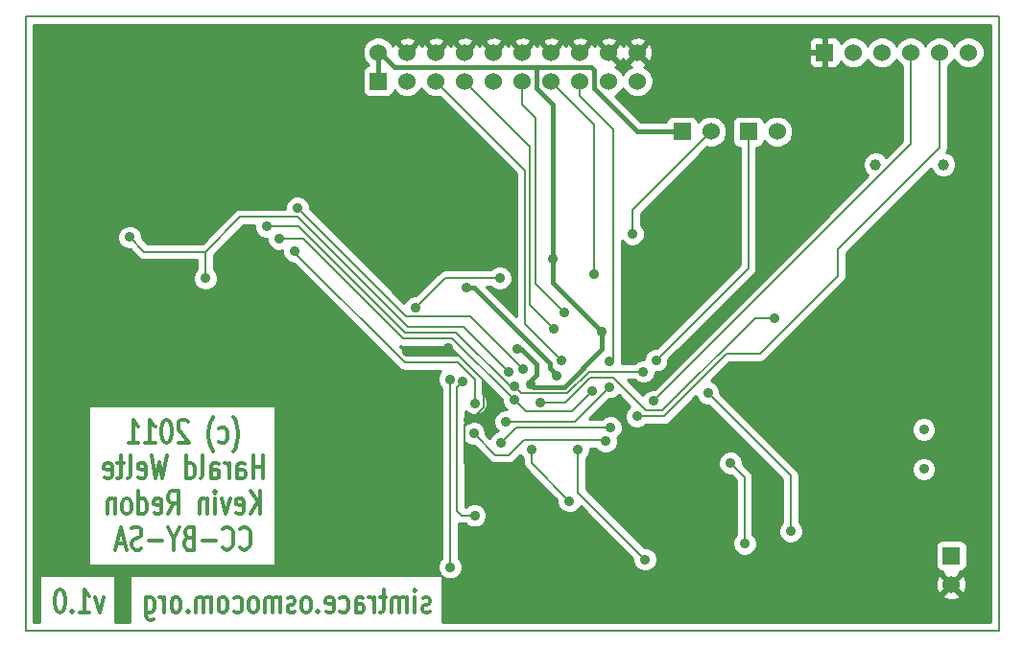
<source format=gbl>
G04 (created by PCBNEW-RS274X (2011-06-08)-testing) date Do 23 Jun 2011 00:18:01 CEST*
G01*
G70*
G90*
%MOIN*%
G04 Gerber Fmt 3.4, Leading zero omitted, Abs format*
%FSLAX34Y34*%
G04 APERTURE LIST*
%ADD10C,0.006000*%
%ADD11C,0.012000*%
%ADD12C,0.008000*%
%ADD13C,0.039400*%
%ADD14R,0.060000X0.060000*%
%ADD15C,0.060000*%
%ADD16C,0.035400*%
%ADD17C,0.035000*%
%ADD18C,0.016000*%
%ADD19C,0.010000*%
G04 APERTURE END LIST*
G54D10*
G54D11*
X17156Y-55140D02*
X17013Y-55674D01*
X16871Y-55140D01*
X16328Y-55674D02*
X16671Y-55674D01*
X16499Y-55674D02*
X16499Y-54874D01*
X16556Y-54988D01*
X16614Y-55064D01*
X16671Y-55102D01*
X16071Y-55598D02*
X16043Y-55636D01*
X16071Y-55674D01*
X16100Y-55636D01*
X16071Y-55598D01*
X16071Y-55674D01*
X15671Y-54874D02*
X15614Y-54874D01*
X15557Y-54912D01*
X15528Y-54950D01*
X15499Y-55026D01*
X15471Y-55179D01*
X15471Y-55369D01*
X15499Y-55521D01*
X15528Y-55598D01*
X15557Y-55636D01*
X15614Y-55674D01*
X15671Y-55674D01*
X15728Y-55636D01*
X15757Y-55598D01*
X15785Y-55521D01*
X15814Y-55369D01*
X15814Y-55179D01*
X15785Y-55026D01*
X15757Y-54950D01*
X15728Y-54912D01*
X15671Y-54874D01*
X21663Y-50079D02*
X21691Y-50040D01*
X21748Y-49926D01*
X21777Y-49850D01*
X21806Y-49736D01*
X21834Y-49545D01*
X21834Y-49393D01*
X21806Y-49202D01*
X21777Y-49088D01*
X21748Y-49012D01*
X21691Y-48898D01*
X21663Y-48860D01*
X21177Y-49736D02*
X21234Y-49774D01*
X21348Y-49774D01*
X21406Y-49736D01*
X21434Y-49698D01*
X21463Y-49621D01*
X21463Y-49393D01*
X21434Y-49317D01*
X21406Y-49279D01*
X21348Y-49240D01*
X21234Y-49240D01*
X21177Y-49279D01*
X20977Y-50079D02*
X20949Y-50040D01*
X20892Y-49926D01*
X20863Y-49850D01*
X20834Y-49736D01*
X20806Y-49545D01*
X20806Y-49393D01*
X20834Y-49202D01*
X20863Y-49088D01*
X20892Y-49012D01*
X20949Y-48898D01*
X20977Y-48860D01*
X20092Y-49050D02*
X20063Y-49012D01*
X20006Y-48974D01*
X19863Y-48974D01*
X19806Y-49012D01*
X19777Y-49050D01*
X19749Y-49126D01*
X19749Y-49202D01*
X19777Y-49317D01*
X20120Y-49774D01*
X19749Y-49774D01*
X19378Y-48974D02*
X19321Y-48974D01*
X19264Y-49012D01*
X19235Y-49050D01*
X19206Y-49126D01*
X19178Y-49279D01*
X19178Y-49469D01*
X19206Y-49621D01*
X19235Y-49698D01*
X19264Y-49736D01*
X19321Y-49774D01*
X19378Y-49774D01*
X19435Y-49736D01*
X19464Y-49698D01*
X19492Y-49621D01*
X19521Y-49469D01*
X19521Y-49279D01*
X19492Y-49126D01*
X19464Y-49050D01*
X19435Y-49012D01*
X19378Y-48974D01*
X18607Y-49774D02*
X18950Y-49774D01*
X18778Y-49774D02*
X18778Y-48974D01*
X18835Y-49088D01*
X18893Y-49164D01*
X18950Y-49202D01*
X18036Y-49774D02*
X18379Y-49774D01*
X18207Y-49774D02*
X18207Y-48974D01*
X18264Y-49088D01*
X18322Y-49164D01*
X18379Y-49202D01*
X22692Y-51014D02*
X22692Y-50214D01*
X22692Y-50595D02*
X22349Y-50595D01*
X22349Y-51014D02*
X22349Y-50214D01*
X21806Y-51014D02*
X21806Y-50595D01*
X21835Y-50519D01*
X21892Y-50480D01*
X22006Y-50480D01*
X22063Y-50519D01*
X21806Y-50976D02*
X21863Y-51014D01*
X22006Y-51014D01*
X22063Y-50976D01*
X22092Y-50900D01*
X22092Y-50823D01*
X22063Y-50747D01*
X22006Y-50709D01*
X21863Y-50709D01*
X21806Y-50671D01*
X21520Y-51014D02*
X21520Y-50480D01*
X21520Y-50633D02*
X21492Y-50557D01*
X21463Y-50519D01*
X21406Y-50480D01*
X21349Y-50480D01*
X20892Y-51014D02*
X20892Y-50595D01*
X20921Y-50519D01*
X20978Y-50480D01*
X21092Y-50480D01*
X21149Y-50519D01*
X20892Y-50976D02*
X20949Y-51014D01*
X21092Y-51014D01*
X21149Y-50976D01*
X21178Y-50900D01*
X21178Y-50823D01*
X21149Y-50747D01*
X21092Y-50709D01*
X20949Y-50709D01*
X20892Y-50671D01*
X20520Y-51014D02*
X20578Y-50976D01*
X20606Y-50900D01*
X20606Y-50214D01*
X20035Y-51014D02*
X20035Y-50214D01*
X20035Y-50976D02*
X20092Y-51014D01*
X20206Y-51014D01*
X20264Y-50976D01*
X20292Y-50938D01*
X20321Y-50861D01*
X20321Y-50633D01*
X20292Y-50557D01*
X20264Y-50519D01*
X20206Y-50480D01*
X20092Y-50480D01*
X20035Y-50519D01*
X19349Y-50214D02*
X19206Y-51014D01*
X19092Y-50442D01*
X18978Y-51014D01*
X18835Y-50214D01*
X18378Y-50976D02*
X18435Y-51014D01*
X18549Y-51014D01*
X18606Y-50976D01*
X18635Y-50900D01*
X18635Y-50595D01*
X18606Y-50519D01*
X18549Y-50480D01*
X18435Y-50480D01*
X18378Y-50519D01*
X18349Y-50595D01*
X18349Y-50671D01*
X18635Y-50747D01*
X18006Y-51014D02*
X18064Y-50976D01*
X18092Y-50900D01*
X18092Y-50214D01*
X17864Y-50480D02*
X17635Y-50480D01*
X17778Y-50214D02*
X17778Y-50900D01*
X17750Y-50976D01*
X17692Y-51014D01*
X17635Y-51014D01*
X17207Y-50976D02*
X17264Y-51014D01*
X17378Y-51014D01*
X17435Y-50976D01*
X17464Y-50900D01*
X17464Y-50595D01*
X17435Y-50519D01*
X17378Y-50480D01*
X17264Y-50480D01*
X17207Y-50519D01*
X17178Y-50595D01*
X17178Y-50671D01*
X17464Y-50747D01*
X22607Y-52254D02*
X22607Y-51454D01*
X22264Y-52254D02*
X22521Y-51797D01*
X22264Y-51454D02*
X22607Y-51911D01*
X21779Y-52216D02*
X21836Y-52254D01*
X21950Y-52254D01*
X22007Y-52216D01*
X22036Y-52140D01*
X22036Y-51835D01*
X22007Y-51759D01*
X21950Y-51720D01*
X21836Y-51720D01*
X21779Y-51759D01*
X21750Y-51835D01*
X21750Y-51911D01*
X22036Y-51987D01*
X21550Y-51720D02*
X21407Y-52254D01*
X21265Y-51720D01*
X21036Y-52254D02*
X21036Y-51720D01*
X21036Y-51454D02*
X21065Y-51492D01*
X21036Y-51530D01*
X21008Y-51492D01*
X21036Y-51454D01*
X21036Y-51530D01*
X20750Y-51720D02*
X20750Y-52254D01*
X20750Y-51797D02*
X20722Y-51759D01*
X20664Y-51720D01*
X20579Y-51720D01*
X20522Y-51759D01*
X20493Y-51835D01*
X20493Y-52254D01*
X19407Y-52254D02*
X19607Y-51873D01*
X19750Y-52254D02*
X19750Y-51454D01*
X19522Y-51454D01*
X19464Y-51492D01*
X19436Y-51530D01*
X19407Y-51606D01*
X19407Y-51720D01*
X19436Y-51797D01*
X19464Y-51835D01*
X19522Y-51873D01*
X19750Y-51873D01*
X18922Y-52216D02*
X18979Y-52254D01*
X19093Y-52254D01*
X19150Y-52216D01*
X19179Y-52140D01*
X19179Y-51835D01*
X19150Y-51759D01*
X19093Y-51720D01*
X18979Y-51720D01*
X18922Y-51759D01*
X18893Y-51835D01*
X18893Y-51911D01*
X19179Y-51987D01*
X18379Y-52254D02*
X18379Y-51454D01*
X18379Y-52216D02*
X18436Y-52254D01*
X18550Y-52254D01*
X18608Y-52216D01*
X18636Y-52178D01*
X18665Y-52101D01*
X18665Y-51873D01*
X18636Y-51797D01*
X18608Y-51759D01*
X18550Y-51720D01*
X18436Y-51720D01*
X18379Y-51759D01*
X18007Y-52254D02*
X18065Y-52216D01*
X18093Y-52178D01*
X18122Y-52101D01*
X18122Y-51873D01*
X18093Y-51797D01*
X18065Y-51759D01*
X18007Y-51720D01*
X17922Y-51720D01*
X17865Y-51759D01*
X17836Y-51797D01*
X17807Y-51873D01*
X17807Y-52101D01*
X17836Y-52178D01*
X17865Y-52216D01*
X17922Y-52254D01*
X18007Y-52254D01*
X17550Y-51720D02*
X17550Y-52254D01*
X17550Y-51797D02*
X17522Y-51759D01*
X17464Y-51720D01*
X17379Y-51720D01*
X17322Y-51759D01*
X17293Y-51835D01*
X17293Y-52254D01*
X21906Y-53418D02*
X21935Y-53456D01*
X22021Y-53494D01*
X22078Y-53494D01*
X22163Y-53456D01*
X22221Y-53380D01*
X22249Y-53303D01*
X22278Y-53151D01*
X22278Y-53037D01*
X22249Y-52884D01*
X22221Y-52808D01*
X22163Y-52732D01*
X22078Y-52694D01*
X22021Y-52694D01*
X21935Y-52732D01*
X21906Y-52770D01*
X21306Y-53418D02*
X21335Y-53456D01*
X21421Y-53494D01*
X21478Y-53494D01*
X21563Y-53456D01*
X21621Y-53380D01*
X21649Y-53303D01*
X21678Y-53151D01*
X21678Y-53037D01*
X21649Y-52884D01*
X21621Y-52808D01*
X21563Y-52732D01*
X21478Y-52694D01*
X21421Y-52694D01*
X21335Y-52732D01*
X21306Y-52770D01*
X21049Y-53189D02*
X20592Y-53189D01*
X20106Y-53075D02*
X20020Y-53113D01*
X19992Y-53151D01*
X19963Y-53227D01*
X19963Y-53341D01*
X19992Y-53418D01*
X20020Y-53456D01*
X20078Y-53494D01*
X20306Y-53494D01*
X20306Y-52694D01*
X20106Y-52694D01*
X20049Y-52732D01*
X20020Y-52770D01*
X19992Y-52846D01*
X19992Y-52922D01*
X20020Y-52999D01*
X20049Y-53037D01*
X20106Y-53075D01*
X20306Y-53075D01*
X19592Y-53113D02*
X19592Y-53494D01*
X19792Y-52694D02*
X19592Y-53113D01*
X19392Y-52694D01*
X19192Y-53189D02*
X18735Y-53189D01*
X18478Y-53456D02*
X18392Y-53494D01*
X18249Y-53494D01*
X18192Y-53456D01*
X18163Y-53418D01*
X18135Y-53341D01*
X18135Y-53265D01*
X18163Y-53189D01*
X18192Y-53151D01*
X18249Y-53113D01*
X18363Y-53075D01*
X18421Y-53037D01*
X18449Y-52999D01*
X18478Y-52922D01*
X18478Y-52846D01*
X18449Y-52770D01*
X18421Y-52732D01*
X18363Y-52694D01*
X18221Y-52694D01*
X18135Y-52732D01*
X17907Y-53265D02*
X17621Y-53265D01*
X17964Y-53494D02*
X17764Y-52694D01*
X17564Y-53494D01*
G54D12*
X14450Y-56300D02*
X14450Y-34950D01*
X48250Y-56300D02*
X14450Y-56300D01*
X48250Y-34950D02*
X48250Y-56300D01*
X15250Y-34950D02*
X48250Y-34950D01*
X14450Y-34950D02*
X15250Y-34950D01*
G54D11*
X28493Y-55636D02*
X28436Y-55674D01*
X28321Y-55674D01*
X28264Y-55636D01*
X28236Y-55560D01*
X28236Y-55521D01*
X28264Y-55445D01*
X28321Y-55407D01*
X28407Y-55407D01*
X28464Y-55369D01*
X28493Y-55293D01*
X28493Y-55255D01*
X28464Y-55179D01*
X28407Y-55140D01*
X28321Y-55140D01*
X28264Y-55179D01*
X27978Y-55674D02*
X27978Y-55140D01*
X27978Y-54874D02*
X28007Y-54912D01*
X27978Y-54950D01*
X27950Y-54912D01*
X27978Y-54874D01*
X27978Y-54950D01*
X27692Y-55674D02*
X27692Y-55140D01*
X27692Y-55217D02*
X27664Y-55179D01*
X27606Y-55140D01*
X27521Y-55140D01*
X27464Y-55179D01*
X27435Y-55255D01*
X27435Y-55674D01*
X27435Y-55255D02*
X27406Y-55179D01*
X27349Y-55140D01*
X27264Y-55140D01*
X27206Y-55179D01*
X27178Y-55255D01*
X27178Y-55674D01*
X26978Y-55140D02*
X26749Y-55140D01*
X26892Y-54874D02*
X26892Y-55560D01*
X26864Y-55636D01*
X26806Y-55674D01*
X26749Y-55674D01*
X26549Y-55674D02*
X26549Y-55140D01*
X26549Y-55293D02*
X26521Y-55217D01*
X26492Y-55179D01*
X26435Y-55140D01*
X26378Y-55140D01*
X25921Y-55674D02*
X25921Y-55255D01*
X25950Y-55179D01*
X26007Y-55140D01*
X26121Y-55140D01*
X26178Y-55179D01*
X25921Y-55636D02*
X25978Y-55674D01*
X26121Y-55674D01*
X26178Y-55636D01*
X26207Y-55560D01*
X26207Y-55483D01*
X26178Y-55407D01*
X26121Y-55369D01*
X25978Y-55369D01*
X25921Y-55331D01*
X25378Y-55636D02*
X25435Y-55674D01*
X25549Y-55674D01*
X25607Y-55636D01*
X25635Y-55598D01*
X25664Y-55521D01*
X25664Y-55293D01*
X25635Y-55217D01*
X25607Y-55179D01*
X25549Y-55140D01*
X25435Y-55140D01*
X25378Y-55179D01*
X24893Y-55636D02*
X24950Y-55674D01*
X25064Y-55674D01*
X25121Y-55636D01*
X25150Y-55560D01*
X25150Y-55255D01*
X25121Y-55179D01*
X25064Y-55140D01*
X24950Y-55140D01*
X24893Y-55179D01*
X24864Y-55255D01*
X24864Y-55331D01*
X25150Y-55407D01*
X24607Y-55598D02*
X24579Y-55636D01*
X24607Y-55674D01*
X24636Y-55636D01*
X24607Y-55598D01*
X24607Y-55674D01*
X24235Y-55674D02*
X24293Y-55636D01*
X24321Y-55598D01*
X24350Y-55521D01*
X24350Y-55293D01*
X24321Y-55217D01*
X24293Y-55179D01*
X24235Y-55140D01*
X24150Y-55140D01*
X24093Y-55179D01*
X24064Y-55217D01*
X24035Y-55293D01*
X24035Y-55521D01*
X24064Y-55598D01*
X24093Y-55636D01*
X24150Y-55674D01*
X24235Y-55674D01*
X23807Y-55636D02*
X23750Y-55674D01*
X23635Y-55674D01*
X23578Y-55636D01*
X23550Y-55560D01*
X23550Y-55521D01*
X23578Y-55445D01*
X23635Y-55407D01*
X23721Y-55407D01*
X23778Y-55369D01*
X23807Y-55293D01*
X23807Y-55255D01*
X23778Y-55179D01*
X23721Y-55140D01*
X23635Y-55140D01*
X23578Y-55179D01*
X23292Y-55674D02*
X23292Y-55140D01*
X23292Y-55217D02*
X23264Y-55179D01*
X23206Y-55140D01*
X23121Y-55140D01*
X23064Y-55179D01*
X23035Y-55255D01*
X23035Y-55674D01*
X23035Y-55255D02*
X23006Y-55179D01*
X22949Y-55140D01*
X22864Y-55140D01*
X22806Y-55179D01*
X22778Y-55255D01*
X22778Y-55674D01*
X22406Y-55674D02*
X22464Y-55636D01*
X22492Y-55598D01*
X22521Y-55521D01*
X22521Y-55293D01*
X22492Y-55217D01*
X22464Y-55179D01*
X22406Y-55140D01*
X22321Y-55140D01*
X22264Y-55179D01*
X22235Y-55217D01*
X22206Y-55293D01*
X22206Y-55521D01*
X22235Y-55598D01*
X22264Y-55636D01*
X22321Y-55674D01*
X22406Y-55674D01*
X21692Y-55636D02*
X21749Y-55674D01*
X21863Y-55674D01*
X21921Y-55636D01*
X21949Y-55598D01*
X21978Y-55521D01*
X21978Y-55293D01*
X21949Y-55217D01*
X21921Y-55179D01*
X21863Y-55140D01*
X21749Y-55140D01*
X21692Y-55179D01*
X21349Y-55674D02*
X21407Y-55636D01*
X21435Y-55598D01*
X21464Y-55521D01*
X21464Y-55293D01*
X21435Y-55217D01*
X21407Y-55179D01*
X21349Y-55140D01*
X21264Y-55140D01*
X21207Y-55179D01*
X21178Y-55217D01*
X21149Y-55293D01*
X21149Y-55521D01*
X21178Y-55598D01*
X21207Y-55636D01*
X21264Y-55674D01*
X21349Y-55674D01*
X20892Y-55674D02*
X20892Y-55140D01*
X20892Y-55217D02*
X20864Y-55179D01*
X20806Y-55140D01*
X20721Y-55140D01*
X20664Y-55179D01*
X20635Y-55255D01*
X20635Y-55674D01*
X20635Y-55255D02*
X20606Y-55179D01*
X20549Y-55140D01*
X20464Y-55140D01*
X20406Y-55179D01*
X20378Y-55255D01*
X20378Y-55674D01*
X20092Y-55598D02*
X20064Y-55636D01*
X20092Y-55674D01*
X20121Y-55636D01*
X20092Y-55598D01*
X20092Y-55674D01*
X19720Y-55674D02*
X19778Y-55636D01*
X19806Y-55598D01*
X19835Y-55521D01*
X19835Y-55293D01*
X19806Y-55217D01*
X19778Y-55179D01*
X19720Y-55140D01*
X19635Y-55140D01*
X19578Y-55179D01*
X19549Y-55217D01*
X19520Y-55293D01*
X19520Y-55521D01*
X19549Y-55598D01*
X19578Y-55636D01*
X19635Y-55674D01*
X19720Y-55674D01*
X19263Y-55674D02*
X19263Y-55140D01*
X19263Y-55293D02*
X19235Y-55217D01*
X19206Y-55179D01*
X19149Y-55140D01*
X19092Y-55140D01*
X18635Y-55140D02*
X18635Y-55788D01*
X18664Y-55864D01*
X18692Y-55902D01*
X18749Y-55940D01*
X18835Y-55940D01*
X18892Y-55902D01*
X18635Y-55636D02*
X18692Y-55674D01*
X18806Y-55674D01*
X18864Y-55636D01*
X18892Y-55598D01*
X18921Y-55521D01*
X18921Y-55293D01*
X18892Y-55217D01*
X18864Y-55179D01*
X18806Y-55140D01*
X18692Y-55140D01*
X18635Y-55179D01*
G54D13*
X46331Y-40100D03*
X43969Y-40100D03*
G54D14*
X26700Y-37200D03*
G54D15*
X26700Y-36200D03*
X27700Y-37200D03*
X27700Y-36200D03*
X28700Y-37200D03*
X28700Y-36200D03*
X29700Y-37200D03*
X29700Y-36200D03*
X30700Y-37200D03*
X30700Y-36200D03*
X31700Y-37200D03*
X31700Y-36200D03*
X32700Y-37200D03*
X32700Y-36200D03*
X33700Y-37200D03*
X33700Y-36200D03*
X34700Y-37200D03*
X34700Y-36200D03*
X35700Y-37200D03*
X35700Y-36200D03*
G54D14*
X37250Y-38950D03*
G54D15*
X38250Y-38950D03*
G54D14*
X39550Y-38950D03*
G54D15*
X40550Y-38950D03*
G54D14*
X46600Y-53700D03*
G54D15*
X46600Y-54700D03*
G54D14*
X42200Y-36200D03*
G54D15*
X43200Y-36200D03*
X44200Y-36200D03*
X45200Y-36200D03*
X46200Y-36200D03*
X47200Y-36200D03*
G54D16*
X45650Y-50689D03*
X45650Y-49311D03*
G54D17*
X34742Y-46956D03*
X22816Y-42245D03*
X31421Y-47811D03*
X35910Y-47293D03*
X31131Y-49039D03*
X34737Y-47832D03*
X33639Y-50003D03*
X35965Y-53828D03*
X36268Y-48322D03*
X35682Y-48858D03*
X31217Y-47293D03*
X20700Y-44056D03*
X18070Y-42624D03*
X23261Y-42681D03*
X31426Y-48290D03*
X34128Y-47979D03*
X30050Y-52300D03*
X29645Y-47626D03*
X29191Y-47561D03*
X29200Y-54100D03*
X23892Y-41603D03*
X31733Y-47209D03*
X30973Y-49764D03*
X34764Y-49247D03*
X23802Y-43110D03*
X30055Y-48393D03*
X41028Y-52849D03*
X38147Y-48037D03*
X30013Y-49446D03*
X34597Y-49724D03*
X33174Y-45257D03*
X33063Y-46911D03*
X34193Y-43899D03*
X36353Y-46899D03*
X32812Y-45800D03*
X29777Y-44364D03*
X32900Y-47435D03*
X39422Y-53275D03*
X38933Y-50482D03*
X32018Y-50002D03*
X33332Y-51799D03*
X34468Y-45915D03*
X32772Y-43374D03*
X31986Y-47726D03*
X31514Y-46505D03*
X28618Y-42765D03*
X28093Y-44156D03*
X31150Y-51924D03*
X32784Y-51816D03*
X27696Y-46611D03*
X29830Y-48992D03*
X29117Y-46460D03*
X32321Y-48367D03*
X40475Y-45434D03*
X30923Y-44046D03*
X27997Y-45069D03*
X35524Y-42509D03*
G54D12*
X33700Y-37200D02*
X33700Y-37700D01*
X33700Y-37700D02*
X34866Y-38866D01*
X34742Y-46956D02*
X34866Y-46832D01*
X34866Y-46832D02*
X34866Y-38866D01*
X31283Y-47811D02*
X31421Y-47811D01*
X29398Y-45926D02*
X31283Y-47811D01*
X27615Y-45926D02*
X29398Y-45926D01*
X23934Y-42245D02*
X27615Y-45926D01*
X22816Y-42245D02*
X23934Y-42245D01*
X31658Y-48048D02*
X31421Y-47811D01*
X33260Y-48048D02*
X31658Y-48048D01*
X34015Y-47293D02*
X33260Y-48048D01*
X35910Y-47293D02*
X34015Y-47293D01*
X33530Y-49039D02*
X34737Y-47832D01*
X31131Y-49039D02*
X33530Y-49039D01*
X33639Y-51502D02*
X33639Y-50003D01*
X35965Y-53828D02*
X33639Y-51502D01*
X45200Y-39390D02*
X36268Y-48322D01*
X45200Y-36200D02*
X45200Y-39390D01*
X36616Y-48858D02*
X35682Y-48858D01*
X38790Y-46684D02*
X36616Y-48858D01*
X39948Y-46684D02*
X38790Y-46684D01*
X42672Y-43960D02*
X39948Y-46684D01*
X42672Y-43050D02*
X42672Y-43960D01*
X46200Y-39522D02*
X42672Y-43050D01*
X46200Y-36200D02*
X46200Y-39522D01*
X18575Y-43129D02*
X18070Y-42624D01*
X20700Y-43129D02*
X18575Y-43129D01*
X20700Y-44056D02*
X20700Y-43129D01*
X29666Y-45742D02*
X31217Y-47293D01*
X27713Y-45742D02*
X29666Y-45742D01*
X23895Y-41924D02*
X27713Y-45742D01*
X21905Y-41924D02*
X23895Y-41924D01*
X20700Y-43129D02*
X21905Y-41924D01*
X33421Y-48686D02*
X34128Y-47979D01*
X31822Y-48686D02*
X33421Y-48686D01*
X31426Y-48290D02*
X31822Y-48686D01*
X29278Y-46142D02*
X31426Y-48290D01*
X27571Y-46142D02*
X29278Y-46142D01*
X24110Y-42681D02*
X27571Y-46142D01*
X23261Y-42681D02*
X24110Y-42681D01*
X30050Y-52300D02*
X29600Y-52300D01*
X29600Y-52300D02*
X29440Y-52140D01*
X29440Y-47831D02*
X29645Y-47626D01*
X29440Y-52140D02*
X29440Y-47831D01*
X29191Y-53327D02*
X29191Y-47561D01*
X29200Y-54100D02*
X29191Y-53327D01*
X29912Y-45388D02*
X31733Y-47209D01*
X27677Y-45388D02*
X29912Y-45388D01*
X23892Y-41603D02*
X27677Y-45388D01*
X31490Y-49247D02*
X34764Y-49247D01*
X30973Y-49764D02*
X31490Y-49247D01*
X23802Y-43167D02*
X23802Y-43110D01*
X27623Y-46988D02*
X23802Y-43167D01*
X29477Y-46988D02*
X27623Y-46988D01*
X30055Y-47566D02*
X29477Y-46988D01*
X30055Y-48393D02*
X30055Y-47566D01*
X41028Y-50918D02*
X38147Y-48037D01*
X41028Y-52849D02*
X41028Y-50918D01*
X34557Y-49684D02*
X34597Y-49724D01*
X31755Y-49684D02*
X34557Y-49684D01*
X31240Y-50199D02*
X31755Y-49684D01*
X30766Y-50199D02*
X31240Y-50199D01*
X30013Y-49446D02*
X30766Y-50199D01*
X31700Y-37200D02*
X31700Y-38000D01*
X31700Y-38000D02*
X32163Y-38463D01*
X33174Y-45257D02*
X32163Y-44246D01*
X32163Y-44246D02*
X32163Y-38463D01*
X31795Y-40295D02*
X28700Y-37200D01*
X31795Y-45643D02*
X31795Y-40295D01*
X33063Y-46911D02*
X31795Y-45643D01*
X34193Y-38693D02*
X32700Y-37200D01*
X34193Y-43899D02*
X34193Y-38693D01*
X39550Y-43702D02*
X36353Y-46899D01*
X39550Y-38950D02*
X39550Y-43702D01*
X31979Y-39479D02*
X29700Y-37200D01*
X31979Y-44967D02*
X31979Y-39479D01*
X32812Y-45800D02*
X31979Y-44967D01*
G54D18*
X30014Y-44364D02*
X32650Y-47000D01*
X32650Y-47000D02*
X32650Y-47185D01*
X32650Y-47185D02*
X32900Y-47435D01*
X29777Y-44364D02*
X30014Y-44364D01*
G54D12*
X39422Y-53275D02*
X39422Y-50971D01*
X39422Y-50971D02*
X38933Y-50482D01*
X32018Y-50485D02*
X32018Y-50002D01*
X33332Y-51799D02*
X32018Y-50485D01*
G54D18*
X31986Y-47726D02*
X31986Y-47614D01*
X31655Y-46505D02*
X31514Y-46505D01*
X32200Y-47050D02*
X31655Y-46505D01*
X32200Y-47400D02*
X32200Y-47050D01*
X31986Y-47614D02*
X32200Y-47400D01*
X34468Y-45915D02*
X34468Y-46520D01*
X32086Y-47826D02*
X31986Y-47726D01*
X33162Y-47826D02*
X32086Y-47826D01*
X34468Y-46520D02*
X33162Y-47826D01*
X32772Y-43374D02*
X32772Y-44219D01*
X32772Y-44219D02*
X34468Y-45915D01*
X34200Y-37300D02*
X34200Y-37450D01*
X34100Y-36700D02*
X34206Y-36806D01*
X34206Y-36806D02*
X34206Y-37294D01*
X34206Y-37294D02*
X34200Y-37300D01*
X32151Y-36700D02*
X34100Y-36700D01*
X35700Y-38950D02*
X37250Y-38950D01*
X34200Y-37450D02*
X35700Y-38950D01*
X32200Y-37200D02*
X32200Y-37450D01*
X32772Y-38022D02*
X32772Y-43374D01*
X32200Y-37450D02*
X32772Y-38022D01*
X32200Y-37200D02*
X32200Y-36749D01*
X32200Y-36749D02*
X32151Y-36700D01*
X26700Y-36200D02*
X26750Y-36200D01*
X27250Y-36700D02*
X32151Y-36700D01*
X26750Y-36200D02*
X27250Y-36700D01*
G54D12*
X26700Y-36650D02*
X26650Y-36650D01*
X26650Y-36650D02*
X26700Y-36650D01*
G54D18*
X26700Y-36200D02*
X26700Y-36650D01*
X26700Y-36650D02*
X26700Y-37200D01*
G54D12*
X32151Y-36700D02*
X32200Y-36749D01*
X35711Y-38950D02*
X37250Y-38950D01*
X34149Y-37388D02*
X35711Y-38950D01*
X34149Y-36771D02*
X34149Y-37388D01*
X34127Y-36749D02*
X34149Y-36771D01*
X32200Y-36749D02*
X34127Y-36749D01*
X34468Y-45915D02*
X32772Y-44219D01*
X28618Y-43631D02*
X28093Y-44156D01*
X28618Y-42765D02*
X28618Y-43631D01*
X31258Y-51816D02*
X32784Y-51816D01*
X31150Y-51924D02*
X31258Y-51816D01*
X29117Y-46611D02*
X29117Y-46460D01*
X27696Y-46611D02*
X29117Y-46611D01*
X29931Y-48992D02*
X29830Y-48992D01*
X30374Y-48549D02*
X29931Y-48992D01*
X30374Y-47625D02*
X30374Y-48549D01*
X29360Y-46611D02*
X30374Y-47625D01*
X29117Y-46611D02*
X29360Y-46611D01*
X29694Y-49128D02*
X29830Y-48992D01*
X29694Y-50468D02*
X29694Y-49128D01*
X31150Y-51924D02*
X29694Y-50468D01*
X33201Y-48367D02*
X32321Y-48367D01*
X34054Y-47514D02*
X33201Y-48367D01*
X34870Y-47514D02*
X34054Y-47514D01*
X36010Y-48654D02*
X34870Y-47514D01*
X36560Y-48654D02*
X36010Y-48654D01*
X39780Y-45434D02*
X36560Y-48654D01*
X40475Y-45434D02*
X39780Y-45434D01*
X29020Y-44046D02*
X27997Y-45069D01*
X30923Y-44046D02*
X29020Y-44046D01*
X35524Y-41676D02*
X35524Y-42509D01*
X38250Y-38950D02*
X35524Y-41676D01*
G54D19*
X27447Y-46401D02*
X27447Y-46401D01*
X27526Y-46481D02*
X29206Y-46481D01*
X27606Y-46561D02*
X29286Y-46561D01*
X27686Y-46641D02*
X29366Y-46641D01*
X30345Y-47619D02*
X30345Y-47619D01*
X30345Y-47699D02*
X30425Y-47699D01*
X30345Y-47779D02*
X30505Y-47779D01*
X30345Y-47859D02*
X30585Y-47859D01*
X30345Y-47939D02*
X30665Y-47939D01*
X30345Y-48019D02*
X30745Y-48019D01*
X30362Y-48099D02*
X30825Y-48099D01*
X30426Y-48179D02*
X30905Y-48179D01*
X30459Y-48259D02*
X30985Y-48259D01*
X30480Y-48339D02*
X31001Y-48339D01*
X30480Y-48419D02*
X31020Y-48419D01*
X30472Y-48499D02*
X31053Y-48499D01*
X30438Y-48579D02*
X31114Y-48579D01*
X30390Y-48659D02*
X30937Y-48659D01*
X29730Y-48739D02*
X29800Y-48739D01*
X30310Y-48739D02*
X30830Y-48739D01*
X29730Y-48819D02*
X30762Y-48819D01*
X29730Y-48899D02*
X30728Y-48899D01*
X29730Y-48979D02*
X30706Y-48979D01*
X29730Y-49059D02*
X29836Y-49059D01*
X30189Y-49059D02*
X30706Y-49059D01*
X30307Y-49139D02*
X30713Y-49139D01*
X30379Y-49219D02*
X30746Y-49219D01*
X30412Y-49299D02*
X30790Y-49299D01*
X30438Y-49379D02*
X30791Y-49379D01*
X30438Y-49459D02*
X30677Y-49459D01*
X30516Y-49539D02*
X30606Y-49539D01*
X14740Y-35240D02*
X47960Y-35240D01*
X14740Y-35320D02*
X47960Y-35320D01*
X14740Y-35400D02*
X47960Y-35400D01*
X14740Y-35480D02*
X47960Y-35480D01*
X14740Y-35560D02*
X47960Y-35560D01*
X14740Y-35640D02*
X47960Y-35640D01*
X14740Y-35720D02*
X26425Y-35720D01*
X26974Y-35720D02*
X27438Y-35720D01*
X27958Y-35720D02*
X28438Y-35720D01*
X28958Y-35720D02*
X29438Y-35720D01*
X29958Y-35720D02*
X30438Y-35720D01*
X30958Y-35720D02*
X31438Y-35720D01*
X31958Y-35720D02*
X32438Y-35720D01*
X32958Y-35720D02*
X33438Y-35720D01*
X33958Y-35720D02*
X34438Y-35720D01*
X34958Y-35720D02*
X35438Y-35720D01*
X35958Y-35720D02*
X41728Y-35720D01*
X42150Y-35720D02*
X42250Y-35720D01*
X42672Y-35720D02*
X42925Y-35720D01*
X43474Y-35720D02*
X43925Y-35720D01*
X44474Y-35720D02*
X44925Y-35720D01*
X45474Y-35720D02*
X45925Y-35720D01*
X46474Y-35720D02*
X46925Y-35720D01*
X47474Y-35720D02*
X47960Y-35720D01*
X14740Y-35800D02*
X26324Y-35800D01*
X27076Y-35800D02*
X27398Y-35800D01*
X28001Y-35800D02*
X28398Y-35800D01*
X29001Y-35800D02*
X29398Y-35800D01*
X30001Y-35800D02*
X30398Y-35800D01*
X31001Y-35800D02*
X31398Y-35800D01*
X32001Y-35800D02*
X32398Y-35800D01*
X33001Y-35800D02*
X33398Y-35800D01*
X34001Y-35800D02*
X34398Y-35800D01*
X35001Y-35800D02*
X35398Y-35800D01*
X36001Y-35800D02*
X41671Y-35800D01*
X42150Y-35800D02*
X42250Y-35800D01*
X42728Y-35800D02*
X42824Y-35800D01*
X43576Y-35800D02*
X43824Y-35800D01*
X44576Y-35800D02*
X44824Y-35800D01*
X45576Y-35800D02*
X45824Y-35800D01*
X46576Y-35800D02*
X46824Y-35800D01*
X47576Y-35800D02*
X47960Y-35800D01*
X14740Y-35880D02*
X26244Y-35880D01*
X27156Y-35880D02*
X27451Y-35880D01*
X27950Y-35880D02*
X28008Y-35880D01*
X28008Y-35880D02*
X28451Y-35880D01*
X28950Y-35880D02*
X29008Y-35880D01*
X29008Y-35880D02*
X29451Y-35880D01*
X29950Y-35880D02*
X30008Y-35880D01*
X30008Y-35880D02*
X30451Y-35880D01*
X30950Y-35880D02*
X31008Y-35880D01*
X31008Y-35880D02*
X31451Y-35880D01*
X31950Y-35880D02*
X32008Y-35880D01*
X32008Y-35880D02*
X32451Y-35880D01*
X32950Y-35880D02*
X33008Y-35880D01*
X33008Y-35880D02*
X33451Y-35880D01*
X33950Y-35880D02*
X34008Y-35880D01*
X34008Y-35880D02*
X34451Y-35880D01*
X34950Y-35880D02*
X35008Y-35880D01*
X35008Y-35880D02*
X35451Y-35880D01*
X35950Y-35880D02*
X36008Y-35880D01*
X36008Y-35880D02*
X41651Y-35880D01*
X42150Y-35880D02*
X42250Y-35880D01*
X43656Y-35880D02*
X43744Y-35880D01*
X44656Y-35880D02*
X44744Y-35880D01*
X45656Y-35880D02*
X45744Y-35880D01*
X46656Y-35880D02*
X46744Y-35880D01*
X47656Y-35880D02*
X47960Y-35880D01*
X14740Y-35960D02*
X26205Y-35960D01*
X27194Y-35960D02*
X27212Y-35960D01*
X27389Y-35960D02*
X27531Y-35960D01*
X27870Y-35960D02*
X28008Y-35960D01*
X28008Y-35960D02*
X28010Y-35960D01*
X28188Y-35960D02*
X28213Y-35960D01*
X28389Y-35960D02*
X28531Y-35960D01*
X28870Y-35960D02*
X29008Y-35960D01*
X29008Y-35960D02*
X29010Y-35960D01*
X29188Y-35960D02*
X29213Y-35960D01*
X29389Y-35960D02*
X29531Y-35960D01*
X29870Y-35960D02*
X30008Y-35960D01*
X30008Y-35960D02*
X30010Y-35960D01*
X30188Y-35960D02*
X30213Y-35960D01*
X30389Y-35960D02*
X30531Y-35960D01*
X30870Y-35960D02*
X31008Y-35960D01*
X31008Y-35960D02*
X31010Y-35960D01*
X31188Y-35960D02*
X31213Y-35960D01*
X31389Y-35960D02*
X31531Y-35960D01*
X31870Y-35960D02*
X32008Y-35960D01*
X32008Y-35960D02*
X32010Y-35960D01*
X32188Y-35960D02*
X32213Y-35960D01*
X32389Y-35960D02*
X32531Y-35960D01*
X32870Y-35960D02*
X33008Y-35960D01*
X33008Y-35960D02*
X33010Y-35960D01*
X33188Y-35960D02*
X33213Y-35960D01*
X33389Y-35960D02*
X33531Y-35960D01*
X33870Y-35960D02*
X34008Y-35960D01*
X34008Y-35960D02*
X34010Y-35960D01*
X34188Y-35960D02*
X34213Y-35960D01*
X34389Y-35960D02*
X34531Y-35960D01*
X34870Y-35960D02*
X35008Y-35960D01*
X35008Y-35960D02*
X35010Y-35960D01*
X35188Y-35960D02*
X35213Y-35960D01*
X35389Y-35960D02*
X35531Y-35960D01*
X35870Y-35960D02*
X36008Y-35960D01*
X36008Y-35960D02*
X36010Y-35960D01*
X36188Y-35960D02*
X41650Y-35960D01*
X42150Y-35960D02*
X42250Y-35960D01*
X43694Y-35960D02*
X43705Y-35960D01*
X44694Y-35960D02*
X44705Y-35960D01*
X45694Y-35960D02*
X45705Y-35960D01*
X46694Y-35960D02*
X46705Y-35960D01*
X47694Y-35960D02*
X47960Y-35960D01*
X14740Y-36040D02*
X26172Y-36040D01*
X27469Y-36040D02*
X27611Y-36040D01*
X27790Y-36040D02*
X27930Y-36040D01*
X28469Y-36040D02*
X28611Y-36040D01*
X28790Y-36040D02*
X28930Y-36040D01*
X29469Y-36040D02*
X29611Y-36040D01*
X29790Y-36040D02*
X29930Y-36040D01*
X30469Y-36040D02*
X30611Y-36040D01*
X30790Y-36040D02*
X30930Y-36040D01*
X31469Y-36040D02*
X31611Y-36040D01*
X31790Y-36040D02*
X31930Y-36040D01*
X32469Y-36040D02*
X32611Y-36040D01*
X32790Y-36040D02*
X32930Y-36040D01*
X33469Y-36040D02*
X33611Y-36040D01*
X33790Y-36040D02*
X33930Y-36040D01*
X34469Y-36040D02*
X34611Y-36040D01*
X34790Y-36040D02*
X34930Y-36040D01*
X35469Y-36040D02*
X35611Y-36040D01*
X35790Y-36040D02*
X35930Y-36040D01*
X36221Y-36040D02*
X41650Y-36040D01*
X42150Y-36040D02*
X42250Y-36040D01*
X47727Y-36040D02*
X47960Y-36040D01*
X14740Y-36120D02*
X26151Y-36120D01*
X27549Y-36120D02*
X27691Y-36120D01*
X27710Y-36120D02*
X27850Y-36120D01*
X28549Y-36120D02*
X28691Y-36120D01*
X28710Y-36120D02*
X28850Y-36120D01*
X29549Y-36120D02*
X29691Y-36120D01*
X29710Y-36120D02*
X29850Y-36120D01*
X30549Y-36120D02*
X30691Y-36120D01*
X30710Y-36120D02*
X30850Y-36120D01*
X31549Y-36120D02*
X31691Y-36120D01*
X31710Y-36120D02*
X31850Y-36120D01*
X32549Y-36120D02*
X32691Y-36120D01*
X32710Y-36120D02*
X32850Y-36120D01*
X33549Y-36120D02*
X33691Y-36120D01*
X33710Y-36120D02*
X33850Y-36120D01*
X34549Y-36120D02*
X34691Y-36120D01*
X34710Y-36120D02*
X34850Y-36120D01*
X35549Y-36120D02*
X35691Y-36120D01*
X35710Y-36120D02*
X35850Y-36120D01*
X36234Y-36120D02*
X41682Y-36120D01*
X42150Y-36120D02*
X42250Y-36120D01*
X47749Y-36120D02*
X47960Y-36120D01*
X14740Y-36200D02*
X26151Y-36200D01*
X27629Y-36200D02*
X27771Y-36200D01*
X28629Y-36200D02*
X28771Y-36200D01*
X29629Y-36200D02*
X29771Y-36200D01*
X30629Y-36200D02*
X30771Y-36200D01*
X31629Y-36200D02*
X31771Y-36200D01*
X32629Y-36200D02*
X32771Y-36200D01*
X33629Y-36200D02*
X33771Y-36200D01*
X34629Y-36200D02*
X34771Y-36200D01*
X35629Y-36200D02*
X35629Y-36200D01*
X35629Y-36200D02*
X35771Y-36200D01*
X36238Y-36200D02*
X42150Y-36200D01*
X42150Y-36200D02*
X42250Y-36200D01*
X47749Y-36200D02*
X47960Y-36200D01*
X14740Y-36280D02*
X26151Y-36280D01*
X34709Y-36280D02*
X34851Y-36280D01*
X35550Y-36280D02*
X35629Y-36280D01*
X35629Y-36280D02*
X35690Y-36280D01*
X35709Y-36280D02*
X35851Y-36280D01*
X36243Y-36280D02*
X36243Y-36280D01*
X36243Y-36280D02*
X41682Y-36280D01*
X42150Y-36280D02*
X42250Y-36280D01*
X47749Y-36280D02*
X47960Y-36280D01*
X14740Y-36360D02*
X26173Y-36360D01*
X34789Y-36360D02*
X34931Y-36360D01*
X35470Y-36360D02*
X35610Y-36360D01*
X35789Y-36360D02*
X35931Y-36360D01*
X36215Y-36360D02*
X36243Y-36360D01*
X36243Y-36360D02*
X41651Y-36360D01*
X42150Y-36360D02*
X42250Y-36360D01*
X47728Y-36360D02*
X47960Y-36360D01*
X14740Y-36440D02*
X26206Y-36440D01*
X34869Y-36440D02*
X35011Y-36440D01*
X35186Y-36440D02*
X35211Y-36440D01*
X35390Y-36440D02*
X35530Y-36440D01*
X35869Y-36440D02*
X36011Y-36440D01*
X36187Y-36440D02*
X36243Y-36440D01*
X36243Y-36440D02*
X41651Y-36440D01*
X42150Y-36440D02*
X42250Y-36440D01*
X43695Y-36440D02*
X43706Y-36440D01*
X44695Y-36440D02*
X44706Y-36440D01*
X46695Y-36440D02*
X46706Y-36440D01*
X47695Y-36440D02*
X47960Y-36440D01*
X14740Y-36520D02*
X26244Y-36520D01*
X34949Y-36520D02*
X35450Y-36520D01*
X35949Y-36520D02*
X36243Y-36520D01*
X36243Y-36520D02*
X41651Y-36520D01*
X42150Y-36520D02*
X42250Y-36520D01*
X43656Y-36520D02*
X43744Y-36520D01*
X44656Y-36520D02*
X44744Y-36520D01*
X46656Y-36520D02*
X46744Y-36520D01*
X47656Y-36520D02*
X47960Y-36520D01*
X14740Y-36600D02*
X26324Y-36600D01*
X35002Y-36600D02*
X35399Y-36600D01*
X36002Y-36600D02*
X36243Y-36600D01*
X36243Y-36600D02*
X41672Y-36600D01*
X42150Y-36600D02*
X42250Y-36600D01*
X42729Y-36600D02*
X42824Y-36600D01*
X43576Y-36600D02*
X43824Y-36600D01*
X44576Y-36600D02*
X44824Y-36600D01*
X46576Y-36600D02*
X46824Y-36600D01*
X47576Y-36600D02*
X47960Y-36600D01*
X14740Y-36680D02*
X26280Y-36680D01*
X34962Y-36680D02*
X35442Y-36680D01*
X35962Y-36680D02*
X36243Y-36680D01*
X36243Y-36680D02*
X41728Y-36680D01*
X42150Y-36680D02*
X42250Y-36680D01*
X42672Y-36680D02*
X42926Y-36680D01*
X43475Y-36680D02*
X43926Y-36680D01*
X44475Y-36680D02*
X44910Y-36680D01*
X46490Y-36680D02*
X46926Y-36680D01*
X47475Y-36680D02*
X47960Y-36680D01*
X14740Y-36760D02*
X26188Y-36760D01*
X35036Y-36760D02*
X35364Y-36760D01*
X36036Y-36760D02*
X36243Y-36760D01*
X36243Y-36760D02*
X42150Y-36760D01*
X42150Y-36760D02*
X44910Y-36760D01*
X46490Y-36760D02*
X47960Y-36760D01*
X14740Y-36840D02*
X26155Y-36840D01*
X35116Y-36840D02*
X35284Y-36840D01*
X36116Y-36840D02*
X36243Y-36840D01*
X36243Y-36840D02*
X42150Y-36840D01*
X42150Y-36840D02*
X44910Y-36840D01*
X46490Y-36840D02*
X47960Y-36840D01*
X14740Y-36920D02*
X26151Y-36920D01*
X35177Y-36920D02*
X35222Y-36920D01*
X36177Y-36920D02*
X36243Y-36920D01*
X36243Y-36920D02*
X42150Y-36920D01*
X42150Y-36920D02*
X44910Y-36920D01*
X46490Y-36920D02*
X47960Y-36920D01*
X14740Y-37000D02*
X26151Y-37000D01*
X36211Y-37000D02*
X36243Y-37000D01*
X36243Y-37000D02*
X42150Y-37000D01*
X42150Y-37000D02*
X44910Y-37000D01*
X46490Y-37000D02*
X47960Y-37000D01*
X14740Y-37080D02*
X26151Y-37080D01*
X36244Y-37080D02*
X42150Y-37080D01*
X42150Y-37080D02*
X44910Y-37080D01*
X46490Y-37080D02*
X47960Y-37080D01*
X14740Y-37160D02*
X26151Y-37160D01*
X36249Y-37160D02*
X42150Y-37160D01*
X42150Y-37160D02*
X44910Y-37160D01*
X46490Y-37160D02*
X47960Y-37160D01*
X14740Y-37240D02*
X26151Y-37240D01*
X36249Y-37240D02*
X42150Y-37240D01*
X42150Y-37240D02*
X44910Y-37240D01*
X46490Y-37240D02*
X47960Y-37240D01*
X14740Y-37320D02*
X26151Y-37320D01*
X36245Y-37320D02*
X42150Y-37320D01*
X42150Y-37320D02*
X44910Y-37320D01*
X46490Y-37320D02*
X47960Y-37320D01*
X14740Y-37400D02*
X26151Y-37400D01*
X36212Y-37400D02*
X42150Y-37400D01*
X42150Y-37400D02*
X44910Y-37400D01*
X46490Y-37400D02*
X47960Y-37400D01*
X14740Y-37480D02*
X26151Y-37480D01*
X28178Y-37480D02*
X28223Y-37480D01*
X35178Y-37480D02*
X35223Y-37480D01*
X36178Y-37480D02*
X42150Y-37480D01*
X42150Y-37480D02*
X44910Y-37480D01*
X46490Y-37480D02*
X47960Y-37480D01*
X14740Y-37560D02*
X26156Y-37560D01*
X27245Y-37560D02*
X27284Y-37560D01*
X28116Y-37560D02*
X28284Y-37560D01*
X35116Y-37560D02*
X35284Y-37560D01*
X36116Y-37560D02*
X42150Y-37560D01*
X42150Y-37560D02*
X44910Y-37560D01*
X46490Y-37560D02*
X47960Y-37560D01*
X14740Y-37640D02*
X26189Y-37640D01*
X27212Y-37640D02*
X27364Y-37640D01*
X28036Y-37640D02*
X28364Y-37640D01*
X35036Y-37640D02*
X35364Y-37640D01*
X36036Y-37640D02*
X42150Y-37640D01*
X42150Y-37640D02*
X44910Y-37640D01*
X46490Y-37640D02*
X47960Y-37640D01*
X14740Y-37720D02*
X26281Y-37720D01*
X27120Y-37720D02*
X27522Y-37720D01*
X27879Y-37720D02*
X28522Y-37720D01*
X34936Y-37720D02*
X35522Y-37720D01*
X35879Y-37720D02*
X42150Y-37720D01*
X42150Y-37720D02*
X44910Y-37720D01*
X46490Y-37720D02*
X47960Y-37720D01*
X14740Y-37800D02*
X28890Y-37800D01*
X35016Y-37800D02*
X42150Y-37800D01*
X42150Y-37800D02*
X44910Y-37800D01*
X46490Y-37800D02*
X47960Y-37800D01*
X14740Y-37880D02*
X28970Y-37880D01*
X35096Y-37880D02*
X42150Y-37880D01*
X42150Y-37880D02*
X44910Y-37880D01*
X46490Y-37880D02*
X47960Y-37880D01*
X14740Y-37960D02*
X29050Y-37960D01*
X35176Y-37960D02*
X42150Y-37960D01*
X42150Y-37960D02*
X44910Y-37960D01*
X46490Y-37960D02*
X47960Y-37960D01*
X14740Y-38040D02*
X29130Y-38040D01*
X35256Y-38040D02*
X42150Y-38040D01*
X42150Y-38040D02*
X44910Y-38040D01*
X46490Y-38040D02*
X47960Y-38040D01*
X14740Y-38120D02*
X29210Y-38120D01*
X35336Y-38120D02*
X42150Y-38120D01*
X42150Y-38120D02*
X44910Y-38120D01*
X46490Y-38120D02*
X47960Y-38120D01*
X14740Y-38200D02*
X29290Y-38200D01*
X35416Y-38200D02*
X42150Y-38200D01*
X42150Y-38200D02*
X44910Y-38200D01*
X46490Y-38200D02*
X47960Y-38200D01*
X14740Y-38280D02*
X29370Y-38280D01*
X35496Y-38280D02*
X42150Y-38280D01*
X42150Y-38280D02*
X44910Y-38280D01*
X46490Y-38280D02*
X47960Y-38280D01*
X14740Y-38360D02*
X29450Y-38360D01*
X35576Y-38360D02*
X42150Y-38360D01*
X42150Y-38360D02*
X44910Y-38360D01*
X46490Y-38360D02*
X47960Y-38360D01*
X14740Y-38440D02*
X29530Y-38440D01*
X35656Y-38440D02*
X36808Y-38440D01*
X37692Y-38440D02*
X38047Y-38440D01*
X38452Y-38440D02*
X39108Y-38440D01*
X39992Y-38440D02*
X40347Y-38440D01*
X40752Y-38440D02*
X42150Y-38440D01*
X42150Y-38440D02*
X44910Y-38440D01*
X46490Y-38440D02*
X47960Y-38440D01*
X14740Y-38520D02*
X29610Y-38520D01*
X35736Y-38520D02*
X36734Y-38520D01*
X37765Y-38520D02*
X37904Y-38520D01*
X38596Y-38520D02*
X39034Y-38520D01*
X40065Y-38520D02*
X40204Y-38520D01*
X40896Y-38520D02*
X42150Y-38520D01*
X42150Y-38520D02*
X44910Y-38520D01*
X46490Y-38520D02*
X47960Y-38520D01*
X14740Y-38600D02*
X29690Y-38600D01*
X35816Y-38600D02*
X36701Y-38600D01*
X37798Y-38600D02*
X37824Y-38600D01*
X38676Y-38600D02*
X39001Y-38600D01*
X40098Y-38600D02*
X40124Y-38600D01*
X40976Y-38600D02*
X42150Y-38600D01*
X42150Y-38600D02*
X44910Y-38600D01*
X46490Y-38600D02*
X47960Y-38600D01*
X14740Y-38680D02*
X29770Y-38680D01*
X38732Y-38680D02*
X39001Y-38680D01*
X41032Y-38680D02*
X42150Y-38680D01*
X42150Y-38680D02*
X44910Y-38680D01*
X46490Y-38680D02*
X47960Y-38680D01*
X14740Y-38760D02*
X29850Y-38760D01*
X38765Y-38760D02*
X39001Y-38760D01*
X41065Y-38760D02*
X42150Y-38760D01*
X42150Y-38760D02*
X44910Y-38760D01*
X46490Y-38760D02*
X47960Y-38760D01*
X14740Y-38840D02*
X29930Y-38840D01*
X38798Y-38840D02*
X39001Y-38840D01*
X41098Y-38840D02*
X42150Y-38840D01*
X42150Y-38840D02*
X44910Y-38840D01*
X46490Y-38840D02*
X47960Y-38840D01*
X14740Y-38920D02*
X30010Y-38920D01*
X38799Y-38920D02*
X39001Y-38920D01*
X41099Y-38920D02*
X42150Y-38920D01*
X42150Y-38920D02*
X44910Y-38920D01*
X46490Y-38920D02*
X47960Y-38920D01*
X14740Y-39000D02*
X30090Y-39000D01*
X38799Y-39000D02*
X39001Y-39000D01*
X41099Y-39000D02*
X42150Y-39000D01*
X42150Y-39000D02*
X44910Y-39000D01*
X46490Y-39000D02*
X47960Y-39000D01*
X14740Y-39080D02*
X30170Y-39080D01*
X38791Y-39080D02*
X39001Y-39080D01*
X41091Y-39080D02*
X42150Y-39080D01*
X42150Y-39080D02*
X44910Y-39080D01*
X46490Y-39080D02*
X47960Y-39080D01*
X14740Y-39160D02*
X30250Y-39160D01*
X38757Y-39160D02*
X39001Y-39160D01*
X41057Y-39160D02*
X42150Y-39160D01*
X42150Y-39160D02*
X44910Y-39160D01*
X46490Y-39160D02*
X47960Y-39160D01*
X14740Y-39240D02*
X30330Y-39240D01*
X38724Y-39240D02*
X39001Y-39240D01*
X41024Y-39240D02*
X42150Y-39240D01*
X42150Y-39240D02*
X44910Y-39240D01*
X46490Y-39240D02*
X47960Y-39240D01*
X14740Y-39320D02*
X30410Y-39320D01*
X38656Y-39320D02*
X39010Y-39320D01*
X40091Y-39320D02*
X40144Y-39320D01*
X40956Y-39320D02*
X42150Y-39320D01*
X42150Y-39320D02*
X44859Y-39320D01*
X46490Y-39320D02*
X47960Y-39320D01*
X14740Y-39400D02*
X30490Y-39400D01*
X38576Y-39400D02*
X39048Y-39400D01*
X40052Y-39400D02*
X40224Y-39400D01*
X40876Y-39400D02*
X42150Y-39400D01*
X42150Y-39400D02*
X44779Y-39400D01*
X46490Y-39400D02*
X47960Y-39400D01*
X14740Y-39480D02*
X30570Y-39480D01*
X38405Y-39480D02*
X39155Y-39480D01*
X39945Y-39480D02*
X40396Y-39480D01*
X40705Y-39480D02*
X42150Y-39480D01*
X42150Y-39480D02*
X44699Y-39480D01*
X46490Y-39480D02*
X47960Y-39480D01*
X14740Y-39560D02*
X30650Y-39560D01*
X38050Y-39560D02*
X39260Y-39560D01*
X39840Y-39560D02*
X42150Y-39560D01*
X42150Y-39560D02*
X44619Y-39560D01*
X46483Y-39560D02*
X47960Y-39560D01*
X14740Y-39640D02*
X30730Y-39640D01*
X37970Y-39640D02*
X39260Y-39640D01*
X39840Y-39640D02*
X42150Y-39640D01*
X42150Y-39640D02*
X44539Y-39640D01*
X46464Y-39640D02*
X47960Y-39640D01*
X14740Y-39720D02*
X30810Y-39720D01*
X37890Y-39720D02*
X39260Y-39720D01*
X39840Y-39720D02*
X42150Y-39720D01*
X42150Y-39720D02*
X43721Y-39720D01*
X44217Y-39720D02*
X44459Y-39720D01*
X46579Y-39720D02*
X47960Y-39720D01*
X14740Y-39800D02*
X30890Y-39800D01*
X37810Y-39800D02*
X39260Y-39800D01*
X39840Y-39800D02*
X42150Y-39800D01*
X42150Y-39800D02*
X43638Y-39800D01*
X44299Y-39800D02*
X44379Y-39800D01*
X46661Y-39800D02*
X47960Y-39800D01*
X14740Y-39880D02*
X30970Y-39880D01*
X37730Y-39880D02*
X39260Y-39880D01*
X39840Y-39880D02*
X42150Y-39880D01*
X42150Y-39880D02*
X43577Y-39880D01*
X46722Y-39880D02*
X47960Y-39880D01*
X14740Y-39960D02*
X31050Y-39960D01*
X37650Y-39960D02*
X39260Y-39960D01*
X39840Y-39960D02*
X42150Y-39960D01*
X42150Y-39960D02*
X43544Y-39960D01*
X46755Y-39960D02*
X47960Y-39960D01*
X14740Y-40040D02*
X31130Y-40040D01*
X37570Y-40040D02*
X39260Y-40040D01*
X39840Y-40040D02*
X42150Y-40040D01*
X42150Y-40040D02*
X43523Y-40040D01*
X46777Y-40040D02*
X47960Y-40040D01*
X14740Y-40120D02*
X31210Y-40120D01*
X37490Y-40120D02*
X39260Y-40120D01*
X39840Y-40120D02*
X42150Y-40120D01*
X42150Y-40120D02*
X43523Y-40120D01*
X46777Y-40120D02*
X47960Y-40120D01*
X14740Y-40200D02*
X31290Y-40200D01*
X37410Y-40200D02*
X39260Y-40200D01*
X39840Y-40200D02*
X42150Y-40200D01*
X42150Y-40200D02*
X43528Y-40200D01*
X46773Y-40200D02*
X47960Y-40200D01*
X14740Y-40280D02*
X31370Y-40280D01*
X37330Y-40280D02*
X39260Y-40280D01*
X39840Y-40280D02*
X42150Y-40280D01*
X42150Y-40280D02*
X43562Y-40280D01*
X45852Y-40280D02*
X45924Y-40280D01*
X46740Y-40280D02*
X47960Y-40280D01*
X14740Y-40360D02*
X31450Y-40360D01*
X37250Y-40360D02*
X39260Y-40360D01*
X39840Y-40360D02*
X42150Y-40360D01*
X42150Y-40360D02*
X43599Y-40360D01*
X45772Y-40360D02*
X45961Y-40360D01*
X46702Y-40360D02*
X47960Y-40360D01*
X14740Y-40440D02*
X31505Y-40440D01*
X37170Y-40440D02*
X39260Y-40440D01*
X39840Y-40440D02*
X42150Y-40440D01*
X42150Y-40440D02*
X43679Y-40440D01*
X45692Y-40440D02*
X46041Y-40440D01*
X46622Y-40440D02*
X47960Y-40440D01*
X14740Y-40520D02*
X31505Y-40520D01*
X37090Y-40520D02*
X39260Y-40520D01*
X39840Y-40520D02*
X42150Y-40520D01*
X42150Y-40520D02*
X43658Y-40520D01*
X45612Y-40520D02*
X46180Y-40520D01*
X46482Y-40520D02*
X47960Y-40520D01*
X14740Y-40600D02*
X31505Y-40600D01*
X37010Y-40600D02*
X39260Y-40600D01*
X39840Y-40600D02*
X42150Y-40600D01*
X42150Y-40600D02*
X43578Y-40600D01*
X45532Y-40600D02*
X47960Y-40600D01*
X14740Y-40680D02*
X31505Y-40680D01*
X36930Y-40680D02*
X39260Y-40680D01*
X39840Y-40680D02*
X42150Y-40680D01*
X42150Y-40680D02*
X43498Y-40680D01*
X45452Y-40680D02*
X47960Y-40680D01*
X14740Y-40760D02*
X31505Y-40760D01*
X36850Y-40760D02*
X39260Y-40760D01*
X39840Y-40760D02*
X42150Y-40760D01*
X42150Y-40760D02*
X43418Y-40760D01*
X45372Y-40760D02*
X47960Y-40760D01*
X14740Y-40840D02*
X31505Y-40840D01*
X36770Y-40840D02*
X39260Y-40840D01*
X39840Y-40840D02*
X42150Y-40840D01*
X42150Y-40840D02*
X43338Y-40840D01*
X45292Y-40840D02*
X47960Y-40840D01*
X14740Y-40920D02*
X31505Y-40920D01*
X36690Y-40920D02*
X39260Y-40920D01*
X39840Y-40920D02*
X42150Y-40920D01*
X42150Y-40920D02*
X43258Y-40920D01*
X45212Y-40920D02*
X47960Y-40920D01*
X14740Y-41000D02*
X31505Y-41000D01*
X36610Y-41000D02*
X39260Y-41000D01*
X39840Y-41000D02*
X42150Y-41000D01*
X42150Y-41000D02*
X43178Y-41000D01*
X45132Y-41000D02*
X47960Y-41000D01*
X14740Y-41080D02*
X31505Y-41080D01*
X36530Y-41080D02*
X39260Y-41080D01*
X39840Y-41080D02*
X42150Y-41080D01*
X42150Y-41080D02*
X43098Y-41080D01*
X45052Y-41080D02*
X47960Y-41080D01*
X14740Y-41160D02*
X31505Y-41160D01*
X36450Y-41160D02*
X39260Y-41160D01*
X39840Y-41160D02*
X42150Y-41160D01*
X42150Y-41160D02*
X43018Y-41160D01*
X44972Y-41160D02*
X47960Y-41160D01*
X14740Y-41240D02*
X23656Y-41240D01*
X24125Y-41240D02*
X31505Y-41240D01*
X36370Y-41240D02*
X39260Y-41240D01*
X39840Y-41240D02*
X42150Y-41240D01*
X42150Y-41240D02*
X42938Y-41240D01*
X44892Y-41240D02*
X47960Y-41240D01*
X14740Y-41320D02*
X23574Y-41320D01*
X24210Y-41320D02*
X31505Y-41320D01*
X36290Y-41320D02*
X39260Y-41320D01*
X39840Y-41320D02*
X42150Y-41320D01*
X42150Y-41320D02*
X42858Y-41320D01*
X44812Y-41320D02*
X47960Y-41320D01*
X14740Y-41400D02*
X23516Y-41400D01*
X24268Y-41400D02*
X31505Y-41400D01*
X36210Y-41400D02*
X39260Y-41400D01*
X39840Y-41400D02*
X42150Y-41400D01*
X42150Y-41400D02*
X42778Y-41400D01*
X44732Y-41400D02*
X47960Y-41400D01*
X14740Y-41480D02*
X23482Y-41480D01*
X24301Y-41480D02*
X31505Y-41480D01*
X36130Y-41480D02*
X39260Y-41480D01*
X39840Y-41480D02*
X42150Y-41480D01*
X42150Y-41480D02*
X42698Y-41480D01*
X44652Y-41480D02*
X47960Y-41480D01*
X14740Y-41560D02*
X23467Y-41560D01*
X24317Y-41560D02*
X31505Y-41560D01*
X36050Y-41560D02*
X39260Y-41560D01*
X39840Y-41560D02*
X42150Y-41560D01*
X42150Y-41560D02*
X42618Y-41560D01*
X44572Y-41560D02*
X47960Y-41560D01*
X14740Y-41640D02*
X21874Y-41640D01*
X24339Y-41640D02*
X31505Y-41640D01*
X35970Y-41640D02*
X39260Y-41640D01*
X39840Y-41640D02*
X42150Y-41640D01*
X42150Y-41640D02*
X42538Y-41640D01*
X44492Y-41640D02*
X47960Y-41640D01*
X14740Y-41720D02*
X21699Y-41720D01*
X24419Y-41720D02*
X31505Y-41720D01*
X35890Y-41720D02*
X39260Y-41720D01*
X39840Y-41720D02*
X42150Y-41720D01*
X42150Y-41720D02*
X42458Y-41720D01*
X44412Y-41720D02*
X47960Y-41720D01*
X14740Y-41800D02*
X21619Y-41800D01*
X24499Y-41800D02*
X31505Y-41800D01*
X35814Y-41800D02*
X39260Y-41800D01*
X39840Y-41800D02*
X42150Y-41800D01*
X42150Y-41800D02*
X42378Y-41800D01*
X44332Y-41800D02*
X47960Y-41800D01*
X14740Y-41880D02*
X21539Y-41880D01*
X24579Y-41880D02*
X31505Y-41880D01*
X35814Y-41880D02*
X39260Y-41880D01*
X39840Y-41880D02*
X42150Y-41880D01*
X42150Y-41880D02*
X42298Y-41880D01*
X44252Y-41880D02*
X47960Y-41880D01*
X14740Y-41960D02*
X21459Y-41960D01*
X24659Y-41960D02*
X31505Y-41960D01*
X35814Y-41960D02*
X39260Y-41960D01*
X39840Y-41960D02*
X42150Y-41960D01*
X42150Y-41960D02*
X42218Y-41960D01*
X44172Y-41960D02*
X47960Y-41960D01*
X14740Y-42040D02*
X21379Y-42040D01*
X24739Y-42040D02*
X31505Y-42040D01*
X35814Y-42040D02*
X39260Y-42040D01*
X39840Y-42040D02*
X42138Y-42040D01*
X44092Y-42040D02*
X47960Y-42040D01*
X14740Y-42120D02*
X21299Y-42120D01*
X24819Y-42120D02*
X31505Y-42120D01*
X35814Y-42120D02*
X39260Y-42120D01*
X39840Y-42120D02*
X42058Y-42120D01*
X44012Y-42120D02*
X47960Y-42120D01*
X14740Y-42200D02*
X17983Y-42200D01*
X18157Y-42200D02*
X21219Y-42200D01*
X24899Y-42200D02*
X31505Y-42200D01*
X35816Y-42200D02*
X39260Y-42200D01*
X39840Y-42200D02*
X41978Y-42200D01*
X43932Y-42200D02*
X47960Y-42200D01*
X14740Y-42280D02*
X17813Y-42280D01*
X18327Y-42280D02*
X21139Y-42280D01*
X21959Y-42280D02*
X22391Y-42280D01*
X24979Y-42280D02*
X31505Y-42280D01*
X35889Y-42280D02*
X39260Y-42280D01*
X39840Y-42280D02*
X41898Y-42280D01*
X43852Y-42280D02*
X47960Y-42280D01*
X14740Y-42360D02*
X17733Y-42360D01*
X18407Y-42360D02*
X21059Y-42360D01*
X21879Y-42360D02*
X22404Y-42360D01*
X25059Y-42360D02*
X31505Y-42360D01*
X35922Y-42360D02*
X39260Y-42360D01*
X39840Y-42360D02*
X41818Y-42360D01*
X43772Y-42360D02*
X47960Y-42360D01*
X14740Y-42440D02*
X17686Y-42440D01*
X18453Y-42440D02*
X20979Y-42440D01*
X21799Y-42440D02*
X22437Y-42440D01*
X25139Y-42440D02*
X31505Y-42440D01*
X35949Y-42440D02*
X39260Y-42440D01*
X39840Y-42440D02*
X41738Y-42440D01*
X43692Y-42440D02*
X47960Y-42440D01*
X14740Y-42520D02*
X17652Y-42520D01*
X18486Y-42520D02*
X20899Y-42520D01*
X21719Y-42520D02*
X22490Y-42520D01*
X25219Y-42520D02*
X31505Y-42520D01*
X35949Y-42520D02*
X39260Y-42520D01*
X39840Y-42520D02*
X41658Y-42520D01*
X43612Y-42520D02*
X47960Y-42520D01*
X14740Y-42600D02*
X17645Y-42600D01*
X18495Y-42600D02*
X20819Y-42600D01*
X21639Y-42600D02*
X22570Y-42600D01*
X25299Y-42600D02*
X31505Y-42600D01*
X35947Y-42600D02*
X39260Y-42600D01*
X39840Y-42600D02*
X41578Y-42600D01*
X43532Y-42600D02*
X47960Y-42600D01*
X14740Y-42680D02*
X17645Y-42680D01*
X18536Y-42680D02*
X20739Y-42680D01*
X21559Y-42680D02*
X22836Y-42680D01*
X25379Y-42680D02*
X31505Y-42680D01*
X35914Y-42680D02*
X39260Y-42680D01*
X39840Y-42680D02*
X41498Y-42680D01*
X43452Y-42680D02*
X47960Y-42680D01*
X14740Y-42760D02*
X17667Y-42760D01*
X18616Y-42760D02*
X20659Y-42760D01*
X21479Y-42760D02*
X22836Y-42760D01*
X25459Y-42760D02*
X31505Y-42760D01*
X35156Y-42760D02*
X35174Y-42760D01*
X35874Y-42760D02*
X39260Y-42760D01*
X39840Y-42760D02*
X41418Y-42760D01*
X43372Y-42760D02*
X47960Y-42760D01*
X14740Y-42840D02*
X17700Y-42840D01*
X21399Y-42840D02*
X22867Y-42840D01*
X25539Y-42840D02*
X31505Y-42840D01*
X35156Y-42840D02*
X35254Y-42840D01*
X35794Y-42840D02*
X39260Y-42840D01*
X39840Y-42840D02*
X41338Y-42840D01*
X43292Y-42840D02*
X47960Y-42840D01*
X14740Y-42920D02*
X17765Y-42920D01*
X21319Y-42920D02*
X22900Y-42920D01*
X25619Y-42920D02*
X31505Y-42920D01*
X35156Y-42920D02*
X35406Y-42920D01*
X35643Y-42920D02*
X39260Y-42920D01*
X39840Y-42920D02*
X41258Y-42920D01*
X43212Y-42920D02*
X47960Y-42920D01*
X14740Y-43000D02*
X17868Y-43000D01*
X21239Y-43000D02*
X22979Y-43000D01*
X25699Y-43000D02*
X31505Y-43000D01*
X35156Y-43000D02*
X39260Y-43000D01*
X39840Y-43000D02*
X41178Y-43000D01*
X43132Y-43000D02*
X47960Y-43000D01*
X14740Y-43080D02*
X18116Y-43080D01*
X21159Y-43080D02*
X23114Y-43080D01*
X25779Y-43080D02*
X31505Y-43080D01*
X35156Y-43080D02*
X39260Y-43080D01*
X39840Y-43080D02*
X41098Y-43080D01*
X43052Y-43080D02*
X47960Y-43080D01*
X14740Y-43160D02*
X18196Y-43160D01*
X21079Y-43160D02*
X23377Y-43160D01*
X25859Y-43160D02*
X31505Y-43160D01*
X35156Y-43160D02*
X39260Y-43160D01*
X39840Y-43160D02*
X41018Y-43160D01*
X42972Y-43160D02*
X47960Y-43160D01*
X14740Y-43240D02*
X18276Y-43240D01*
X20999Y-43240D02*
X23396Y-43240D01*
X25939Y-43240D02*
X31505Y-43240D01*
X35156Y-43240D02*
X39260Y-43240D01*
X39840Y-43240D02*
X40938Y-43240D01*
X42962Y-43240D02*
X47960Y-43240D01*
X14740Y-43320D02*
X18356Y-43320D01*
X20990Y-43320D02*
X23429Y-43320D01*
X26019Y-43320D02*
X31505Y-43320D01*
X35156Y-43320D02*
X39260Y-43320D01*
X39840Y-43320D02*
X40858Y-43320D01*
X42962Y-43320D02*
X47960Y-43320D01*
X14740Y-43400D02*
X18480Y-43400D01*
X20990Y-43400D02*
X23491Y-43400D01*
X26099Y-43400D02*
X31505Y-43400D01*
X35156Y-43400D02*
X39260Y-43400D01*
X39840Y-43400D02*
X40778Y-43400D01*
X42962Y-43400D02*
X47960Y-43400D01*
X14740Y-43480D02*
X20410Y-43480D01*
X20990Y-43480D02*
X23585Y-43480D01*
X26179Y-43480D02*
X31505Y-43480D01*
X35156Y-43480D02*
X39260Y-43480D01*
X39840Y-43480D02*
X40698Y-43480D01*
X42962Y-43480D02*
X47960Y-43480D01*
X14740Y-43560D02*
X20410Y-43560D01*
X20990Y-43560D02*
X23784Y-43560D01*
X26259Y-43560D02*
X31505Y-43560D01*
X35156Y-43560D02*
X39260Y-43560D01*
X39840Y-43560D02*
X40618Y-43560D01*
X42962Y-43560D02*
X47960Y-43560D01*
X14740Y-43640D02*
X20410Y-43640D01*
X20990Y-43640D02*
X23864Y-43640D01*
X26339Y-43640D02*
X30792Y-43640D01*
X31053Y-43640D02*
X31505Y-43640D01*
X35156Y-43640D02*
X39202Y-43640D01*
X39840Y-43640D02*
X40538Y-43640D01*
X42962Y-43640D02*
X47960Y-43640D01*
X14740Y-43720D02*
X20410Y-43720D01*
X20990Y-43720D02*
X23944Y-43720D01*
X26419Y-43720D02*
X30648Y-43720D01*
X31198Y-43720D02*
X31505Y-43720D01*
X35156Y-43720D02*
X39122Y-43720D01*
X39837Y-43720D02*
X40458Y-43720D01*
X42962Y-43720D02*
X47960Y-43720D01*
X14740Y-43800D02*
X20355Y-43800D01*
X21045Y-43800D02*
X24024Y-43800D01*
X26499Y-43800D02*
X28875Y-43800D01*
X31278Y-43800D02*
X31505Y-43800D01*
X35156Y-43800D02*
X39042Y-43800D01*
X39821Y-43800D02*
X40378Y-43800D01*
X42962Y-43800D02*
X47960Y-43800D01*
X14740Y-43880D02*
X20312Y-43880D01*
X21087Y-43880D02*
X24104Y-43880D01*
X26579Y-43880D02*
X28775Y-43880D01*
X31314Y-43880D02*
X31505Y-43880D01*
X35156Y-43880D02*
X38962Y-43880D01*
X39774Y-43880D02*
X40298Y-43880D01*
X42962Y-43880D02*
X47960Y-43880D01*
X14740Y-43960D02*
X20279Y-43960D01*
X21120Y-43960D02*
X24184Y-43960D01*
X26659Y-43960D02*
X28695Y-43960D01*
X31347Y-43960D02*
X31505Y-43960D01*
X35156Y-43960D02*
X38882Y-43960D01*
X39702Y-43960D02*
X40218Y-43960D01*
X42962Y-43960D02*
X47960Y-43960D01*
X14740Y-44040D02*
X20275Y-44040D01*
X21125Y-44040D02*
X24264Y-44040D01*
X26739Y-44040D02*
X28615Y-44040D01*
X31348Y-44040D02*
X31505Y-44040D01*
X35156Y-44040D02*
X38802Y-44040D01*
X39622Y-44040D02*
X40138Y-44040D01*
X42947Y-44040D02*
X47960Y-44040D01*
X14740Y-44120D02*
X20275Y-44120D01*
X21125Y-44120D02*
X24344Y-44120D01*
X26819Y-44120D02*
X28535Y-44120D01*
X31348Y-44120D02*
X31505Y-44120D01*
X35156Y-44120D02*
X38722Y-44120D01*
X39542Y-44120D02*
X40058Y-44120D01*
X42908Y-44120D02*
X47960Y-44120D01*
X14740Y-44200D02*
X20300Y-44200D01*
X21101Y-44200D02*
X24424Y-44200D01*
X26899Y-44200D02*
X28455Y-44200D01*
X31320Y-44200D02*
X31505Y-44200D01*
X35156Y-44200D02*
X38642Y-44200D01*
X39462Y-44200D02*
X39978Y-44200D01*
X42842Y-44200D02*
X47960Y-44200D01*
X14740Y-44280D02*
X20333Y-44280D01*
X21068Y-44280D02*
X24504Y-44280D01*
X26979Y-44280D02*
X28375Y-44280D01*
X31286Y-44280D02*
X31505Y-44280D01*
X35156Y-44280D02*
X38562Y-44280D01*
X39382Y-44280D02*
X39898Y-44280D01*
X42762Y-44280D02*
X47960Y-44280D01*
X14740Y-44360D02*
X20403Y-44360D01*
X20997Y-44360D02*
X24584Y-44360D01*
X27059Y-44360D02*
X28295Y-44360D01*
X30476Y-44360D02*
X30636Y-44360D01*
X31210Y-44360D02*
X31505Y-44360D01*
X35156Y-44360D02*
X38482Y-44360D01*
X39302Y-44360D02*
X39818Y-44360D01*
X42682Y-44360D02*
X47960Y-44360D01*
X14740Y-44440D02*
X20517Y-44440D01*
X20884Y-44440D02*
X24664Y-44440D01*
X27139Y-44440D02*
X28215Y-44440D01*
X30556Y-44440D02*
X30764Y-44440D01*
X31083Y-44440D02*
X31505Y-44440D01*
X35156Y-44440D02*
X38402Y-44440D01*
X39222Y-44440D02*
X39738Y-44440D01*
X42602Y-44440D02*
X47960Y-44440D01*
X14740Y-44520D02*
X24744Y-44520D01*
X27219Y-44520D02*
X28135Y-44520D01*
X30636Y-44520D02*
X31505Y-44520D01*
X35156Y-44520D02*
X38322Y-44520D01*
X39142Y-44520D02*
X39658Y-44520D01*
X42522Y-44520D02*
X47960Y-44520D01*
X14740Y-44600D02*
X24824Y-44600D01*
X27299Y-44600D02*
X28055Y-44600D01*
X30716Y-44600D02*
X31505Y-44600D01*
X35156Y-44600D02*
X38242Y-44600D01*
X39062Y-44600D02*
X39578Y-44600D01*
X42442Y-44600D02*
X47960Y-44600D01*
X14740Y-44680D02*
X24904Y-44680D01*
X27379Y-44680D02*
X27825Y-44680D01*
X30796Y-44680D02*
X31505Y-44680D01*
X35156Y-44680D02*
X38162Y-44680D01*
X38982Y-44680D02*
X39498Y-44680D01*
X42362Y-44680D02*
X47960Y-44680D01*
X14740Y-44760D02*
X24984Y-44760D01*
X27459Y-44760D02*
X27705Y-44760D01*
X30876Y-44760D02*
X31505Y-44760D01*
X35156Y-44760D02*
X38082Y-44760D01*
X38902Y-44760D02*
X39418Y-44760D01*
X42282Y-44760D02*
X47960Y-44760D01*
X14740Y-44840D02*
X25064Y-44840D01*
X27539Y-44840D02*
X27631Y-44840D01*
X30956Y-44840D02*
X31505Y-44840D01*
X35156Y-44840D02*
X38002Y-44840D01*
X38822Y-44840D02*
X39338Y-44840D01*
X42202Y-44840D02*
X47960Y-44840D01*
X14740Y-44920D02*
X25144Y-44920D01*
X31036Y-44920D02*
X31505Y-44920D01*
X35156Y-44920D02*
X37922Y-44920D01*
X38742Y-44920D02*
X39258Y-44920D01*
X42122Y-44920D02*
X47960Y-44920D01*
X14740Y-45000D02*
X25224Y-45000D01*
X31116Y-45000D02*
X31505Y-45000D01*
X35156Y-45000D02*
X37842Y-45000D01*
X38662Y-45000D02*
X39178Y-45000D01*
X42042Y-45000D02*
X47960Y-45000D01*
X14740Y-45080D02*
X25304Y-45080D01*
X31196Y-45080D02*
X31505Y-45080D01*
X35156Y-45080D02*
X37762Y-45080D01*
X38582Y-45080D02*
X39098Y-45080D01*
X41962Y-45080D02*
X47960Y-45080D01*
X14740Y-45160D02*
X25384Y-45160D01*
X31276Y-45160D02*
X31505Y-45160D01*
X35156Y-45160D02*
X37682Y-45160D01*
X38502Y-45160D02*
X39018Y-45160D01*
X41882Y-45160D02*
X47960Y-45160D01*
X14740Y-45240D02*
X25464Y-45240D01*
X31356Y-45240D02*
X31505Y-45240D01*
X35156Y-45240D02*
X37602Y-45240D01*
X38422Y-45240D02*
X38938Y-45240D01*
X41802Y-45240D02*
X47960Y-45240D01*
X14740Y-45320D02*
X25544Y-45320D01*
X31436Y-45320D02*
X31505Y-45320D01*
X35156Y-45320D02*
X37522Y-45320D01*
X38342Y-45320D02*
X38858Y-45320D01*
X41722Y-45320D02*
X47960Y-45320D01*
X14740Y-45400D02*
X25624Y-45400D01*
X35156Y-45400D02*
X37442Y-45400D01*
X38262Y-45400D02*
X38778Y-45400D01*
X41642Y-45400D02*
X47960Y-45400D01*
X14740Y-45480D02*
X25704Y-45480D01*
X35156Y-45480D02*
X37362Y-45480D01*
X38182Y-45480D02*
X38698Y-45480D01*
X41562Y-45480D02*
X47960Y-45480D01*
X14740Y-45560D02*
X25784Y-45560D01*
X35156Y-45560D02*
X37282Y-45560D01*
X38102Y-45560D02*
X38618Y-45560D01*
X41482Y-45560D02*
X47960Y-45560D01*
X14740Y-45640D02*
X25864Y-45640D01*
X35156Y-45640D02*
X37202Y-45640D01*
X38022Y-45640D02*
X38538Y-45640D01*
X41402Y-45640D02*
X47960Y-45640D01*
X14740Y-45720D02*
X25944Y-45720D01*
X35156Y-45720D02*
X37122Y-45720D01*
X37942Y-45720D02*
X38458Y-45720D01*
X41322Y-45720D02*
X47960Y-45720D01*
X14740Y-45800D02*
X26024Y-45800D01*
X35156Y-45800D02*
X37042Y-45800D01*
X37862Y-45800D02*
X38378Y-45800D01*
X41242Y-45800D02*
X47960Y-45800D01*
X14740Y-45880D02*
X26104Y-45880D01*
X35156Y-45880D02*
X36962Y-45880D01*
X37782Y-45880D02*
X38298Y-45880D01*
X41162Y-45880D02*
X47960Y-45880D01*
X14740Y-45960D02*
X26184Y-45960D01*
X35156Y-45960D02*
X36882Y-45960D01*
X37702Y-45960D02*
X38218Y-45960D01*
X41082Y-45960D02*
X47960Y-45960D01*
X14740Y-46040D02*
X26264Y-46040D01*
X35156Y-46040D02*
X36802Y-46040D01*
X37622Y-46040D02*
X38138Y-46040D01*
X41002Y-46040D02*
X47960Y-46040D01*
X14740Y-46120D02*
X26344Y-46120D01*
X35156Y-46120D02*
X36722Y-46120D01*
X37542Y-46120D02*
X38058Y-46120D01*
X40922Y-46120D02*
X47960Y-46120D01*
X14740Y-46200D02*
X26424Y-46200D01*
X35156Y-46200D02*
X36642Y-46200D01*
X37462Y-46200D02*
X37978Y-46200D01*
X40842Y-46200D02*
X47960Y-46200D01*
X14740Y-46280D02*
X26504Y-46280D01*
X35156Y-46280D02*
X36562Y-46280D01*
X37382Y-46280D02*
X37898Y-46280D01*
X40762Y-46280D02*
X47960Y-46280D01*
X14740Y-46360D02*
X26584Y-46360D01*
X35156Y-46360D02*
X36482Y-46360D01*
X37302Y-46360D02*
X37818Y-46360D01*
X40682Y-46360D02*
X47960Y-46360D01*
X14740Y-46440D02*
X26664Y-46440D01*
X35156Y-46440D02*
X36402Y-46440D01*
X37222Y-46440D02*
X37738Y-46440D01*
X40602Y-46440D02*
X47960Y-46440D01*
X14740Y-46520D02*
X26744Y-46520D01*
X35156Y-46520D02*
X36156Y-46520D01*
X37142Y-46520D02*
X37658Y-46520D01*
X40522Y-46520D02*
X47960Y-46520D01*
X14740Y-46600D02*
X26824Y-46600D01*
X35156Y-46600D02*
X36051Y-46600D01*
X37062Y-46600D02*
X37578Y-46600D01*
X40442Y-46600D02*
X47960Y-46600D01*
X14740Y-46680D02*
X26904Y-46680D01*
X35156Y-46680D02*
X35983Y-46680D01*
X36982Y-46680D02*
X37498Y-46680D01*
X40362Y-46680D02*
X47960Y-46680D01*
X14740Y-46760D02*
X26984Y-46760D01*
X35156Y-46760D02*
X35950Y-46760D01*
X36902Y-46760D02*
X37418Y-46760D01*
X40282Y-46760D02*
X47960Y-46760D01*
X14740Y-46840D02*
X27064Y-46840D01*
X35154Y-46840D02*
X35928Y-46840D01*
X36822Y-46840D02*
X37338Y-46840D01*
X40202Y-46840D02*
X47960Y-46840D01*
X14740Y-46920D02*
X27144Y-46920D01*
X35167Y-46920D02*
X35699Y-46920D01*
X36778Y-46920D02*
X37258Y-46920D01*
X40107Y-46920D02*
X47960Y-46920D01*
X14740Y-47000D02*
X27224Y-47000D01*
X35167Y-47000D02*
X35602Y-47000D01*
X36772Y-47000D02*
X37178Y-47000D01*
X38884Y-47000D02*
X47960Y-47000D01*
X14740Y-47080D02*
X27304Y-47080D01*
X36738Y-47080D02*
X37098Y-47080D01*
X38804Y-47080D02*
X47960Y-47080D01*
X14740Y-47160D02*
X27384Y-47160D01*
X36693Y-47160D02*
X37018Y-47160D01*
X38724Y-47160D02*
X47960Y-47160D01*
X14740Y-47240D02*
X27489Y-47240D01*
X36613Y-47240D02*
X36938Y-47240D01*
X38644Y-47240D02*
X47960Y-47240D01*
X14740Y-47320D02*
X28831Y-47320D01*
X36447Y-47320D02*
X36858Y-47320D01*
X38564Y-47320D02*
X47960Y-47320D01*
X14740Y-47400D02*
X28797Y-47400D01*
X36326Y-47400D02*
X36778Y-47400D01*
X38484Y-47400D02*
X47960Y-47400D01*
X14740Y-47480D02*
X28766Y-47480D01*
X36293Y-47480D02*
X36698Y-47480D01*
X38404Y-47480D02*
X47960Y-47480D01*
X14740Y-47560D02*
X28766Y-47560D01*
X36244Y-47560D02*
X36618Y-47560D01*
X38324Y-47560D02*
X47960Y-47560D01*
X14740Y-47640D02*
X28766Y-47640D01*
X35406Y-47640D02*
X35656Y-47640D01*
X36164Y-47640D02*
X36538Y-47640D01*
X38300Y-47640D02*
X47960Y-47640D01*
X14740Y-47720D02*
X28797Y-47720D01*
X35486Y-47720D02*
X36458Y-47720D01*
X38431Y-47720D02*
X47960Y-47720D01*
X14740Y-47800D02*
X28830Y-47800D01*
X35566Y-47800D02*
X36378Y-47800D01*
X38509Y-47800D02*
X47960Y-47800D01*
X14740Y-47880D02*
X28901Y-47880D01*
X35646Y-47880D02*
X36298Y-47880D01*
X38542Y-47880D02*
X47960Y-47880D01*
X14740Y-47960D02*
X28901Y-47960D01*
X35726Y-47960D02*
X36030Y-47960D01*
X38572Y-47960D02*
X47960Y-47960D01*
X14740Y-48040D02*
X28901Y-48040D01*
X35806Y-48040D02*
X35949Y-48040D01*
X38572Y-48040D02*
X47960Y-48040D01*
X14740Y-48120D02*
X28901Y-48120D01*
X35050Y-48120D02*
X35066Y-48120D01*
X35886Y-48120D02*
X35891Y-48120D01*
X38640Y-48120D02*
X47960Y-48120D01*
X14740Y-48200D02*
X28901Y-48200D01*
X34960Y-48200D02*
X35146Y-48200D01*
X37684Y-48200D02*
X37754Y-48200D01*
X38720Y-48200D02*
X47960Y-48200D01*
X14740Y-48280D02*
X28901Y-48280D01*
X34699Y-48280D02*
X35226Y-48280D01*
X37604Y-48280D02*
X37789Y-48280D01*
X38800Y-48280D02*
X47960Y-48280D01*
X14740Y-48360D02*
X28901Y-48360D01*
X34619Y-48360D02*
X35306Y-48360D01*
X37524Y-48360D02*
X37869Y-48360D01*
X38880Y-48360D02*
X47960Y-48360D01*
X14740Y-48440D02*
X28901Y-48440D01*
X34539Y-48440D02*
X35386Y-48440D01*
X37444Y-48440D02*
X38010Y-48440D01*
X38960Y-48440D02*
X47960Y-48440D01*
X14740Y-48520D02*
X16635Y-48520D01*
X23146Y-48520D02*
X28901Y-48520D01*
X34459Y-48520D02*
X35419Y-48520D01*
X37364Y-48520D02*
X38220Y-48520D01*
X39040Y-48520D02*
X47960Y-48520D01*
X14740Y-48600D02*
X16635Y-48600D01*
X23146Y-48600D02*
X28901Y-48600D01*
X34379Y-48600D02*
X35339Y-48600D01*
X37284Y-48600D02*
X38300Y-48600D01*
X39120Y-48600D02*
X47960Y-48600D01*
X14740Y-48680D02*
X16635Y-48680D01*
X23146Y-48680D02*
X28901Y-48680D01*
X34299Y-48680D02*
X35295Y-48680D01*
X37204Y-48680D02*
X38380Y-48680D01*
X39200Y-48680D02*
X47960Y-48680D01*
X14740Y-48760D02*
X16635Y-48760D01*
X23146Y-48760D02*
X28901Y-48760D01*
X34219Y-48760D02*
X35262Y-48760D01*
X37124Y-48760D02*
X38460Y-48760D01*
X39280Y-48760D02*
X47960Y-48760D01*
X14740Y-48840D02*
X16635Y-48840D01*
X23146Y-48840D02*
X28901Y-48840D01*
X34139Y-48840D02*
X34636Y-48840D01*
X34892Y-48840D02*
X35257Y-48840D01*
X37044Y-48840D02*
X38540Y-48840D01*
X39360Y-48840D02*
X47960Y-48840D01*
X14740Y-48920D02*
X16635Y-48920D01*
X23146Y-48920D02*
X28901Y-48920D01*
X34059Y-48920D02*
X34490Y-48920D01*
X35038Y-48920D02*
X35257Y-48920D01*
X36964Y-48920D02*
X38620Y-48920D01*
X39440Y-48920D02*
X45479Y-48920D01*
X45821Y-48920D02*
X47960Y-48920D01*
X14740Y-49000D02*
X16635Y-49000D01*
X23146Y-49000D02*
X28901Y-49000D01*
X35118Y-49000D02*
X35281Y-49000D01*
X36884Y-49000D02*
X38700Y-49000D01*
X39520Y-49000D02*
X45357Y-49000D01*
X45942Y-49000D02*
X47960Y-49000D01*
X14740Y-49080D02*
X16635Y-49080D01*
X23146Y-49080D02*
X28901Y-49080D01*
X35154Y-49080D02*
X35314Y-49080D01*
X36796Y-49080D02*
X38780Y-49080D01*
X39600Y-49080D02*
X45283Y-49080D01*
X46016Y-49080D02*
X47960Y-49080D01*
X14740Y-49160D02*
X16635Y-49160D01*
X23146Y-49160D02*
X28901Y-49160D01*
X35187Y-49160D02*
X35383Y-49160D01*
X35981Y-49160D02*
X38860Y-49160D01*
X39680Y-49160D02*
X45250Y-49160D01*
X46049Y-49160D02*
X47960Y-49160D01*
X14740Y-49240D02*
X16635Y-49240D01*
X23146Y-49240D02*
X28901Y-49240D01*
X35189Y-49240D02*
X35494Y-49240D01*
X35871Y-49240D02*
X38940Y-49240D01*
X39760Y-49240D02*
X45223Y-49240D01*
X46077Y-49240D02*
X47960Y-49240D01*
X14740Y-49320D02*
X16635Y-49320D01*
X23146Y-49320D02*
X28901Y-49320D01*
X35189Y-49320D02*
X39020Y-49320D01*
X39840Y-49320D02*
X45223Y-49320D01*
X46077Y-49320D02*
X47960Y-49320D01*
X14740Y-49400D02*
X16635Y-49400D01*
X23146Y-49400D02*
X28901Y-49400D01*
X35161Y-49400D02*
X39100Y-49400D01*
X39920Y-49400D02*
X45226Y-49400D01*
X46076Y-49400D02*
X46077Y-49400D01*
X46077Y-49400D02*
X47960Y-49400D01*
X14740Y-49480D02*
X16635Y-49480D01*
X23146Y-49480D02*
X28901Y-49480D01*
X35128Y-49480D02*
X39180Y-49480D01*
X40000Y-49480D02*
X45259Y-49480D01*
X46043Y-49480D02*
X46077Y-49480D01*
X46077Y-49480D02*
X47960Y-49480D01*
X14740Y-49560D02*
X16635Y-49560D01*
X23146Y-49560D02*
X28901Y-49560D01*
X35052Y-49560D02*
X39260Y-49560D01*
X40080Y-49560D02*
X45296Y-49560D01*
X46005Y-49560D02*
X46077Y-49560D01*
X46077Y-49560D02*
X47960Y-49560D01*
X14740Y-49640D02*
X16635Y-49640D01*
X23146Y-49640D02*
X28901Y-49640D01*
X35022Y-49640D02*
X39340Y-49640D01*
X40160Y-49640D02*
X45376Y-49640D01*
X45925Y-49640D02*
X46077Y-49640D01*
X46077Y-49640D02*
X47960Y-49640D01*
X14740Y-49720D02*
X16635Y-49720D01*
X23146Y-49720D02*
X28901Y-49720D01*
X35022Y-49720D02*
X39420Y-49720D01*
X40240Y-49720D02*
X45522Y-49720D01*
X45778Y-49720D02*
X46077Y-49720D01*
X46077Y-49720D02*
X47960Y-49720D01*
X14740Y-49800D02*
X16635Y-49800D01*
X23146Y-49800D02*
X28901Y-49800D01*
X29730Y-49800D02*
X29766Y-49800D01*
X35022Y-49800D02*
X39500Y-49800D01*
X40320Y-49800D02*
X46077Y-49800D01*
X46077Y-49800D02*
X47960Y-49800D01*
X14740Y-49880D02*
X16635Y-49880D01*
X23146Y-49880D02*
X28901Y-49880D01*
X29730Y-49880D02*
X30037Y-49880D01*
X34993Y-49880D02*
X39580Y-49880D01*
X40400Y-49880D02*
X46077Y-49880D01*
X46077Y-49880D02*
X47960Y-49880D01*
X14740Y-49960D02*
X16635Y-49960D01*
X23146Y-49960D02*
X28901Y-49960D01*
X29730Y-49960D02*
X30117Y-49960D01*
X34960Y-49960D02*
X39660Y-49960D01*
X40480Y-49960D02*
X46077Y-49960D01*
X46077Y-49960D02*
X47960Y-49960D01*
X14740Y-50040D02*
X16635Y-50040D01*
X23146Y-50040D02*
X28901Y-50040D01*
X29730Y-50040D02*
X30197Y-50040D01*
X34064Y-50040D02*
X34312Y-50040D01*
X34882Y-50040D02*
X39740Y-50040D01*
X40560Y-50040D02*
X46077Y-50040D01*
X46077Y-50040D02*
X47960Y-50040D01*
X14740Y-50120D02*
X16635Y-50120D01*
X23146Y-50120D02*
X28901Y-50120D01*
X29730Y-50120D02*
X30277Y-50120D01*
X34051Y-50120D02*
X34443Y-50120D01*
X34752Y-50120D02*
X38695Y-50120D01*
X39169Y-50120D02*
X39820Y-50120D01*
X40640Y-50120D02*
X46077Y-50120D01*
X46077Y-50120D02*
X47960Y-50120D01*
X14740Y-50200D02*
X16635Y-50200D01*
X23146Y-50200D02*
X28901Y-50200D01*
X29730Y-50200D02*
X30357Y-50200D01*
X34018Y-50200D02*
X38614Y-50200D01*
X39252Y-50200D02*
X39900Y-50200D01*
X40720Y-50200D02*
X46077Y-50200D01*
X46077Y-50200D02*
X47960Y-50200D01*
X14740Y-50280D02*
X16635Y-50280D01*
X23146Y-50280D02*
X28901Y-50280D01*
X29730Y-50280D02*
X30437Y-50280D01*
X31569Y-50280D02*
X31695Y-50280D01*
X33963Y-50280D02*
X38556Y-50280D01*
X39309Y-50280D02*
X39980Y-50280D01*
X40800Y-50280D02*
X45522Y-50280D01*
X45778Y-50280D02*
X46077Y-50280D01*
X46077Y-50280D02*
X47960Y-50280D01*
X14740Y-50360D02*
X16635Y-50360D01*
X23146Y-50360D02*
X28901Y-50360D01*
X29730Y-50360D02*
X30517Y-50360D01*
X31489Y-50360D02*
X31728Y-50360D01*
X33929Y-50360D02*
X38523Y-50360D01*
X39342Y-50360D02*
X40060Y-50360D01*
X40880Y-50360D02*
X45375Y-50360D01*
X45924Y-50360D02*
X46077Y-50360D01*
X46077Y-50360D02*
X47960Y-50360D01*
X14740Y-50440D02*
X16635Y-50440D01*
X23146Y-50440D02*
X28901Y-50440D01*
X29730Y-50440D02*
X30615Y-50440D01*
X31392Y-50440D02*
X31728Y-50440D01*
X33929Y-50440D02*
X38508Y-50440D01*
X39358Y-50440D02*
X40140Y-50440D01*
X40960Y-50440D02*
X45295Y-50440D01*
X46004Y-50440D02*
X46077Y-50440D01*
X46077Y-50440D02*
X47960Y-50440D01*
X14740Y-50520D02*
X16635Y-50520D01*
X23146Y-50520D02*
X28901Y-50520D01*
X29730Y-50520D02*
X31735Y-50520D01*
X33929Y-50520D02*
X38508Y-50520D01*
X39381Y-50520D02*
X40220Y-50520D01*
X41040Y-50520D02*
X45257Y-50520D01*
X46041Y-50520D02*
X46077Y-50520D01*
X46077Y-50520D02*
X47960Y-50520D01*
X14740Y-50600D02*
X16635Y-50600D01*
X23146Y-50600D02*
X28901Y-50600D01*
X29730Y-50600D02*
X31753Y-50600D01*
X33929Y-50600D02*
X38522Y-50600D01*
X39461Y-50600D02*
X40300Y-50600D01*
X41120Y-50600D02*
X45224Y-50600D01*
X46074Y-50600D02*
X46077Y-50600D01*
X46077Y-50600D02*
X47960Y-50600D01*
X14740Y-50680D02*
X16635Y-50680D01*
X23146Y-50680D02*
X28901Y-50680D01*
X29730Y-50680D02*
X31807Y-50680D01*
X33929Y-50680D02*
X38555Y-50680D01*
X39541Y-50680D02*
X40380Y-50680D01*
X41200Y-50680D02*
X45223Y-50680D01*
X46077Y-50680D02*
X47960Y-50680D01*
X14740Y-50760D02*
X16635Y-50760D01*
X23146Y-50760D02*
X28901Y-50760D01*
X29730Y-50760D02*
X31883Y-50760D01*
X33929Y-50760D02*
X38610Y-50760D01*
X39621Y-50760D02*
X40460Y-50760D01*
X41264Y-50760D02*
X45223Y-50760D01*
X46077Y-50760D02*
X47960Y-50760D01*
X14740Y-50840D02*
X16635Y-50840D01*
X23146Y-50840D02*
X28901Y-50840D01*
X29730Y-50840D02*
X31963Y-50840D01*
X33929Y-50840D02*
X38690Y-50840D01*
X39676Y-50840D02*
X40540Y-50840D01*
X41302Y-50840D02*
X45251Y-50840D01*
X46050Y-50840D02*
X46077Y-50840D01*
X46077Y-50840D02*
X47960Y-50840D01*
X14740Y-50920D02*
X16635Y-50920D01*
X23146Y-50920D02*
X28901Y-50920D01*
X29730Y-50920D02*
X32043Y-50920D01*
X33929Y-50920D02*
X38961Y-50920D01*
X39701Y-50920D02*
X40620Y-50920D01*
X41318Y-50920D02*
X45284Y-50920D01*
X46017Y-50920D02*
X46077Y-50920D01*
X46077Y-50920D02*
X47960Y-50920D01*
X14740Y-51000D02*
X16635Y-51000D01*
X23146Y-51000D02*
X28901Y-51000D01*
X29730Y-51000D02*
X32123Y-51000D01*
X33929Y-51000D02*
X39041Y-51000D01*
X39712Y-51000D02*
X40700Y-51000D01*
X41318Y-51000D02*
X45358Y-51000D01*
X45943Y-51000D02*
X46077Y-51000D01*
X46077Y-51000D02*
X47960Y-51000D01*
X14740Y-51080D02*
X16635Y-51080D01*
X23146Y-51080D02*
X28901Y-51080D01*
X29730Y-51080D02*
X32203Y-51080D01*
X33929Y-51080D02*
X39121Y-51080D01*
X39712Y-51080D02*
X40738Y-51080D01*
X41318Y-51080D02*
X45479Y-51080D01*
X45821Y-51080D02*
X46077Y-51080D01*
X46077Y-51080D02*
X47960Y-51080D01*
X14740Y-51160D02*
X16635Y-51160D01*
X23146Y-51160D02*
X28901Y-51160D01*
X29730Y-51160D02*
X32283Y-51160D01*
X33929Y-51160D02*
X39132Y-51160D01*
X39712Y-51160D02*
X40738Y-51160D01*
X41318Y-51160D02*
X46077Y-51160D01*
X46077Y-51160D02*
X47960Y-51160D01*
X14740Y-51240D02*
X16635Y-51240D01*
X23146Y-51240D02*
X28901Y-51240D01*
X29730Y-51240D02*
X32363Y-51240D01*
X33929Y-51240D02*
X39132Y-51240D01*
X39712Y-51240D02*
X40738Y-51240D01*
X41318Y-51240D02*
X46077Y-51240D01*
X46077Y-51240D02*
X47960Y-51240D01*
X14740Y-51320D02*
X16635Y-51320D01*
X23146Y-51320D02*
X28901Y-51320D01*
X29730Y-51320D02*
X32443Y-51320D01*
X33929Y-51320D02*
X39132Y-51320D01*
X39712Y-51320D02*
X40738Y-51320D01*
X41318Y-51320D02*
X46077Y-51320D01*
X46077Y-51320D02*
X47960Y-51320D01*
X14740Y-51400D02*
X16635Y-51400D01*
X23146Y-51400D02*
X28901Y-51400D01*
X29730Y-51400D02*
X32523Y-51400D01*
X33947Y-51400D02*
X39132Y-51400D01*
X39712Y-51400D02*
X40738Y-51400D01*
X41318Y-51400D02*
X46077Y-51400D01*
X46077Y-51400D02*
X47960Y-51400D01*
X14740Y-51480D02*
X16635Y-51480D01*
X23146Y-51480D02*
X28901Y-51480D01*
X29730Y-51480D02*
X32603Y-51480D01*
X34027Y-51480D02*
X39132Y-51480D01*
X39712Y-51480D02*
X40738Y-51480D01*
X41318Y-51480D02*
X46077Y-51480D01*
X46077Y-51480D02*
X47960Y-51480D01*
X14740Y-51560D02*
X16635Y-51560D01*
X23146Y-51560D02*
X28901Y-51560D01*
X29730Y-51560D02*
X32683Y-51560D01*
X34107Y-51560D02*
X39132Y-51560D01*
X39712Y-51560D02*
X40738Y-51560D01*
X41318Y-51560D02*
X46077Y-51560D01*
X46077Y-51560D02*
X47960Y-51560D01*
X14740Y-51640D02*
X16635Y-51640D01*
X23146Y-51640D02*
X28901Y-51640D01*
X29730Y-51640D02*
X32763Y-51640D01*
X34187Y-51640D02*
X39132Y-51640D01*
X39712Y-51640D02*
X40738Y-51640D01*
X41318Y-51640D02*
X46077Y-51640D01*
X46077Y-51640D02*
X47960Y-51640D01*
X14740Y-51720D02*
X16635Y-51720D01*
X23146Y-51720D02*
X28901Y-51720D01*
X29730Y-51720D02*
X32843Y-51720D01*
X34267Y-51720D02*
X39132Y-51720D01*
X39712Y-51720D02*
X40738Y-51720D01*
X41318Y-51720D02*
X46077Y-51720D01*
X46077Y-51720D02*
X47960Y-51720D01*
X14740Y-51800D02*
X16635Y-51800D01*
X23146Y-51800D02*
X28901Y-51800D01*
X29730Y-51800D02*
X32907Y-51800D01*
X34347Y-51800D02*
X39132Y-51800D01*
X39712Y-51800D02*
X40738Y-51800D01*
X41318Y-51800D02*
X46077Y-51800D01*
X46077Y-51800D02*
X47960Y-51800D01*
X14740Y-51880D02*
X16635Y-51880D01*
X23146Y-51880D02*
X28901Y-51880D01*
X29730Y-51880D02*
X29953Y-51880D01*
X30147Y-51880D02*
X32907Y-51880D01*
X34427Y-51880D02*
X39132Y-51880D01*
X39712Y-51880D02*
X40738Y-51880D01*
X41318Y-51880D02*
X46077Y-51880D01*
X46077Y-51880D02*
X47960Y-51880D01*
X14740Y-51960D02*
X16635Y-51960D01*
X23146Y-51960D02*
X28901Y-51960D01*
X29730Y-51960D02*
X29789Y-51960D01*
X30311Y-51960D02*
X32939Y-51960D01*
X34507Y-51960D02*
X39132Y-51960D01*
X39712Y-51960D02*
X40738Y-51960D01*
X41318Y-51960D02*
X46077Y-51960D01*
X46077Y-51960D02*
X47960Y-51960D01*
X14740Y-52040D02*
X16635Y-52040D01*
X23146Y-52040D02*
X28901Y-52040D01*
X30391Y-52040D02*
X32972Y-52040D01*
X33692Y-52040D02*
X33767Y-52040D01*
X34587Y-52040D02*
X39132Y-52040D01*
X39712Y-52040D02*
X40738Y-52040D01*
X41318Y-52040D02*
X46077Y-52040D01*
X46077Y-52040D02*
X47960Y-52040D01*
X14740Y-52120D02*
X16635Y-52120D01*
X23146Y-52120D02*
X28901Y-52120D01*
X30435Y-52120D02*
X33052Y-52120D01*
X33612Y-52120D02*
X33847Y-52120D01*
X34667Y-52120D02*
X39132Y-52120D01*
X39712Y-52120D02*
X40738Y-52120D01*
X41318Y-52120D02*
X46077Y-52120D01*
X46077Y-52120D02*
X47960Y-52120D01*
X14740Y-52200D02*
X16635Y-52200D01*
X23146Y-52200D02*
X28901Y-52200D01*
X30468Y-52200D02*
X33190Y-52200D01*
X33475Y-52200D02*
X33927Y-52200D01*
X34747Y-52200D02*
X39132Y-52200D01*
X39712Y-52200D02*
X40738Y-52200D01*
X41318Y-52200D02*
X46077Y-52200D01*
X46077Y-52200D02*
X47960Y-52200D01*
X14740Y-52280D02*
X16635Y-52280D01*
X23146Y-52280D02*
X28901Y-52280D01*
X30475Y-52280D02*
X34007Y-52280D01*
X34827Y-52280D02*
X39132Y-52280D01*
X39712Y-52280D02*
X40738Y-52280D01*
X41318Y-52280D02*
X46077Y-52280D01*
X46077Y-52280D02*
X47960Y-52280D01*
X14740Y-52360D02*
X16635Y-52360D01*
X23146Y-52360D02*
X28901Y-52360D01*
X30475Y-52360D02*
X34087Y-52360D01*
X34907Y-52360D02*
X39132Y-52360D01*
X39712Y-52360D02*
X40738Y-52360D01*
X41318Y-52360D02*
X46077Y-52360D01*
X46077Y-52360D02*
X47960Y-52360D01*
X14740Y-52440D02*
X16635Y-52440D01*
X23146Y-52440D02*
X28901Y-52440D01*
X30453Y-52440D02*
X34167Y-52440D01*
X34987Y-52440D02*
X39132Y-52440D01*
X39712Y-52440D02*
X40738Y-52440D01*
X41318Y-52440D02*
X46077Y-52440D01*
X46077Y-52440D02*
X47960Y-52440D01*
X14740Y-52520D02*
X16635Y-52520D01*
X23146Y-52520D02*
X28901Y-52520D01*
X30419Y-52520D02*
X34247Y-52520D01*
X35067Y-52520D02*
X39132Y-52520D01*
X39712Y-52520D02*
X40738Y-52520D01*
X41318Y-52520D02*
X46077Y-52520D01*
X46077Y-52520D02*
X47960Y-52520D01*
X14740Y-52600D02*
X16635Y-52600D01*
X23146Y-52600D02*
X28901Y-52600D01*
X29481Y-52600D02*
X29749Y-52600D01*
X30351Y-52600D02*
X34327Y-52600D01*
X35147Y-52600D02*
X39132Y-52600D01*
X39712Y-52600D02*
X40676Y-52600D01*
X41380Y-52600D02*
X46077Y-52600D01*
X46077Y-52600D02*
X47960Y-52600D01*
X14740Y-52680D02*
X16635Y-52680D01*
X23146Y-52680D02*
X28901Y-52680D01*
X29481Y-52680D02*
X29857Y-52680D01*
X30244Y-52680D02*
X34407Y-52680D01*
X35227Y-52680D02*
X39132Y-52680D01*
X39712Y-52680D02*
X40638Y-52680D01*
X41418Y-52680D02*
X46077Y-52680D01*
X46077Y-52680D02*
X47960Y-52680D01*
X14740Y-52760D02*
X16635Y-52760D01*
X23146Y-52760D02*
X28901Y-52760D01*
X29481Y-52760D02*
X34487Y-52760D01*
X35307Y-52760D02*
X39132Y-52760D01*
X39712Y-52760D02*
X40604Y-52760D01*
X41450Y-52760D02*
X46077Y-52760D01*
X46077Y-52760D02*
X47960Y-52760D01*
X14740Y-52840D02*
X16635Y-52840D01*
X23146Y-52840D02*
X28901Y-52840D01*
X29481Y-52840D02*
X34567Y-52840D01*
X35387Y-52840D02*
X39132Y-52840D01*
X39712Y-52840D02*
X40603Y-52840D01*
X41453Y-52840D02*
X46077Y-52840D01*
X46077Y-52840D02*
X47960Y-52840D01*
X14740Y-52920D02*
X16635Y-52920D01*
X23146Y-52920D02*
X28901Y-52920D01*
X29481Y-52920D02*
X34647Y-52920D01*
X35467Y-52920D02*
X39132Y-52920D01*
X39712Y-52920D02*
X40603Y-52920D01*
X41453Y-52920D02*
X46077Y-52920D01*
X46077Y-52920D02*
X47960Y-52920D01*
X14740Y-53000D02*
X16635Y-53000D01*
X23146Y-53000D02*
X28901Y-53000D01*
X29481Y-53000D02*
X34727Y-53000D01*
X35547Y-53000D02*
X39096Y-53000D01*
X39748Y-53000D02*
X40631Y-53000D01*
X41426Y-53000D02*
X46077Y-53000D01*
X46077Y-53000D02*
X47960Y-53000D01*
X14740Y-53080D02*
X16635Y-53080D01*
X23146Y-53080D02*
X28901Y-53080D01*
X29481Y-53080D02*
X34807Y-53080D01*
X35627Y-53080D02*
X39042Y-53080D01*
X39801Y-53080D02*
X40664Y-53080D01*
X41393Y-53080D02*
X46077Y-53080D01*
X46077Y-53080D02*
X47960Y-53080D01*
X14740Y-53160D02*
X16635Y-53160D01*
X23146Y-53160D02*
X28901Y-53160D01*
X29481Y-53160D02*
X34887Y-53160D01*
X35707Y-53160D02*
X39009Y-53160D01*
X39834Y-53160D02*
X40738Y-53160D01*
X41318Y-53160D02*
X46077Y-53160D01*
X46077Y-53160D02*
X46229Y-53160D01*
X46971Y-53160D02*
X47960Y-53160D01*
X14740Y-53240D02*
X16635Y-53240D01*
X23146Y-53240D02*
X28901Y-53240D01*
X29481Y-53240D02*
X34967Y-53240D01*
X35787Y-53240D02*
X38997Y-53240D01*
X39847Y-53240D02*
X40862Y-53240D01*
X41195Y-53240D02*
X46077Y-53240D01*
X46077Y-53240D02*
X46108Y-53240D01*
X47092Y-53240D02*
X47960Y-53240D01*
X14740Y-53320D02*
X16635Y-53320D01*
X23146Y-53320D02*
X28901Y-53320D01*
X29481Y-53320D02*
X35047Y-53320D01*
X35867Y-53320D02*
X38997Y-53320D01*
X39847Y-53320D02*
X46063Y-53320D01*
X47136Y-53320D02*
X47960Y-53320D01*
X14740Y-53400D02*
X16635Y-53400D01*
X23146Y-53400D02*
X28902Y-53400D01*
X29481Y-53400D02*
X35127Y-53400D01*
X35947Y-53400D02*
X39014Y-53400D01*
X39831Y-53400D02*
X39847Y-53400D01*
X39847Y-53400D02*
X46051Y-53400D01*
X47149Y-53400D02*
X47960Y-53400D01*
X14740Y-53480D02*
X16635Y-53480D01*
X23146Y-53480D02*
X28903Y-53480D01*
X29482Y-53480D02*
X35207Y-53480D01*
X36218Y-53480D02*
X39047Y-53480D01*
X39797Y-53480D02*
X39847Y-53480D01*
X39847Y-53480D02*
X46051Y-53480D01*
X47149Y-53480D02*
X47960Y-53480D01*
X14740Y-53560D02*
X16635Y-53560D01*
X23146Y-53560D02*
X28904Y-53560D01*
X29483Y-53560D02*
X35287Y-53560D01*
X36298Y-53560D02*
X39106Y-53560D01*
X39738Y-53560D02*
X39847Y-53560D01*
X39847Y-53560D02*
X46051Y-53560D01*
X47149Y-53560D02*
X47960Y-53560D01*
X14740Y-53640D02*
X16635Y-53640D01*
X23146Y-53640D02*
X28905Y-53640D01*
X29484Y-53640D02*
X35367Y-53640D01*
X36347Y-53640D02*
X39193Y-53640D01*
X39653Y-53640D02*
X39847Y-53640D01*
X39847Y-53640D02*
X46051Y-53640D01*
X47149Y-53640D02*
X47960Y-53640D01*
X14740Y-53720D02*
X16635Y-53720D01*
X23146Y-53720D02*
X28906Y-53720D01*
X29485Y-53720D02*
X35447Y-53720D01*
X36380Y-53720D02*
X39847Y-53720D01*
X39847Y-53720D02*
X46051Y-53720D01*
X47149Y-53720D02*
X47960Y-53720D01*
X14740Y-53800D02*
X16635Y-53800D01*
X23146Y-53800D02*
X28898Y-53800D01*
X29501Y-53800D02*
X35527Y-53800D01*
X36390Y-53800D02*
X39847Y-53800D01*
X39847Y-53800D02*
X46051Y-53800D01*
X47149Y-53800D02*
X47960Y-53800D01*
X14740Y-53880D02*
X16635Y-53880D01*
X23146Y-53880D02*
X28831Y-53880D01*
X29569Y-53880D02*
X35540Y-53880D01*
X36390Y-53880D02*
X39847Y-53880D01*
X39847Y-53880D02*
X46051Y-53880D01*
X47149Y-53880D02*
X47960Y-53880D01*
X14740Y-53960D02*
X16635Y-53960D01*
X23146Y-53960D02*
X28797Y-53960D01*
X29602Y-53960D02*
X35560Y-53960D01*
X36371Y-53960D02*
X39847Y-53960D01*
X39847Y-53960D02*
X46051Y-53960D01*
X47149Y-53960D02*
X47960Y-53960D01*
X14740Y-54040D02*
X23146Y-54040D01*
X23146Y-54040D02*
X28775Y-54040D01*
X29625Y-54040D02*
X35593Y-54040D01*
X36338Y-54040D02*
X39847Y-54040D01*
X39847Y-54040D02*
X46051Y-54040D01*
X47149Y-54040D02*
X47960Y-54040D01*
X14740Y-54120D02*
X23146Y-54120D01*
X23146Y-54120D02*
X28775Y-54120D01*
X29625Y-54120D02*
X35656Y-54120D01*
X36274Y-54120D02*
X39847Y-54120D01*
X39847Y-54120D02*
X46081Y-54120D01*
X47120Y-54120D02*
X47149Y-54120D01*
X47149Y-54120D02*
X47960Y-54120D01*
X14740Y-54200D02*
X23146Y-54200D01*
X23146Y-54200D02*
X28782Y-54200D01*
X29619Y-54200D02*
X35753Y-54200D01*
X36179Y-54200D02*
X39847Y-54200D01*
X39847Y-54200D02*
X46148Y-54200D01*
X47052Y-54200D02*
X47149Y-54200D01*
X47149Y-54200D02*
X47960Y-54200D01*
X14740Y-54280D02*
X23146Y-54280D01*
X23146Y-54280D02*
X28815Y-54280D01*
X29586Y-54280D02*
X39847Y-54280D01*
X39847Y-54280D02*
X46303Y-54280D01*
X46895Y-54280D02*
X47149Y-54280D01*
X47149Y-54280D02*
X47960Y-54280D01*
X14740Y-54360D02*
X14928Y-54360D01*
X17553Y-54360D02*
X18063Y-54360D01*
X29541Y-54360D02*
X39847Y-54360D01*
X39847Y-54360D02*
X46331Y-54360D01*
X46870Y-54360D02*
X47149Y-54360D01*
X47149Y-54360D02*
X47960Y-54360D01*
X14740Y-54440D02*
X14928Y-54440D01*
X17553Y-54440D02*
X18063Y-54440D01*
X28918Y-54440D02*
X28939Y-54440D01*
X29461Y-54440D02*
X39847Y-54440D01*
X39847Y-54440D02*
X46120Y-54440D01*
X46269Y-54440D02*
X46411Y-54440D01*
X46790Y-54440D02*
X46930Y-54440D01*
X47080Y-54440D02*
X47149Y-54440D01*
X47149Y-54440D02*
X47960Y-54440D01*
X14740Y-54520D02*
X14928Y-54520D01*
X17553Y-54520D02*
X18063Y-54520D01*
X28918Y-54520D02*
X29103Y-54520D01*
X29297Y-54520D02*
X39847Y-54520D01*
X39847Y-54520D02*
X46092Y-54520D01*
X46349Y-54520D02*
X46491Y-54520D01*
X46710Y-54520D02*
X46850Y-54520D01*
X47113Y-54520D02*
X47149Y-54520D01*
X47149Y-54520D02*
X47960Y-54520D01*
X14740Y-54600D02*
X14928Y-54600D01*
X17553Y-54600D02*
X18063Y-54600D01*
X28918Y-54600D02*
X39847Y-54600D01*
X39847Y-54600D02*
X46064Y-54600D01*
X46429Y-54600D02*
X46571Y-54600D01*
X46630Y-54600D02*
X46770Y-54600D01*
X47133Y-54600D02*
X47149Y-54600D01*
X47149Y-54600D02*
X47960Y-54600D01*
X14740Y-54680D02*
X14928Y-54680D01*
X17553Y-54680D02*
X18063Y-54680D01*
X28918Y-54680D02*
X39847Y-54680D01*
X39847Y-54680D02*
X46061Y-54680D01*
X46509Y-54680D02*
X46690Y-54680D01*
X47137Y-54680D02*
X47149Y-54680D01*
X47149Y-54680D02*
X47960Y-54680D01*
X14740Y-54760D02*
X14928Y-54760D01*
X17553Y-54760D02*
X18063Y-54760D01*
X28918Y-54760D02*
X39847Y-54760D01*
X39847Y-54760D02*
X46065Y-54760D01*
X46470Y-54760D02*
X46529Y-54760D01*
X46529Y-54760D02*
X46731Y-54760D01*
X47142Y-54760D02*
X47149Y-54760D01*
X47149Y-54760D02*
X47960Y-54760D01*
X14740Y-54840D02*
X14928Y-54840D01*
X17553Y-54840D02*
X18063Y-54840D01*
X28918Y-54840D02*
X39847Y-54840D01*
X39847Y-54840D02*
X46071Y-54840D01*
X46390Y-54840D02*
X46529Y-54840D01*
X46529Y-54840D02*
X46530Y-54840D01*
X46669Y-54840D02*
X46811Y-54840D01*
X47122Y-54840D02*
X47143Y-54840D01*
X47143Y-54840D02*
X47149Y-54840D01*
X47149Y-54840D02*
X47960Y-54840D01*
X14740Y-54920D02*
X14928Y-54920D01*
X17553Y-54920D02*
X18063Y-54920D01*
X28918Y-54920D02*
X39847Y-54920D01*
X39847Y-54920D02*
X46104Y-54920D01*
X46310Y-54920D02*
X46450Y-54920D01*
X46749Y-54920D02*
X46891Y-54920D01*
X47094Y-54920D02*
X47143Y-54920D01*
X47143Y-54920D02*
X47149Y-54920D01*
X47149Y-54920D02*
X47960Y-54920D01*
X14740Y-55000D02*
X14928Y-55000D01*
X17553Y-55000D02*
X18063Y-55000D01*
X28918Y-55000D02*
X39847Y-55000D01*
X39847Y-55000D02*
X46195Y-55000D01*
X46230Y-55000D02*
X46370Y-55000D01*
X46829Y-55000D02*
X46971Y-55000D01*
X47006Y-55000D02*
X47143Y-55000D01*
X47143Y-55000D02*
X47149Y-55000D01*
X47149Y-55000D02*
X47960Y-55000D01*
X14740Y-55080D02*
X14928Y-55080D01*
X17553Y-55080D02*
X18063Y-55080D01*
X28918Y-55080D02*
X39847Y-55080D01*
X39847Y-55080D02*
X46293Y-55080D01*
X46908Y-55080D02*
X46908Y-55080D01*
X46908Y-55080D02*
X47143Y-55080D01*
X47143Y-55080D02*
X47149Y-55080D01*
X47149Y-55080D02*
X47960Y-55080D01*
X14740Y-55160D02*
X14928Y-55160D01*
X17553Y-55160D02*
X18063Y-55160D01*
X28918Y-55160D02*
X39847Y-55160D01*
X39847Y-55160D02*
X46316Y-55160D01*
X46885Y-55160D02*
X46908Y-55160D01*
X46908Y-55160D02*
X47143Y-55160D01*
X47143Y-55160D02*
X47149Y-55160D01*
X47149Y-55160D02*
X47960Y-55160D01*
X14740Y-55240D02*
X14928Y-55240D01*
X17553Y-55240D02*
X18063Y-55240D01*
X28918Y-55240D02*
X39847Y-55240D01*
X39847Y-55240D02*
X46513Y-55240D01*
X46580Y-55240D02*
X46908Y-55240D01*
X46908Y-55240D02*
X47143Y-55240D01*
X47143Y-55240D02*
X47149Y-55240D01*
X47149Y-55240D02*
X47960Y-55240D01*
X14740Y-55320D02*
X14928Y-55320D01*
X17553Y-55320D02*
X18063Y-55320D01*
X28918Y-55320D02*
X39847Y-55320D01*
X39847Y-55320D02*
X46908Y-55320D01*
X46908Y-55320D02*
X47143Y-55320D01*
X47143Y-55320D02*
X47149Y-55320D01*
X47149Y-55320D02*
X47960Y-55320D01*
X14740Y-55400D02*
X14928Y-55400D01*
X17553Y-55400D02*
X18063Y-55400D01*
X28918Y-55400D02*
X39847Y-55400D01*
X39847Y-55400D02*
X46908Y-55400D01*
X46908Y-55400D02*
X47143Y-55400D01*
X47143Y-55400D02*
X47149Y-55400D01*
X47149Y-55400D02*
X47960Y-55400D01*
X14740Y-55480D02*
X14928Y-55480D01*
X17553Y-55480D02*
X18063Y-55480D01*
X28918Y-55480D02*
X39847Y-55480D01*
X39847Y-55480D02*
X46908Y-55480D01*
X46908Y-55480D02*
X47143Y-55480D01*
X47143Y-55480D02*
X47149Y-55480D01*
X47149Y-55480D02*
X47960Y-55480D01*
X14740Y-55560D02*
X14928Y-55560D01*
X17553Y-55560D02*
X18063Y-55560D01*
X28918Y-55560D02*
X39847Y-55560D01*
X39847Y-55560D02*
X46908Y-55560D01*
X46908Y-55560D02*
X47143Y-55560D01*
X47143Y-55560D02*
X47149Y-55560D01*
X47149Y-55560D02*
X47960Y-55560D01*
X14740Y-55640D02*
X14928Y-55640D01*
X17553Y-55640D02*
X18063Y-55640D01*
X28918Y-55640D02*
X39847Y-55640D01*
X39847Y-55640D02*
X46908Y-55640D01*
X46908Y-55640D02*
X47143Y-55640D01*
X47143Y-55640D02*
X47149Y-55640D01*
X47149Y-55640D02*
X47960Y-55640D01*
X14740Y-55720D02*
X14928Y-55720D01*
X17553Y-55720D02*
X18063Y-55720D01*
X28918Y-55720D02*
X39847Y-55720D01*
X39847Y-55720D02*
X46908Y-55720D01*
X46908Y-55720D02*
X47143Y-55720D01*
X47143Y-55720D02*
X47149Y-55720D01*
X47149Y-55720D02*
X47960Y-55720D01*
X14740Y-55800D02*
X14928Y-55800D01*
X17553Y-55800D02*
X18063Y-55800D01*
X28918Y-55800D02*
X39847Y-55800D01*
X39847Y-55800D02*
X46908Y-55800D01*
X46908Y-55800D02*
X47143Y-55800D01*
X47143Y-55800D02*
X47149Y-55800D01*
X47149Y-55800D02*
X47960Y-55800D01*
X14740Y-55880D02*
X14928Y-55880D01*
X17553Y-55880D02*
X18063Y-55880D01*
X28918Y-55880D02*
X39847Y-55880D01*
X39847Y-55880D02*
X46908Y-55880D01*
X46908Y-55880D02*
X47143Y-55880D01*
X47143Y-55880D02*
X47149Y-55880D01*
X47149Y-55880D02*
X47960Y-55880D01*
X14740Y-55960D02*
X14928Y-55960D01*
X17553Y-55960D02*
X18063Y-55960D01*
X28918Y-55960D02*
X39847Y-55960D01*
X39847Y-55960D02*
X46908Y-55960D01*
X46908Y-55960D02*
X47143Y-55960D01*
X47143Y-55960D02*
X47149Y-55960D01*
X47149Y-55960D02*
X47960Y-55960D01*
X29423Y-46698D02*
X27743Y-46698D01*
X27447Y-46401D01*
X27460Y-46410D01*
X27571Y-46432D01*
X29157Y-46432D01*
X29423Y-46698D01*
X27447Y-46401D02*
X27447Y-46401D01*
X27526Y-46481D02*
X29206Y-46481D01*
X27606Y-46561D02*
X29286Y-46561D01*
X27686Y-46641D02*
X29366Y-46641D01*
X30345Y-47619D02*
X30345Y-47619D01*
X30345Y-47699D02*
X30425Y-47699D01*
X30345Y-47779D02*
X30505Y-47779D01*
X30345Y-47859D02*
X30585Y-47859D01*
X30345Y-47939D02*
X30665Y-47939D01*
X30345Y-48019D02*
X30745Y-48019D01*
X30362Y-48099D02*
X30825Y-48099D01*
X30426Y-48179D02*
X30905Y-48179D01*
X30459Y-48259D02*
X30985Y-48259D01*
X30480Y-48339D02*
X31001Y-48339D01*
X30480Y-48419D02*
X31020Y-48419D01*
X30472Y-48499D02*
X31053Y-48499D01*
X30438Y-48579D02*
X31114Y-48579D01*
X30390Y-48659D02*
X30937Y-48659D01*
X29730Y-48739D02*
X29800Y-48739D01*
X30310Y-48739D02*
X30830Y-48739D01*
X29730Y-48819D02*
X30762Y-48819D01*
X29730Y-48899D02*
X30728Y-48899D01*
X29730Y-48979D02*
X30706Y-48979D01*
X29730Y-49059D02*
X29836Y-49059D01*
X30189Y-49059D02*
X30706Y-49059D01*
X30307Y-49139D02*
X30713Y-49139D01*
X30379Y-49219D02*
X30746Y-49219D01*
X30412Y-49299D02*
X30790Y-49299D01*
X30438Y-49379D02*
X30791Y-49379D01*
X30438Y-49459D02*
X30677Y-49459D01*
X30516Y-49539D02*
X30606Y-49539D01*
X14740Y-35240D02*
X47960Y-35240D01*
X14740Y-35320D02*
X47960Y-35320D01*
X14740Y-35400D02*
X47960Y-35400D01*
X14740Y-35480D02*
X47960Y-35480D01*
X14740Y-35560D02*
X47960Y-35560D01*
X14740Y-35640D02*
X47960Y-35640D01*
X14740Y-35720D02*
X26425Y-35720D01*
X26974Y-35720D02*
X27438Y-35720D01*
X27958Y-35720D02*
X28438Y-35720D01*
X28958Y-35720D02*
X29438Y-35720D01*
X29958Y-35720D02*
X30438Y-35720D01*
X30958Y-35720D02*
X31438Y-35720D01*
X31958Y-35720D02*
X32438Y-35720D01*
X32958Y-35720D02*
X33438Y-35720D01*
X33958Y-35720D02*
X34438Y-35720D01*
X34958Y-35720D02*
X35438Y-35720D01*
X35958Y-35720D02*
X41728Y-35720D01*
X42150Y-35720D02*
X42250Y-35720D01*
X42672Y-35720D02*
X42925Y-35720D01*
X43474Y-35720D02*
X43925Y-35720D01*
X44474Y-35720D02*
X44925Y-35720D01*
X45474Y-35720D02*
X45925Y-35720D01*
X46474Y-35720D02*
X46925Y-35720D01*
X47474Y-35720D02*
X47960Y-35720D01*
X14740Y-35800D02*
X26324Y-35800D01*
X27076Y-35800D02*
X27398Y-35800D01*
X28001Y-35800D02*
X28398Y-35800D01*
X29001Y-35800D02*
X29398Y-35800D01*
X30001Y-35800D02*
X30398Y-35800D01*
X31001Y-35800D02*
X31398Y-35800D01*
X32001Y-35800D02*
X32398Y-35800D01*
X33001Y-35800D02*
X33398Y-35800D01*
X34001Y-35800D02*
X34398Y-35800D01*
X35001Y-35800D02*
X35398Y-35800D01*
X36001Y-35800D02*
X41671Y-35800D01*
X42150Y-35800D02*
X42250Y-35800D01*
X42728Y-35800D02*
X42824Y-35800D01*
X43576Y-35800D02*
X43824Y-35800D01*
X44576Y-35800D02*
X44824Y-35800D01*
X45576Y-35800D02*
X45824Y-35800D01*
X46576Y-35800D02*
X46824Y-35800D01*
X47576Y-35800D02*
X47960Y-35800D01*
X14740Y-35880D02*
X26244Y-35880D01*
X27156Y-35880D02*
X27451Y-35880D01*
X27950Y-35880D02*
X28008Y-35880D01*
X28008Y-35880D02*
X28451Y-35880D01*
X28950Y-35880D02*
X29008Y-35880D01*
X29008Y-35880D02*
X29451Y-35880D01*
X29950Y-35880D02*
X30008Y-35880D01*
X30008Y-35880D02*
X30451Y-35880D01*
X30950Y-35880D02*
X31008Y-35880D01*
X31008Y-35880D02*
X31451Y-35880D01*
X31950Y-35880D02*
X32008Y-35880D01*
X32008Y-35880D02*
X32451Y-35880D01*
X32950Y-35880D02*
X33008Y-35880D01*
X33008Y-35880D02*
X33451Y-35880D01*
X33950Y-35880D02*
X34008Y-35880D01*
X34008Y-35880D02*
X34451Y-35880D01*
X34950Y-35880D02*
X35008Y-35880D01*
X35008Y-35880D02*
X35451Y-35880D01*
X35950Y-35880D02*
X36008Y-35880D01*
X36008Y-35880D02*
X41651Y-35880D01*
X42150Y-35880D02*
X42250Y-35880D01*
X43656Y-35880D02*
X43744Y-35880D01*
X44656Y-35880D02*
X44744Y-35880D01*
X45656Y-35880D02*
X45744Y-35880D01*
X46656Y-35880D02*
X46744Y-35880D01*
X47656Y-35880D02*
X47960Y-35880D01*
X14740Y-35960D02*
X26205Y-35960D01*
X27194Y-35960D02*
X27212Y-35960D01*
X27389Y-35960D02*
X27531Y-35960D01*
X27870Y-35960D02*
X28008Y-35960D01*
X28008Y-35960D02*
X28010Y-35960D01*
X28188Y-35960D02*
X28213Y-35960D01*
X28389Y-35960D02*
X28531Y-35960D01*
X28870Y-35960D02*
X29008Y-35960D01*
X29008Y-35960D02*
X29010Y-35960D01*
X29188Y-35960D02*
X29213Y-35960D01*
X29389Y-35960D02*
X29531Y-35960D01*
X29870Y-35960D02*
X30008Y-35960D01*
X30008Y-35960D02*
X30010Y-35960D01*
X30188Y-35960D02*
X30213Y-35960D01*
X30389Y-35960D02*
X30531Y-35960D01*
X30870Y-35960D02*
X31008Y-35960D01*
X31008Y-35960D02*
X31010Y-35960D01*
X31188Y-35960D02*
X31213Y-35960D01*
X31389Y-35960D02*
X31531Y-35960D01*
X31870Y-35960D02*
X32008Y-35960D01*
X32008Y-35960D02*
X32010Y-35960D01*
X32188Y-35960D02*
X32213Y-35960D01*
X32389Y-35960D02*
X32531Y-35960D01*
X32870Y-35960D02*
X33008Y-35960D01*
X33008Y-35960D02*
X33010Y-35960D01*
X33188Y-35960D02*
X33213Y-35960D01*
X33389Y-35960D02*
X33531Y-35960D01*
X33870Y-35960D02*
X34008Y-35960D01*
X34008Y-35960D02*
X34010Y-35960D01*
X34188Y-35960D02*
X34213Y-35960D01*
X34389Y-35960D02*
X34531Y-35960D01*
X34870Y-35960D02*
X35008Y-35960D01*
X35008Y-35960D02*
X35010Y-35960D01*
X35188Y-35960D02*
X35213Y-35960D01*
X35389Y-35960D02*
X35531Y-35960D01*
X35870Y-35960D02*
X36008Y-35960D01*
X36008Y-35960D02*
X36010Y-35960D01*
X36188Y-35960D02*
X41650Y-35960D01*
X42150Y-35960D02*
X42250Y-35960D01*
X43694Y-35960D02*
X43705Y-35960D01*
X44694Y-35960D02*
X44705Y-35960D01*
X45694Y-35960D02*
X45705Y-35960D01*
X46694Y-35960D02*
X46705Y-35960D01*
X47694Y-35960D02*
X47960Y-35960D01*
X14740Y-36040D02*
X26172Y-36040D01*
X27469Y-36040D02*
X27611Y-36040D01*
X27790Y-36040D02*
X27930Y-36040D01*
X28469Y-36040D02*
X28611Y-36040D01*
X28790Y-36040D02*
X28930Y-36040D01*
X29469Y-36040D02*
X29611Y-36040D01*
X29790Y-36040D02*
X29930Y-36040D01*
X30469Y-36040D02*
X30611Y-36040D01*
X30790Y-36040D02*
X30930Y-36040D01*
X31469Y-36040D02*
X31611Y-36040D01*
X31790Y-36040D02*
X31930Y-36040D01*
X32469Y-36040D02*
X32611Y-36040D01*
X32790Y-36040D02*
X32930Y-36040D01*
X33469Y-36040D02*
X33611Y-36040D01*
X33790Y-36040D02*
X33930Y-36040D01*
X34469Y-36040D02*
X34611Y-36040D01*
X34790Y-36040D02*
X34930Y-36040D01*
X35469Y-36040D02*
X35611Y-36040D01*
X35790Y-36040D02*
X35930Y-36040D01*
X36221Y-36040D02*
X41650Y-36040D01*
X42150Y-36040D02*
X42250Y-36040D01*
X47727Y-36040D02*
X47960Y-36040D01*
X14740Y-36120D02*
X26151Y-36120D01*
X27549Y-36120D02*
X27691Y-36120D01*
X27710Y-36120D02*
X27850Y-36120D01*
X28549Y-36120D02*
X28691Y-36120D01*
X28710Y-36120D02*
X28850Y-36120D01*
X29549Y-36120D02*
X29691Y-36120D01*
X29710Y-36120D02*
X29850Y-36120D01*
X30549Y-36120D02*
X30691Y-36120D01*
X30710Y-36120D02*
X30850Y-36120D01*
X31549Y-36120D02*
X31691Y-36120D01*
X31710Y-36120D02*
X31850Y-36120D01*
X32549Y-36120D02*
X32691Y-36120D01*
X32710Y-36120D02*
X32850Y-36120D01*
X33549Y-36120D02*
X33691Y-36120D01*
X33710Y-36120D02*
X33850Y-36120D01*
X34549Y-36120D02*
X34691Y-36120D01*
X34710Y-36120D02*
X34850Y-36120D01*
X35549Y-36120D02*
X35691Y-36120D01*
X35710Y-36120D02*
X35850Y-36120D01*
X36234Y-36120D02*
X41682Y-36120D01*
X42150Y-36120D02*
X42250Y-36120D01*
X47749Y-36120D02*
X47960Y-36120D01*
X14740Y-36200D02*
X26151Y-36200D01*
X27629Y-36200D02*
X27771Y-36200D01*
X28629Y-36200D02*
X28771Y-36200D01*
X29629Y-36200D02*
X29771Y-36200D01*
X30629Y-36200D02*
X30771Y-36200D01*
X31629Y-36200D02*
X31771Y-36200D01*
X32629Y-36200D02*
X32771Y-36200D01*
X33629Y-36200D02*
X33771Y-36200D01*
X34629Y-36200D02*
X34771Y-36200D01*
X35629Y-36200D02*
X35629Y-36200D01*
X35629Y-36200D02*
X35771Y-36200D01*
X36238Y-36200D02*
X42150Y-36200D01*
X42150Y-36200D02*
X42250Y-36200D01*
X47749Y-36200D02*
X47960Y-36200D01*
X14740Y-36280D02*
X26151Y-36280D01*
X34709Y-36280D02*
X34851Y-36280D01*
X35550Y-36280D02*
X35629Y-36280D01*
X35629Y-36280D02*
X35690Y-36280D01*
X35709Y-36280D02*
X35851Y-36280D01*
X36243Y-36280D02*
X36243Y-36280D01*
X36243Y-36280D02*
X41682Y-36280D01*
X42150Y-36280D02*
X42250Y-36280D01*
X47749Y-36280D02*
X47960Y-36280D01*
X14740Y-36360D02*
X26173Y-36360D01*
X34789Y-36360D02*
X34931Y-36360D01*
X35470Y-36360D02*
X35610Y-36360D01*
X35789Y-36360D02*
X35931Y-36360D01*
X36215Y-36360D02*
X36243Y-36360D01*
X36243Y-36360D02*
X41651Y-36360D01*
X42150Y-36360D02*
X42250Y-36360D01*
X47728Y-36360D02*
X47960Y-36360D01*
X14740Y-36440D02*
X26206Y-36440D01*
X34869Y-36440D02*
X35011Y-36440D01*
X35186Y-36440D02*
X35211Y-36440D01*
X35390Y-36440D02*
X35530Y-36440D01*
X35869Y-36440D02*
X36011Y-36440D01*
X36187Y-36440D02*
X36243Y-36440D01*
X36243Y-36440D02*
X41651Y-36440D01*
X42150Y-36440D02*
X42250Y-36440D01*
X43695Y-36440D02*
X43706Y-36440D01*
X44695Y-36440D02*
X44706Y-36440D01*
X46695Y-36440D02*
X46706Y-36440D01*
X47695Y-36440D02*
X47960Y-36440D01*
X14740Y-36520D02*
X26244Y-36520D01*
X34949Y-36520D02*
X35450Y-36520D01*
X35949Y-36520D02*
X36243Y-36520D01*
X36243Y-36520D02*
X41651Y-36520D01*
X42150Y-36520D02*
X42250Y-36520D01*
X43656Y-36520D02*
X43744Y-36520D01*
X44656Y-36520D02*
X44744Y-36520D01*
X46656Y-36520D02*
X46744Y-36520D01*
X47656Y-36520D02*
X47960Y-36520D01*
X14740Y-36600D02*
X26324Y-36600D01*
X35002Y-36600D02*
X35399Y-36600D01*
X36002Y-36600D02*
X36243Y-36600D01*
X36243Y-36600D02*
X41672Y-36600D01*
X42150Y-36600D02*
X42250Y-36600D01*
X42729Y-36600D02*
X42824Y-36600D01*
X43576Y-36600D02*
X43824Y-36600D01*
X44576Y-36600D02*
X44824Y-36600D01*
X46576Y-36600D02*
X46824Y-36600D01*
X47576Y-36600D02*
X47960Y-36600D01*
X14740Y-36680D02*
X26280Y-36680D01*
X34962Y-36680D02*
X35442Y-36680D01*
X35962Y-36680D02*
X36243Y-36680D01*
X36243Y-36680D02*
X41728Y-36680D01*
X42150Y-36680D02*
X42250Y-36680D01*
X42672Y-36680D02*
X42926Y-36680D01*
X43475Y-36680D02*
X43926Y-36680D01*
X44475Y-36680D02*
X44910Y-36680D01*
X46490Y-36680D02*
X46926Y-36680D01*
X47475Y-36680D02*
X47960Y-36680D01*
X14740Y-36760D02*
X26188Y-36760D01*
X35036Y-36760D02*
X35364Y-36760D01*
X36036Y-36760D02*
X36243Y-36760D01*
X36243Y-36760D02*
X42150Y-36760D01*
X42150Y-36760D02*
X44910Y-36760D01*
X46490Y-36760D02*
X47960Y-36760D01*
X14740Y-36840D02*
X26155Y-36840D01*
X35116Y-36840D02*
X35284Y-36840D01*
X36116Y-36840D02*
X36243Y-36840D01*
X36243Y-36840D02*
X42150Y-36840D01*
X42150Y-36840D02*
X44910Y-36840D01*
X46490Y-36840D02*
X47960Y-36840D01*
X14740Y-36920D02*
X26151Y-36920D01*
X35177Y-36920D02*
X35222Y-36920D01*
X36177Y-36920D02*
X36243Y-36920D01*
X36243Y-36920D02*
X42150Y-36920D01*
X42150Y-36920D02*
X44910Y-36920D01*
X46490Y-36920D02*
X47960Y-36920D01*
X14740Y-37000D02*
X26151Y-37000D01*
X36211Y-37000D02*
X36243Y-37000D01*
X36243Y-37000D02*
X42150Y-37000D01*
X42150Y-37000D02*
X44910Y-37000D01*
X46490Y-37000D02*
X47960Y-37000D01*
X14740Y-37080D02*
X26151Y-37080D01*
X36244Y-37080D02*
X42150Y-37080D01*
X42150Y-37080D02*
X44910Y-37080D01*
X46490Y-37080D02*
X47960Y-37080D01*
X14740Y-37160D02*
X26151Y-37160D01*
X36249Y-37160D02*
X42150Y-37160D01*
X42150Y-37160D02*
X44910Y-37160D01*
X46490Y-37160D02*
X47960Y-37160D01*
X14740Y-37240D02*
X26151Y-37240D01*
X36249Y-37240D02*
X42150Y-37240D01*
X42150Y-37240D02*
X44910Y-37240D01*
X46490Y-37240D02*
X47960Y-37240D01*
X14740Y-37320D02*
X26151Y-37320D01*
X36245Y-37320D02*
X42150Y-37320D01*
X42150Y-37320D02*
X44910Y-37320D01*
X46490Y-37320D02*
X47960Y-37320D01*
X14740Y-37400D02*
X26151Y-37400D01*
X36212Y-37400D02*
X42150Y-37400D01*
X42150Y-37400D02*
X44910Y-37400D01*
X46490Y-37400D02*
X47960Y-37400D01*
X14740Y-37480D02*
X26151Y-37480D01*
X28178Y-37480D02*
X28223Y-37480D01*
X35178Y-37480D02*
X35223Y-37480D01*
X36178Y-37480D02*
X42150Y-37480D01*
X42150Y-37480D02*
X44910Y-37480D01*
X46490Y-37480D02*
X47960Y-37480D01*
X14740Y-37560D02*
X26156Y-37560D01*
X27245Y-37560D02*
X27284Y-37560D01*
X28116Y-37560D02*
X28284Y-37560D01*
X35116Y-37560D02*
X35284Y-37560D01*
X36116Y-37560D02*
X42150Y-37560D01*
X42150Y-37560D02*
X44910Y-37560D01*
X46490Y-37560D02*
X47960Y-37560D01*
X14740Y-37640D02*
X26189Y-37640D01*
X27212Y-37640D02*
X27364Y-37640D01*
X28036Y-37640D02*
X28364Y-37640D01*
X35036Y-37640D02*
X35364Y-37640D01*
X36036Y-37640D02*
X42150Y-37640D01*
X42150Y-37640D02*
X44910Y-37640D01*
X46490Y-37640D02*
X47960Y-37640D01*
X14740Y-37720D02*
X26281Y-37720D01*
X27120Y-37720D02*
X27522Y-37720D01*
X27879Y-37720D02*
X28522Y-37720D01*
X34936Y-37720D02*
X35522Y-37720D01*
X35879Y-37720D02*
X42150Y-37720D01*
X42150Y-37720D02*
X44910Y-37720D01*
X46490Y-37720D02*
X47960Y-37720D01*
X14740Y-37800D02*
X28890Y-37800D01*
X35016Y-37800D02*
X42150Y-37800D01*
X42150Y-37800D02*
X44910Y-37800D01*
X46490Y-37800D02*
X47960Y-37800D01*
X14740Y-37880D02*
X28970Y-37880D01*
X35096Y-37880D02*
X42150Y-37880D01*
X42150Y-37880D02*
X44910Y-37880D01*
X46490Y-37880D02*
X47960Y-37880D01*
X14740Y-37960D02*
X29050Y-37960D01*
X35176Y-37960D02*
X42150Y-37960D01*
X42150Y-37960D02*
X44910Y-37960D01*
X46490Y-37960D02*
X47960Y-37960D01*
X14740Y-38040D02*
X29130Y-38040D01*
X35256Y-38040D02*
X42150Y-38040D01*
X42150Y-38040D02*
X44910Y-38040D01*
X46490Y-38040D02*
X47960Y-38040D01*
X14740Y-38120D02*
X29210Y-38120D01*
X35336Y-38120D02*
X42150Y-38120D01*
X42150Y-38120D02*
X44910Y-38120D01*
X46490Y-38120D02*
X47960Y-38120D01*
X14740Y-38200D02*
X29290Y-38200D01*
X35416Y-38200D02*
X42150Y-38200D01*
X42150Y-38200D02*
X44910Y-38200D01*
X46490Y-38200D02*
X47960Y-38200D01*
X14740Y-38280D02*
X29370Y-38280D01*
X35496Y-38280D02*
X42150Y-38280D01*
X42150Y-38280D02*
X44910Y-38280D01*
X46490Y-38280D02*
X47960Y-38280D01*
X14740Y-38360D02*
X29450Y-38360D01*
X35576Y-38360D02*
X42150Y-38360D01*
X42150Y-38360D02*
X44910Y-38360D01*
X46490Y-38360D02*
X47960Y-38360D01*
X14740Y-38440D02*
X29530Y-38440D01*
X35656Y-38440D02*
X36808Y-38440D01*
X37692Y-38440D02*
X38047Y-38440D01*
X38452Y-38440D02*
X39108Y-38440D01*
X39992Y-38440D02*
X40347Y-38440D01*
X40752Y-38440D02*
X42150Y-38440D01*
X42150Y-38440D02*
X44910Y-38440D01*
X46490Y-38440D02*
X47960Y-38440D01*
X14740Y-38520D02*
X29610Y-38520D01*
X35736Y-38520D02*
X36734Y-38520D01*
X37765Y-38520D02*
X37904Y-38520D01*
X38596Y-38520D02*
X39034Y-38520D01*
X40065Y-38520D02*
X40204Y-38520D01*
X40896Y-38520D02*
X42150Y-38520D01*
X42150Y-38520D02*
X44910Y-38520D01*
X46490Y-38520D02*
X47960Y-38520D01*
X14740Y-38600D02*
X29690Y-38600D01*
X35816Y-38600D02*
X36701Y-38600D01*
X37798Y-38600D02*
X37824Y-38600D01*
X38676Y-38600D02*
X39001Y-38600D01*
X40098Y-38600D02*
X40124Y-38600D01*
X40976Y-38600D02*
X42150Y-38600D01*
X42150Y-38600D02*
X44910Y-38600D01*
X46490Y-38600D02*
X47960Y-38600D01*
X14740Y-38680D02*
X29770Y-38680D01*
X38732Y-38680D02*
X39001Y-38680D01*
X41032Y-38680D02*
X42150Y-38680D01*
X42150Y-38680D02*
X44910Y-38680D01*
X46490Y-38680D02*
X47960Y-38680D01*
X14740Y-38760D02*
X29850Y-38760D01*
X38765Y-38760D02*
X39001Y-38760D01*
X41065Y-38760D02*
X42150Y-38760D01*
X42150Y-38760D02*
X44910Y-38760D01*
X46490Y-38760D02*
X47960Y-38760D01*
X14740Y-38840D02*
X29930Y-38840D01*
X38798Y-38840D02*
X39001Y-38840D01*
X41098Y-38840D02*
X42150Y-38840D01*
X42150Y-38840D02*
X44910Y-38840D01*
X46490Y-38840D02*
X47960Y-38840D01*
X14740Y-38920D02*
X30010Y-38920D01*
X38799Y-38920D02*
X39001Y-38920D01*
X41099Y-38920D02*
X42150Y-38920D01*
X42150Y-38920D02*
X44910Y-38920D01*
X46490Y-38920D02*
X47960Y-38920D01*
X14740Y-39000D02*
X30090Y-39000D01*
X38799Y-39000D02*
X39001Y-39000D01*
X41099Y-39000D02*
X42150Y-39000D01*
X42150Y-39000D02*
X44910Y-39000D01*
X46490Y-39000D02*
X47960Y-39000D01*
X14740Y-39080D02*
X30170Y-39080D01*
X38791Y-39080D02*
X39001Y-39080D01*
X41091Y-39080D02*
X42150Y-39080D01*
X42150Y-39080D02*
X44910Y-39080D01*
X46490Y-39080D02*
X47960Y-39080D01*
X14740Y-39160D02*
X30250Y-39160D01*
X38757Y-39160D02*
X39001Y-39160D01*
X41057Y-39160D02*
X42150Y-39160D01*
X42150Y-39160D02*
X44910Y-39160D01*
X46490Y-39160D02*
X47960Y-39160D01*
X14740Y-39240D02*
X30330Y-39240D01*
X38724Y-39240D02*
X39001Y-39240D01*
X41024Y-39240D02*
X42150Y-39240D01*
X42150Y-39240D02*
X44910Y-39240D01*
X46490Y-39240D02*
X47960Y-39240D01*
X14740Y-39320D02*
X30410Y-39320D01*
X38656Y-39320D02*
X39010Y-39320D01*
X40091Y-39320D02*
X40144Y-39320D01*
X40956Y-39320D02*
X42150Y-39320D01*
X42150Y-39320D02*
X44859Y-39320D01*
X46490Y-39320D02*
X47960Y-39320D01*
X14740Y-39400D02*
X30490Y-39400D01*
X38576Y-39400D02*
X39048Y-39400D01*
X40052Y-39400D02*
X40224Y-39400D01*
X40876Y-39400D02*
X42150Y-39400D01*
X42150Y-39400D02*
X44779Y-39400D01*
X46490Y-39400D02*
X47960Y-39400D01*
X14740Y-39480D02*
X30570Y-39480D01*
X38405Y-39480D02*
X39155Y-39480D01*
X39945Y-39480D02*
X40396Y-39480D01*
X40705Y-39480D02*
X42150Y-39480D01*
X42150Y-39480D02*
X44699Y-39480D01*
X46490Y-39480D02*
X47960Y-39480D01*
X14740Y-39560D02*
X30650Y-39560D01*
X38050Y-39560D02*
X39260Y-39560D01*
X39840Y-39560D02*
X42150Y-39560D01*
X42150Y-39560D02*
X44619Y-39560D01*
X46483Y-39560D02*
X47960Y-39560D01*
X14740Y-39640D02*
X30730Y-39640D01*
X37970Y-39640D02*
X39260Y-39640D01*
X39840Y-39640D02*
X42150Y-39640D01*
X42150Y-39640D02*
X44539Y-39640D01*
X46464Y-39640D02*
X47960Y-39640D01*
X14740Y-39720D02*
X30810Y-39720D01*
X37890Y-39720D02*
X39260Y-39720D01*
X39840Y-39720D02*
X42150Y-39720D01*
X42150Y-39720D02*
X43721Y-39720D01*
X44217Y-39720D02*
X44459Y-39720D01*
X46579Y-39720D02*
X47960Y-39720D01*
X14740Y-39800D02*
X30890Y-39800D01*
X37810Y-39800D02*
X39260Y-39800D01*
X39840Y-39800D02*
X42150Y-39800D01*
X42150Y-39800D02*
X43638Y-39800D01*
X44299Y-39800D02*
X44379Y-39800D01*
X46661Y-39800D02*
X47960Y-39800D01*
X14740Y-39880D02*
X30970Y-39880D01*
X37730Y-39880D02*
X39260Y-39880D01*
X39840Y-39880D02*
X42150Y-39880D01*
X42150Y-39880D02*
X43577Y-39880D01*
X46722Y-39880D02*
X47960Y-39880D01*
X14740Y-39960D02*
X31050Y-39960D01*
X37650Y-39960D02*
X39260Y-39960D01*
X39840Y-39960D02*
X42150Y-39960D01*
X42150Y-39960D02*
X43544Y-39960D01*
X46755Y-39960D02*
X47960Y-39960D01*
X14740Y-40040D02*
X31130Y-40040D01*
X37570Y-40040D02*
X39260Y-40040D01*
X39840Y-40040D02*
X42150Y-40040D01*
X42150Y-40040D02*
X43523Y-40040D01*
X46777Y-40040D02*
X47960Y-40040D01*
X14740Y-40120D02*
X31210Y-40120D01*
X37490Y-40120D02*
X39260Y-40120D01*
X39840Y-40120D02*
X42150Y-40120D01*
X42150Y-40120D02*
X43523Y-40120D01*
X46777Y-40120D02*
X47960Y-40120D01*
X14740Y-40200D02*
X31290Y-40200D01*
X37410Y-40200D02*
X39260Y-40200D01*
X39840Y-40200D02*
X42150Y-40200D01*
X42150Y-40200D02*
X43528Y-40200D01*
X46773Y-40200D02*
X47960Y-40200D01*
X14740Y-40280D02*
X31370Y-40280D01*
X37330Y-40280D02*
X39260Y-40280D01*
X39840Y-40280D02*
X42150Y-40280D01*
X42150Y-40280D02*
X43562Y-40280D01*
X45852Y-40280D02*
X45924Y-40280D01*
X46740Y-40280D02*
X47960Y-40280D01*
X14740Y-40360D02*
X31450Y-40360D01*
X37250Y-40360D02*
X39260Y-40360D01*
X39840Y-40360D02*
X42150Y-40360D01*
X42150Y-40360D02*
X43599Y-40360D01*
X45772Y-40360D02*
X45961Y-40360D01*
X46702Y-40360D02*
X47960Y-40360D01*
X14740Y-40440D02*
X31505Y-40440D01*
X37170Y-40440D02*
X39260Y-40440D01*
X39840Y-40440D02*
X42150Y-40440D01*
X42150Y-40440D02*
X43679Y-40440D01*
X45692Y-40440D02*
X46041Y-40440D01*
X46622Y-40440D02*
X47960Y-40440D01*
X14740Y-40520D02*
X31505Y-40520D01*
X37090Y-40520D02*
X39260Y-40520D01*
X39840Y-40520D02*
X42150Y-40520D01*
X42150Y-40520D02*
X43658Y-40520D01*
X45612Y-40520D02*
X46180Y-40520D01*
X46482Y-40520D02*
X47960Y-40520D01*
X14740Y-40600D02*
X31505Y-40600D01*
X37010Y-40600D02*
X39260Y-40600D01*
X39840Y-40600D02*
X42150Y-40600D01*
X42150Y-40600D02*
X43578Y-40600D01*
X45532Y-40600D02*
X47960Y-40600D01*
X14740Y-40680D02*
X31505Y-40680D01*
X36930Y-40680D02*
X39260Y-40680D01*
X39840Y-40680D02*
X42150Y-40680D01*
X42150Y-40680D02*
X43498Y-40680D01*
X45452Y-40680D02*
X47960Y-40680D01*
X14740Y-40760D02*
X31505Y-40760D01*
X36850Y-40760D02*
X39260Y-40760D01*
X39840Y-40760D02*
X42150Y-40760D01*
X42150Y-40760D02*
X43418Y-40760D01*
X45372Y-40760D02*
X47960Y-40760D01*
X14740Y-40840D02*
X31505Y-40840D01*
X36770Y-40840D02*
X39260Y-40840D01*
X39840Y-40840D02*
X42150Y-40840D01*
X42150Y-40840D02*
X43338Y-40840D01*
X45292Y-40840D02*
X47960Y-40840D01*
X14740Y-40920D02*
X31505Y-40920D01*
X36690Y-40920D02*
X39260Y-40920D01*
X39840Y-40920D02*
X42150Y-40920D01*
X42150Y-40920D02*
X43258Y-40920D01*
X45212Y-40920D02*
X47960Y-40920D01*
X14740Y-41000D02*
X31505Y-41000D01*
X36610Y-41000D02*
X39260Y-41000D01*
X39840Y-41000D02*
X42150Y-41000D01*
X42150Y-41000D02*
X43178Y-41000D01*
X45132Y-41000D02*
X47960Y-41000D01*
X14740Y-41080D02*
X31505Y-41080D01*
X36530Y-41080D02*
X39260Y-41080D01*
X39840Y-41080D02*
X42150Y-41080D01*
X42150Y-41080D02*
X43098Y-41080D01*
X45052Y-41080D02*
X47960Y-41080D01*
X14740Y-41160D02*
X31505Y-41160D01*
X36450Y-41160D02*
X39260Y-41160D01*
X39840Y-41160D02*
X42150Y-41160D01*
X42150Y-41160D02*
X43018Y-41160D01*
X44972Y-41160D02*
X47960Y-41160D01*
X14740Y-41240D02*
X23656Y-41240D01*
X24125Y-41240D02*
X31505Y-41240D01*
X36370Y-41240D02*
X39260Y-41240D01*
X39840Y-41240D02*
X42150Y-41240D01*
X42150Y-41240D02*
X42938Y-41240D01*
X44892Y-41240D02*
X47960Y-41240D01*
X14740Y-41320D02*
X23574Y-41320D01*
X24210Y-41320D02*
X31505Y-41320D01*
X36290Y-41320D02*
X39260Y-41320D01*
X39840Y-41320D02*
X42150Y-41320D01*
X42150Y-41320D02*
X42858Y-41320D01*
X44812Y-41320D02*
X47960Y-41320D01*
X14740Y-41400D02*
X23516Y-41400D01*
X24268Y-41400D02*
X31505Y-41400D01*
X36210Y-41400D02*
X39260Y-41400D01*
X39840Y-41400D02*
X42150Y-41400D01*
X42150Y-41400D02*
X42778Y-41400D01*
X44732Y-41400D02*
X47960Y-41400D01*
X14740Y-41480D02*
X23482Y-41480D01*
X24301Y-41480D02*
X31505Y-41480D01*
X36130Y-41480D02*
X39260Y-41480D01*
X39840Y-41480D02*
X42150Y-41480D01*
X42150Y-41480D02*
X42698Y-41480D01*
X44652Y-41480D02*
X47960Y-41480D01*
X14740Y-41560D02*
X23467Y-41560D01*
X24317Y-41560D02*
X31505Y-41560D01*
X36050Y-41560D02*
X39260Y-41560D01*
X39840Y-41560D02*
X42150Y-41560D01*
X42150Y-41560D02*
X42618Y-41560D01*
X44572Y-41560D02*
X47960Y-41560D01*
X14740Y-41640D02*
X21874Y-41640D01*
X24339Y-41640D02*
X31505Y-41640D01*
X35970Y-41640D02*
X39260Y-41640D01*
X39840Y-41640D02*
X42150Y-41640D01*
X42150Y-41640D02*
X42538Y-41640D01*
X44492Y-41640D02*
X47960Y-41640D01*
X14740Y-41720D02*
X21699Y-41720D01*
X24419Y-41720D02*
X31505Y-41720D01*
X35890Y-41720D02*
X39260Y-41720D01*
X39840Y-41720D02*
X42150Y-41720D01*
X42150Y-41720D02*
X42458Y-41720D01*
X44412Y-41720D02*
X47960Y-41720D01*
X14740Y-41800D02*
X21619Y-41800D01*
X24499Y-41800D02*
X31505Y-41800D01*
X35814Y-41800D02*
X39260Y-41800D01*
X39840Y-41800D02*
X42150Y-41800D01*
X42150Y-41800D02*
X42378Y-41800D01*
X44332Y-41800D02*
X47960Y-41800D01*
X14740Y-41880D02*
X21539Y-41880D01*
X24579Y-41880D02*
X31505Y-41880D01*
X35814Y-41880D02*
X39260Y-41880D01*
X39840Y-41880D02*
X42150Y-41880D01*
X42150Y-41880D02*
X42298Y-41880D01*
X44252Y-41880D02*
X47960Y-41880D01*
X14740Y-41960D02*
X21459Y-41960D01*
X24659Y-41960D02*
X31505Y-41960D01*
X35814Y-41960D02*
X39260Y-41960D01*
X39840Y-41960D02*
X42150Y-41960D01*
X42150Y-41960D02*
X42218Y-41960D01*
X44172Y-41960D02*
X47960Y-41960D01*
X14740Y-42040D02*
X21379Y-42040D01*
X24739Y-42040D02*
X31505Y-42040D01*
X35814Y-42040D02*
X39260Y-42040D01*
X39840Y-42040D02*
X42138Y-42040D01*
X44092Y-42040D02*
X47960Y-42040D01*
X14740Y-42120D02*
X21299Y-42120D01*
X24819Y-42120D02*
X31505Y-42120D01*
X35814Y-42120D02*
X39260Y-42120D01*
X39840Y-42120D02*
X42058Y-42120D01*
X44012Y-42120D02*
X47960Y-42120D01*
X14740Y-42200D02*
X17983Y-42200D01*
X18157Y-42200D02*
X21219Y-42200D01*
X24899Y-42200D02*
X31505Y-42200D01*
X35816Y-42200D02*
X39260Y-42200D01*
X39840Y-42200D02*
X41978Y-42200D01*
X43932Y-42200D02*
X47960Y-42200D01*
X14740Y-42280D02*
X17813Y-42280D01*
X18327Y-42280D02*
X21139Y-42280D01*
X21959Y-42280D02*
X22391Y-42280D01*
X24979Y-42280D02*
X31505Y-42280D01*
X35889Y-42280D02*
X39260Y-42280D01*
X39840Y-42280D02*
X41898Y-42280D01*
X43852Y-42280D02*
X47960Y-42280D01*
X14740Y-42360D02*
X17733Y-42360D01*
X18407Y-42360D02*
X21059Y-42360D01*
X21879Y-42360D02*
X22404Y-42360D01*
X25059Y-42360D02*
X31505Y-42360D01*
X35922Y-42360D02*
X39260Y-42360D01*
X39840Y-42360D02*
X41818Y-42360D01*
X43772Y-42360D02*
X47960Y-42360D01*
X14740Y-42440D02*
X17686Y-42440D01*
X18453Y-42440D02*
X20979Y-42440D01*
X21799Y-42440D02*
X22437Y-42440D01*
X25139Y-42440D02*
X31505Y-42440D01*
X35949Y-42440D02*
X39260Y-42440D01*
X39840Y-42440D02*
X41738Y-42440D01*
X43692Y-42440D02*
X47960Y-42440D01*
X14740Y-42520D02*
X17652Y-42520D01*
X18486Y-42520D02*
X20899Y-42520D01*
X21719Y-42520D02*
X22490Y-42520D01*
X25219Y-42520D02*
X31505Y-42520D01*
X35949Y-42520D02*
X39260Y-42520D01*
X39840Y-42520D02*
X41658Y-42520D01*
X43612Y-42520D02*
X47960Y-42520D01*
X14740Y-42600D02*
X17645Y-42600D01*
X18495Y-42600D02*
X20819Y-42600D01*
X21639Y-42600D02*
X22570Y-42600D01*
X25299Y-42600D02*
X31505Y-42600D01*
X35947Y-42600D02*
X39260Y-42600D01*
X39840Y-42600D02*
X41578Y-42600D01*
X43532Y-42600D02*
X47960Y-42600D01*
X14740Y-42680D02*
X17645Y-42680D01*
X18536Y-42680D02*
X20739Y-42680D01*
X21559Y-42680D02*
X22836Y-42680D01*
X25379Y-42680D02*
X31505Y-42680D01*
X35914Y-42680D02*
X39260Y-42680D01*
X39840Y-42680D02*
X41498Y-42680D01*
X43452Y-42680D02*
X47960Y-42680D01*
X14740Y-42760D02*
X17667Y-42760D01*
X18616Y-42760D02*
X20659Y-42760D01*
X21479Y-42760D02*
X22836Y-42760D01*
X25459Y-42760D02*
X31505Y-42760D01*
X35156Y-42760D02*
X35174Y-42760D01*
X35874Y-42760D02*
X39260Y-42760D01*
X39840Y-42760D02*
X41418Y-42760D01*
X43372Y-42760D02*
X47960Y-42760D01*
X14740Y-42840D02*
X17700Y-42840D01*
X21399Y-42840D02*
X22867Y-42840D01*
X25539Y-42840D02*
X31505Y-42840D01*
X35156Y-42840D02*
X35254Y-42840D01*
X35794Y-42840D02*
X39260Y-42840D01*
X39840Y-42840D02*
X41338Y-42840D01*
X43292Y-42840D02*
X47960Y-42840D01*
X14740Y-42920D02*
X17765Y-42920D01*
X21319Y-42920D02*
X22900Y-42920D01*
X25619Y-42920D02*
X31505Y-42920D01*
X35156Y-42920D02*
X35406Y-42920D01*
X35643Y-42920D02*
X39260Y-42920D01*
X39840Y-42920D02*
X41258Y-42920D01*
X43212Y-42920D02*
X47960Y-42920D01*
X14740Y-43000D02*
X17868Y-43000D01*
X21239Y-43000D02*
X22979Y-43000D01*
X25699Y-43000D02*
X31505Y-43000D01*
X35156Y-43000D02*
X39260Y-43000D01*
X39840Y-43000D02*
X41178Y-43000D01*
X43132Y-43000D02*
X47960Y-43000D01*
X14740Y-43080D02*
X18116Y-43080D01*
X21159Y-43080D02*
X23114Y-43080D01*
X25779Y-43080D02*
X31505Y-43080D01*
X35156Y-43080D02*
X39260Y-43080D01*
X39840Y-43080D02*
X41098Y-43080D01*
X43052Y-43080D02*
X47960Y-43080D01*
X14740Y-43160D02*
X18196Y-43160D01*
X21079Y-43160D02*
X23377Y-43160D01*
X25859Y-43160D02*
X31505Y-43160D01*
X35156Y-43160D02*
X39260Y-43160D01*
X39840Y-43160D02*
X41018Y-43160D01*
X42972Y-43160D02*
X47960Y-43160D01*
X14740Y-43240D02*
X18276Y-43240D01*
X20999Y-43240D02*
X23396Y-43240D01*
X25939Y-43240D02*
X31505Y-43240D01*
X35156Y-43240D02*
X39260Y-43240D01*
X39840Y-43240D02*
X40938Y-43240D01*
X42962Y-43240D02*
X47960Y-43240D01*
X14740Y-43320D02*
X18356Y-43320D01*
X20990Y-43320D02*
X23429Y-43320D01*
X26019Y-43320D02*
X31505Y-43320D01*
X35156Y-43320D02*
X39260Y-43320D01*
X39840Y-43320D02*
X40858Y-43320D01*
X42962Y-43320D02*
X47960Y-43320D01*
X14740Y-43400D02*
X18480Y-43400D01*
X20990Y-43400D02*
X23491Y-43400D01*
X26099Y-43400D02*
X31505Y-43400D01*
X35156Y-43400D02*
X39260Y-43400D01*
X39840Y-43400D02*
X40778Y-43400D01*
X42962Y-43400D02*
X47960Y-43400D01*
X14740Y-43480D02*
X20410Y-43480D01*
X20990Y-43480D02*
X23585Y-43480D01*
X26179Y-43480D02*
X31505Y-43480D01*
X35156Y-43480D02*
X39260Y-43480D01*
X39840Y-43480D02*
X40698Y-43480D01*
X42962Y-43480D02*
X47960Y-43480D01*
X14740Y-43560D02*
X20410Y-43560D01*
X20990Y-43560D02*
X23784Y-43560D01*
X26259Y-43560D02*
X31505Y-43560D01*
X35156Y-43560D02*
X39260Y-43560D01*
X39840Y-43560D02*
X40618Y-43560D01*
X42962Y-43560D02*
X47960Y-43560D01*
X14740Y-43640D02*
X20410Y-43640D01*
X20990Y-43640D02*
X23864Y-43640D01*
X26339Y-43640D02*
X30792Y-43640D01*
X31053Y-43640D02*
X31505Y-43640D01*
X35156Y-43640D02*
X39202Y-43640D01*
X39840Y-43640D02*
X40538Y-43640D01*
X42962Y-43640D02*
X47960Y-43640D01*
X14740Y-43720D02*
X20410Y-43720D01*
X20990Y-43720D02*
X23944Y-43720D01*
X26419Y-43720D02*
X30648Y-43720D01*
X31198Y-43720D02*
X31505Y-43720D01*
X35156Y-43720D02*
X39122Y-43720D01*
X39837Y-43720D02*
X40458Y-43720D01*
X42962Y-43720D02*
X47960Y-43720D01*
X14740Y-43800D02*
X20355Y-43800D01*
X21045Y-43800D02*
X24024Y-43800D01*
X26499Y-43800D02*
X28875Y-43800D01*
X31278Y-43800D02*
X31505Y-43800D01*
X35156Y-43800D02*
X39042Y-43800D01*
X39821Y-43800D02*
X40378Y-43800D01*
X42962Y-43800D02*
X47960Y-43800D01*
X14740Y-43880D02*
X20312Y-43880D01*
X21087Y-43880D02*
X24104Y-43880D01*
X26579Y-43880D02*
X28775Y-43880D01*
X31314Y-43880D02*
X31505Y-43880D01*
X35156Y-43880D02*
X38962Y-43880D01*
X39774Y-43880D02*
X40298Y-43880D01*
X42962Y-43880D02*
X47960Y-43880D01*
X14740Y-43960D02*
X20279Y-43960D01*
X21120Y-43960D02*
X24184Y-43960D01*
X26659Y-43960D02*
X28695Y-43960D01*
X31347Y-43960D02*
X31505Y-43960D01*
X35156Y-43960D02*
X38882Y-43960D01*
X39702Y-43960D02*
X40218Y-43960D01*
X42962Y-43960D02*
X47960Y-43960D01*
X14740Y-44040D02*
X20275Y-44040D01*
X21125Y-44040D02*
X24264Y-44040D01*
X26739Y-44040D02*
X28615Y-44040D01*
X31348Y-44040D02*
X31505Y-44040D01*
X35156Y-44040D02*
X38802Y-44040D01*
X39622Y-44040D02*
X40138Y-44040D01*
X42947Y-44040D02*
X47960Y-44040D01*
X14740Y-44120D02*
X20275Y-44120D01*
X21125Y-44120D02*
X24344Y-44120D01*
X26819Y-44120D02*
X28535Y-44120D01*
X31348Y-44120D02*
X31505Y-44120D01*
X35156Y-44120D02*
X38722Y-44120D01*
X39542Y-44120D02*
X40058Y-44120D01*
X42908Y-44120D02*
X47960Y-44120D01*
X14740Y-44200D02*
X20300Y-44200D01*
X21101Y-44200D02*
X24424Y-44200D01*
X26899Y-44200D02*
X28455Y-44200D01*
X31320Y-44200D02*
X31505Y-44200D01*
X35156Y-44200D02*
X38642Y-44200D01*
X39462Y-44200D02*
X39978Y-44200D01*
X42842Y-44200D02*
X47960Y-44200D01*
X14740Y-44280D02*
X20333Y-44280D01*
X21068Y-44280D02*
X24504Y-44280D01*
X26979Y-44280D02*
X28375Y-44280D01*
X31286Y-44280D02*
X31505Y-44280D01*
X35156Y-44280D02*
X38562Y-44280D01*
X39382Y-44280D02*
X39898Y-44280D01*
X42762Y-44280D02*
X47960Y-44280D01*
X14740Y-44360D02*
X20403Y-44360D01*
X20997Y-44360D02*
X24584Y-44360D01*
X27059Y-44360D02*
X28295Y-44360D01*
X30476Y-44360D02*
X30636Y-44360D01*
X31210Y-44360D02*
X31505Y-44360D01*
X35156Y-44360D02*
X38482Y-44360D01*
X39302Y-44360D02*
X39818Y-44360D01*
X42682Y-44360D02*
X47960Y-44360D01*
X14740Y-44440D02*
X20517Y-44440D01*
X20884Y-44440D02*
X24664Y-44440D01*
X27139Y-44440D02*
X28215Y-44440D01*
X30556Y-44440D02*
X30764Y-44440D01*
X31083Y-44440D02*
X31505Y-44440D01*
X35156Y-44440D02*
X38402Y-44440D01*
X39222Y-44440D02*
X39738Y-44440D01*
X42602Y-44440D02*
X47960Y-44440D01*
X14740Y-44520D02*
X24744Y-44520D01*
X27219Y-44520D02*
X28135Y-44520D01*
X30636Y-44520D02*
X31505Y-44520D01*
X35156Y-44520D02*
X38322Y-44520D01*
X39142Y-44520D02*
X39658Y-44520D01*
X42522Y-44520D02*
X47960Y-44520D01*
X14740Y-44600D02*
X24824Y-44600D01*
X27299Y-44600D02*
X28055Y-44600D01*
X30716Y-44600D02*
X31505Y-44600D01*
X35156Y-44600D02*
X38242Y-44600D01*
X39062Y-44600D02*
X39578Y-44600D01*
X42442Y-44600D02*
X47960Y-44600D01*
X14740Y-44680D02*
X24904Y-44680D01*
X27379Y-44680D02*
X27825Y-44680D01*
X30796Y-44680D02*
X31505Y-44680D01*
X35156Y-44680D02*
X38162Y-44680D01*
X38982Y-44680D02*
X39498Y-44680D01*
X42362Y-44680D02*
X47960Y-44680D01*
X14740Y-44760D02*
X24984Y-44760D01*
X27459Y-44760D02*
X27705Y-44760D01*
X30876Y-44760D02*
X31505Y-44760D01*
X35156Y-44760D02*
X38082Y-44760D01*
X38902Y-44760D02*
X39418Y-44760D01*
X42282Y-44760D02*
X47960Y-44760D01*
X14740Y-44840D02*
X25064Y-44840D01*
X27539Y-44840D02*
X27631Y-44840D01*
X30956Y-44840D02*
X31505Y-44840D01*
X35156Y-44840D02*
X38002Y-44840D01*
X38822Y-44840D02*
X39338Y-44840D01*
X42202Y-44840D02*
X47960Y-44840D01*
X14740Y-44920D02*
X25144Y-44920D01*
X31036Y-44920D02*
X31505Y-44920D01*
X35156Y-44920D02*
X37922Y-44920D01*
X38742Y-44920D02*
X39258Y-44920D01*
X42122Y-44920D02*
X47960Y-44920D01*
X14740Y-45000D02*
X25224Y-45000D01*
X31116Y-45000D02*
X31505Y-45000D01*
X35156Y-45000D02*
X37842Y-45000D01*
X38662Y-45000D02*
X39178Y-45000D01*
X42042Y-45000D02*
X47960Y-45000D01*
X14740Y-45080D02*
X25304Y-45080D01*
X31196Y-45080D02*
X31505Y-45080D01*
X35156Y-45080D02*
X37762Y-45080D01*
X38582Y-45080D02*
X39098Y-45080D01*
X41962Y-45080D02*
X47960Y-45080D01*
X14740Y-45160D02*
X25384Y-45160D01*
X31276Y-45160D02*
X31505Y-45160D01*
X35156Y-45160D02*
X37682Y-45160D01*
X38502Y-45160D02*
X39018Y-45160D01*
X41882Y-45160D02*
X47960Y-45160D01*
X14740Y-45240D02*
X25464Y-45240D01*
X31356Y-45240D02*
X31505Y-45240D01*
X35156Y-45240D02*
X37602Y-45240D01*
X38422Y-45240D02*
X38938Y-45240D01*
X41802Y-45240D02*
X47960Y-45240D01*
X14740Y-45320D02*
X25544Y-45320D01*
X31436Y-45320D02*
X31505Y-45320D01*
X35156Y-45320D02*
X37522Y-45320D01*
X38342Y-45320D02*
X38858Y-45320D01*
X41722Y-45320D02*
X47960Y-45320D01*
X14740Y-45400D02*
X25624Y-45400D01*
X35156Y-45400D02*
X37442Y-45400D01*
X38262Y-45400D02*
X38778Y-45400D01*
X41642Y-45400D02*
X47960Y-45400D01*
X14740Y-45480D02*
X25704Y-45480D01*
X35156Y-45480D02*
X37362Y-45480D01*
X38182Y-45480D02*
X38698Y-45480D01*
X41562Y-45480D02*
X47960Y-45480D01*
X14740Y-45560D02*
X25784Y-45560D01*
X35156Y-45560D02*
X37282Y-45560D01*
X38102Y-45560D02*
X38618Y-45560D01*
X41482Y-45560D02*
X47960Y-45560D01*
X14740Y-45640D02*
X25864Y-45640D01*
X35156Y-45640D02*
X37202Y-45640D01*
X38022Y-45640D02*
X38538Y-45640D01*
X41402Y-45640D02*
X47960Y-45640D01*
X14740Y-45720D02*
X25944Y-45720D01*
X35156Y-45720D02*
X37122Y-45720D01*
X37942Y-45720D02*
X38458Y-45720D01*
X41322Y-45720D02*
X47960Y-45720D01*
X14740Y-45800D02*
X26024Y-45800D01*
X35156Y-45800D02*
X37042Y-45800D01*
X37862Y-45800D02*
X38378Y-45800D01*
X41242Y-45800D02*
X47960Y-45800D01*
X14740Y-45880D02*
X26104Y-45880D01*
X35156Y-45880D02*
X36962Y-45880D01*
X37782Y-45880D02*
X38298Y-45880D01*
X41162Y-45880D02*
X47960Y-45880D01*
X14740Y-45960D02*
X26184Y-45960D01*
X35156Y-45960D02*
X36882Y-45960D01*
X37702Y-45960D02*
X38218Y-45960D01*
X41082Y-45960D02*
X47960Y-45960D01*
X14740Y-46040D02*
X26264Y-46040D01*
X35156Y-46040D02*
X36802Y-46040D01*
X37622Y-46040D02*
X38138Y-46040D01*
X41002Y-46040D02*
X47960Y-46040D01*
X14740Y-46120D02*
X26344Y-46120D01*
X35156Y-46120D02*
X36722Y-46120D01*
X37542Y-46120D02*
X38058Y-46120D01*
X40922Y-46120D02*
X47960Y-46120D01*
X14740Y-46200D02*
X26424Y-46200D01*
X35156Y-46200D02*
X36642Y-46200D01*
X37462Y-46200D02*
X37978Y-46200D01*
X40842Y-46200D02*
X47960Y-46200D01*
X14740Y-46280D02*
X26504Y-46280D01*
X35156Y-46280D02*
X36562Y-46280D01*
X37382Y-46280D02*
X37898Y-46280D01*
X40762Y-46280D02*
X47960Y-46280D01*
X14740Y-46360D02*
X26584Y-46360D01*
X35156Y-46360D02*
X36482Y-46360D01*
X37302Y-46360D02*
X37818Y-46360D01*
X40682Y-46360D02*
X47960Y-46360D01*
X14740Y-46440D02*
X26664Y-46440D01*
X35156Y-46440D02*
X36402Y-46440D01*
X37222Y-46440D02*
X37738Y-46440D01*
X40602Y-46440D02*
X47960Y-46440D01*
X14740Y-46520D02*
X26744Y-46520D01*
X35156Y-46520D02*
X36156Y-46520D01*
X37142Y-46520D02*
X37658Y-46520D01*
X40522Y-46520D02*
X47960Y-46520D01*
X14740Y-46600D02*
X26824Y-46600D01*
X35156Y-46600D02*
X36051Y-46600D01*
X37062Y-46600D02*
X37578Y-46600D01*
X40442Y-46600D02*
X47960Y-46600D01*
X14740Y-46680D02*
X26904Y-46680D01*
X35156Y-46680D02*
X35983Y-46680D01*
X36982Y-46680D02*
X37498Y-46680D01*
X40362Y-46680D02*
X47960Y-46680D01*
X14740Y-46760D02*
X26984Y-46760D01*
X35156Y-46760D02*
X35950Y-46760D01*
X36902Y-46760D02*
X37418Y-46760D01*
X40282Y-46760D02*
X47960Y-46760D01*
X14740Y-46840D02*
X27064Y-46840D01*
X35154Y-46840D02*
X35928Y-46840D01*
X36822Y-46840D02*
X37338Y-46840D01*
X40202Y-46840D02*
X47960Y-46840D01*
X14740Y-46920D02*
X27144Y-46920D01*
X35167Y-46920D02*
X35699Y-46920D01*
X36778Y-46920D02*
X37258Y-46920D01*
X40107Y-46920D02*
X47960Y-46920D01*
X14740Y-47000D02*
X27224Y-47000D01*
X35167Y-47000D02*
X35602Y-47000D01*
X36772Y-47000D02*
X37178Y-47000D01*
X38884Y-47000D02*
X47960Y-47000D01*
X14740Y-47080D02*
X27304Y-47080D01*
X36738Y-47080D02*
X37098Y-47080D01*
X38804Y-47080D02*
X47960Y-47080D01*
X14740Y-47160D02*
X27384Y-47160D01*
X36693Y-47160D02*
X37018Y-47160D01*
X38724Y-47160D02*
X47960Y-47160D01*
X14740Y-47240D02*
X27489Y-47240D01*
X36613Y-47240D02*
X36938Y-47240D01*
X38644Y-47240D02*
X47960Y-47240D01*
X14740Y-47320D02*
X28831Y-47320D01*
X36447Y-47320D02*
X36858Y-47320D01*
X38564Y-47320D02*
X47960Y-47320D01*
X14740Y-47400D02*
X28797Y-47400D01*
X36326Y-47400D02*
X36778Y-47400D01*
X38484Y-47400D02*
X47960Y-47400D01*
X14740Y-47480D02*
X28766Y-47480D01*
X36293Y-47480D02*
X36698Y-47480D01*
X38404Y-47480D02*
X47960Y-47480D01*
X14740Y-47560D02*
X28766Y-47560D01*
X36244Y-47560D02*
X36618Y-47560D01*
X38324Y-47560D02*
X47960Y-47560D01*
X14740Y-47640D02*
X28766Y-47640D01*
X35406Y-47640D02*
X35656Y-47640D01*
X36164Y-47640D02*
X36538Y-47640D01*
X38300Y-47640D02*
X47960Y-47640D01*
X14740Y-47720D02*
X28797Y-47720D01*
X35486Y-47720D02*
X36458Y-47720D01*
X38431Y-47720D02*
X47960Y-47720D01*
X14740Y-47800D02*
X28830Y-47800D01*
X35566Y-47800D02*
X36378Y-47800D01*
X38509Y-47800D02*
X47960Y-47800D01*
X14740Y-47880D02*
X28901Y-47880D01*
X35646Y-47880D02*
X36298Y-47880D01*
X38542Y-47880D02*
X47960Y-47880D01*
X14740Y-47960D02*
X28901Y-47960D01*
X35726Y-47960D02*
X36030Y-47960D01*
X38572Y-47960D02*
X47960Y-47960D01*
X14740Y-48040D02*
X28901Y-48040D01*
X35806Y-48040D02*
X35949Y-48040D01*
X38572Y-48040D02*
X47960Y-48040D01*
X14740Y-48120D02*
X28901Y-48120D01*
X35050Y-48120D02*
X35066Y-48120D01*
X35886Y-48120D02*
X35891Y-48120D01*
X38640Y-48120D02*
X47960Y-48120D01*
X14740Y-48200D02*
X28901Y-48200D01*
X34960Y-48200D02*
X35146Y-48200D01*
X37684Y-48200D02*
X37754Y-48200D01*
X38720Y-48200D02*
X47960Y-48200D01*
X14740Y-48280D02*
X28901Y-48280D01*
X34699Y-48280D02*
X35226Y-48280D01*
X37604Y-48280D02*
X37789Y-48280D01*
X38800Y-48280D02*
X47960Y-48280D01*
X14740Y-48360D02*
X28901Y-48360D01*
X34619Y-48360D02*
X35306Y-48360D01*
X37524Y-48360D02*
X37869Y-48360D01*
X38880Y-48360D02*
X47960Y-48360D01*
X14740Y-48440D02*
X28901Y-48440D01*
X34539Y-48440D02*
X35386Y-48440D01*
X37444Y-48440D02*
X38010Y-48440D01*
X38960Y-48440D02*
X47960Y-48440D01*
X14740Y-48520D02*
X16635Y-48520D01*
X23146Y-48520D02*
X28901Y-48520D01*
X34459Y-48520D02*
X35419Y-48520D01*
X37364Y-48520D02*
X38220Y-48520D01*
X39040Y-48520D02*
X47960Y-48520D01*
X14740Y-48600D02*
X16635Y-48600D01*
X23146Y-48600D02*
X28901Y-48600D01*
X34379Y-48600D02*
X35339Y-48600D01*
X37284Y-48600D02*
X38300Y-48600D01*
X39120Y-48600D02*
X47960Y-48600D01*
X14740Y-48680D02*
X16635Y-48680D01*
X23146Y-48680D02*
X28901Y-48680D01*
X34299Y-48680D02*
X35295Y-48680D01*
X37204Y-48680D02*
X38380Y-48680D01*
X39200Y-48680D02*
X47960Y-48680D01*
X14740Y-48760D02*
X16635Y-48760D01*
X23146Y-48760D02*
X28901Y-48760D01*
X34219Y-48760D02*
X35262Y-48760D01*
X37124Y-48760D02*
X38460Y-48760D01*
X39280Y-48760D02*
X47960Y-48760D01*
X14740Y-48840D02*
X16635Y-48840D01*
X23146Y-48840D02*
X28901Y-48840D01*
X34139Y-48840D02*
X34636Y-48840D01*
X34892Y-48840D02*
X35257Y-48840D01*
X37044Y-48840D02*
X38540Y-48840D01*
X39360Y-48840D02*
X47960Y-48840D01*
X14740Y-48920D02*
X16635Y-48920D01*
X23146Y-48920D02*
X28901Y-48920D01*
X34059Y-48920D02*
X34490Y-48920D01*
X35038Y-48920D02*
X35257Y-48920D01*
X36964Y-48920D02*
X38620Y-48920D01*
X39440Y-48920D02*
X45479Y-48920D01*
X45821Y-48920D02*
X47960Y-48920D01*
X14740Y-49000D02*
X16635Y-49000D01*
X23146Y-49000D02*
X28901Y-49000D01*
X35118Y-49000D02*
X35281Y-49000D01*
X36884Y-49000D02*
X38700Y-49000D01*
X39520Y-49000D02*
X45357Y-49000D01*
X45942Y-49000D02*
X47960Y-49000D01*
X14740Y-49080D02*
X16635Y-49080D01*
X23146Y-49080D02*
X28901Y-49080D01*
X35154Y-49080D02*
X35314Y-49080D01*
X36796Y-49080D02*
X38780Y-49080D01*
X39600Y-49080D02*
X45283Y-49080D01*
X46016Y-49080D02*
X47960Y-49080D01*
X14740Y-49160D02*
X16635Y-49160D01*
X23146Y-49160D02*
X28901Y-49160D01*
X35187Y-49160D02*
X35383Y-49160D01*
X35981Y-49160D02*
X38860Y-49160D01*
X39680Y-49160D02*
X45250Y-49160D01*
X46049Y-49160D02*
X47960Y-49160D01*
X14740Y-49240D02*
X16635Y-49240D01*
X23146Y-49240D02*
X28901Y-49240D01*
X35189Y-49240D02*
X35494Y-49240D01*
X35871Y-49240D02*
X38940Y-49240D01*
X39760Y-49240D02*
X45223Y-49240D01*
X46077Y-49240D02*
X47960Y-49240D01*
X14740Y-49320D02*
X16635Y-49320D01*
X23146Y-49320D02*
X28901Y-49320D01*
X35189Y-49320D02*
X39020Y-49320D01*
X39840Y-49320D02*
X45223Y-49320D01*
X46077Y-49320D02*
X47960Y-49320D01*
X14740Y-49400D02*
X16635Y-49400D01*
X23146Y-49400D02*
X28901Y-49400D01*
X35161Y-49400D02*
X39100Y-49400D01*
X39920Y-49400D02*
X45226Y-49400D01*
X46076Y-49400D02*
X46077Y-49400D01*
X46077Y-49400D02*
X47960Y-49400D01*
X14740Y-49480D02*
X16635Y-49480D01*
X23146Y-49480D02*
X28901Y-49480D01*
X35128Y-49480D02*
X39180Y-49480D01*
X40000Y-49480D02*
X45259Y-49480D01*
X46043Y-49480D02*
X46077Y-49480D01*
X46077Y-49480D02*
X47960Y-49480D01*
X14740Y-49560D02*
X16635Y-49560D01*
X23146Y-49560D02*
X28901Y-49560D01*
X35052Y-49560D02*
X39260Y-49560D01*
X40080Y-49560D02*
X45296Y-49560D01*
X46005Y-49560D02*
X46077Y-49560D01*
X46077Y-49560D02*
X47960Y-49560D01*
X14740Y-49640D02*
X16635Y-49640D01*
X23146Y-49640D02*
X28901Y-49640D01*
X35022Y-49640D02*
X39340Y-49640D01*
X40160Y-49640D02*
X45376Y-49640D01*
X45925Y-49640D02*
X46077Y-49640D01*
X46077Y-49640D02*
X47960Y-49640D01*
X14740Y-49720D02*
X16635Y-49720D01*
X23146Y-49720D02*
X28901Y-49720D01*
X35022Y-49720D02*
X39420Y-49720D01*
X40240Y-49720D02*
X45522Y-49720D01*
X45778Y-49720D02*
X46077Y-49720D01*
X46077Y-49720D02*
X47960Y-49720D01*
X14740Y-49800D02*
X16635Y-49800D01*
X23146Y-49800D02*
X28901Y-49800D01*
X29730Y-49800D02*
X29766Y-49800D01*
X35022Y-49800D02*
X39500Y-49800D01*
X40320Y-49800D02*
X46077Y-49800D01*
X46077Y-49800D02*
X47960Y-49800D01*
X14740Y-49880D02*
X16635Y-49880D01*
X23146Y-49880D02*
X28901Y-49880D01*
X29730Y-49880D02*
X30037Y-49880D01*
X34993Y-49880D02*
X39580Y-49880D01*
X40400Y-49880D02*
X46077Y-49880D01*
X46077Y-49880D02*
X47960Y-49880D01*
X14740Y-49960D02*
X16635Y-49960D01*
X23146Y-49960D02*
X28901Y-49960D01*
X29730Y-49960D02*
X30117Y-49960D01*
X34960Y-49960D02*
X39660Y-49960D01*
X40480Y-49960D02*
X46077Y-49960D01*
X46077Y-49960D02*
X47960Y-49960D01*
X14740Y-50040D02*
X16635Y-50040D01*
X23146Y-50040D02*
X28901Y-50040D01*
X29730Y-50040D02*
X30197Y-50040D01*
X34064Y-50040D02*
X34312Y-50040D01*
X34882Y-50040D02*
X39740Y-50040D01*
X40560Y-50040D02*
X46077Y-50040D01*
X46077Y-50040D02*
X47960Y-50040D01*
X14740Y-50120D02*
X16635Y-50120D01*
X23146Y-50120D02*
X28901Y-50120D01*
X29730Y-50120D02*
X30277Y-50120D01*
X34051Y-50120D02*
X34443Y-50120D01*
X34752Y-50120D02*
X38695Y-50120D01*
X39169Y-50120D02*
X39820Y-50120D01*
X40640Y-50120D02*
X46077Y-50120D01*
X46077Y-50120D02*
X47960Y-50120D01*
X14740Y-50200D02*
X16635Y-50200D01*
X23146Y-50200D02*
X28901Y-50200D01*
X29730Y-50200D02*
X30357Y-50200D01*
X34018Y-50200D02*
X38614Y-50200D01*
X39252Y-50200D02*
X39900Y-50200D01*
X40720Y-50200D02*
X46077Y-50200D01*
X46077Y-50200D02*
X47960Y-50200D01*
X14740Y-50280D02*
X16635Y-50280D01*
X23146Y-50280D02*
X28901Y-50280D01*
X29730Y-50280D02*
X30437Y-50280D01*
X31569Y-50280D02*
X31695Y-50280D01*
X33963Y-50280D02*
X38556Y-50280D01*
X39309Y-50280D02*
X39980Y-50280D01*
X40800Y-50280D02*
X45522Y-50280D01*
X45778Y-50280D02*
X46077Y-50280D01*
X46077Y-50280D02*
X47960Y-50280D01*
X14740Y-50360D02*
X16635Y-50360D01*
X23146Y-50360D02*
X28901Y-50360D01*
X29730Y-50360D02*
X30517Y-50360D01*
X31489Y-50360D02*
X31728Y-50360D01*
X33929Y-50360D02*
X38523Y-50360D01*
X39342Y-50360D02*
X40060Y-50360D01*
X40880Y-50360D02*
X45375Y-50360D01*
X45924Y-50360D02*
X46077Y-50360D01*
X46077Y-50360D02*
X47960Y-50360D01*
X14740Y-50440D02*
X16635Y-50440D01*
X23146Y-50440D02*
X28901Y-50440D01*
X29730Y-50440D02*
X30615Y-50440D01*
X31392Y-50440D02*
X31728Y-50440D01*
X33929Y-50440D02*
X38508Y-50440D01*
X39358Y-50440D02*
X40140Y-50440D01*
X40960Y-50440D02*
X45295Y-50440D01*
X46004Y-50440D02*
X46077Y-50440D01*
X46077Y-50440D02*
X47960Y-50440D01*
X14740Y-50520D02*
X16635Y-50520D01*
X23146Y-50520D02*
X28901Y-50520D01*
X29730Y-50520D02*
X31735Y-50520D01*
X33929Y-50520D02*
X38508Y-50520D01*
X39381Y-50520D02*
X40220Y-50520D01*
X41040Y-50520D02*
X45257Y-50520D01*
X46041Y-50520D02*
X46077Y-50520D01*
X46077Y-50520D02*
X47960Y-50520D01*
X14740Y-50600D02*
X16635Y-50600D01*
X23146Y-50600D02*
X28901Y-50600D01*
X29730Y-50600D02*
X31753Y-50600D01*
X33929Y-50600D02*
X38522Y-50600D01*
X39461Y-50600D02*
X40300Y-50600D01*
X41120Y-50600D02*
X45224Y-50600D01*
X46074Y-50600D02*
X46077Y-50600D01*
X46077Y-50600D02*
X47960Y-50600D01*
X14740Y-50680D02*
X16635Y-50680D01*
X23146Y-50680D02*
X28901Y-50680D01*
X29730Y-50680D02*
X31807Y-50680D01*
X33929Y-50680D02*
X38555Y-50680D01*
X39541Y-50680D02*
X40380Y-50680D01*
X41200Y-50680D02*
X45223Y-50680D01*
X46077Y-50680D02*
X47960Y-50680D01*
X14740Y-50760D02*
X16635Y-50760D01*
X23146Y-50760D02*
X28901Y-50760D01*
X29730Y-50760D02*
X31883Y-50760D01*
X33929Y-50760D02*
X38610Y-50760D01*
X39621Y-50760D02*
X40460Y-50760D01*
X41264Y-50760D02*
X45223Y-50760D01*
X46077Y-50760D02*
X47960Y-50760D01*
X14740Y-50840D02*
X16635Y-50840D01*
X23146Y-50840D02*
X28901Y-50840D01*
X29730Y-50840D02*
X31963Y-50840D01*
X33929Y-50840D02*
X38690Y-50840D01*
X39676Y-50840D02*
X40540Y-50840D01*
X41302Y-50840D02*
X45251Y-50840D01*
X46050Y-50840D02*
X46077Y-50840D01*
X46077Y-50840D02*
X47960Y-50840D01*
X14740Y-50920D02*
X16635Y-50920D01*
X23146Y-50920D02*
X28901Y-50920D01*
X29730Y-50920D02*
X32043Y-50920D01*
X33929Y-50920D02*
X38961Y-50920D01*
X39701Y-50920D02*
X40620Y-50920D01*
X41318Y-50920D02*
X45284Y-50920D01*
X46017Y-50920D02*
X46077Y-50920D01*
X46077Y-50920D02*
X47960Y-50920D01*
X14740Y-51000D02*
X16635Y-51000D01*
X23146Y-51000D02*
X28901Y-51000D01*
X29730Y-51000D02*
X32123Y-51000D01*
X33929Y-51000D02*
X39041Y-51000D01*
X39712Y-51000D02*
X40700Y-51000D01*
X41318Y-51000D02*
X45358Y-51000D01*
X45943Y-51000D02*
X46077Y-51000D01*
X46077Y-51000D02*
X47960Y-51000D01*
X14740Y-51080D02*
X16635Y-51080D01*
X23146Y-51080D02*
X28901Y-51080D01*
X29730Y-51080D02*
X32203Y-51080D01*
X33929Y-51080D02*
X39121Y-51080D01*
X39712Y-51080D02*
X40738Y-51080D01*
X41318Y-51080D02*
X45479Y-51080D01*
X45821Y-51080D02*
X46077Y-51080D01*
X46077Y-51080D02*
X47960Y-51080D01*
X14740Y-51160D02*
X16635Y-51160D01*
X23146Y-51160D02*
X28901Y-51160D01*
X29730Y-51160D02*
X32283Y-51160D01*
X33929Y-51160D02*
X39132Y-51160D01*
X39712Y-51160D02*
X40738Y-51160D01*
X41318Y-51160D02*
X46077Y-51160D01*
X46077Y-51160D02*
X47960Y-51160D01*
X14740Y-51240D02*
X16635Y-51240D01*
X23146Y-51240D02*
X28901Y-51240D01*
X29730Y-51240D02*
X32363Y-51240D01*
X33929Y-51240D02*
X39132Y-51240D01*
X39712Y-51240D02*
X40738Y-51240D01*
X41318Y-51240D02*
X46077Y-51240D01*
X46077Y-51240D02*
X47960Y-51240D01*
X14740Y-51320D02*
X16635Y-51320D01*
X23146Y-51320D02*
X28901Y-51320D01*
X29730Y-51320D02*
X32443Y-51320D01*
X33929Y-51320D02*
X39132Y-51320D01*
X39712Y-51320D02*
X40738Y-51320D01*
X41318Y-51320D02*
X46077Y-51320D01*
X46077Y-51320D02*
X47960Y-51320D01*
X14740Y-51400D02*
X16635Y-51400D01*
X23146Y-51400D02*
X28901Y-51400D01*
X29730Y-51400D02*
X32523Y-51400D01*
X33947Y-51400D02*
X39132Y-51400D01*
X39712Y-51400D02*
X40738Y-51400D01*
X41318Y-51400D02*
X46077Y-51400D01*
X46077Y-51400D02*
X47960Y-51400D01*
X14740Y-51480D02*
X16635Y-51480D01*
X23146Y-51480D02*
X28901Y-51480D01*
X29730Y-51480D02*
X32603Y-51480D01*
X34027Y-51480D02*
X39132Y-51480D01*
X39712Y-51480D02*
X40738Y-51480D01*
X41318Y-51480D02*
X46077Y-51480D01*
X46077Y-51480D02*
X47960Y-51480D01*
X14740Y-51560D02*
X16635Y-51560D01*
X23146Y-51560D02*
X28901Y-51560D01*
X29730Y-51560D02*
X32683Y-51560D01*
X34107Y-51560D02*
X39132Y-51560D01*
X39712Y-51560D02*
X40738Y-51560D01*
X41318Y-51560D02*
X46077Y-51560D01*
X46077Y-51560D02*
X47960Y-51560D01*
X14740Y-51640D02*
X16635Y-51640D01*
X23146Y-51640D02*
X28901Y-51640D01*
X29730Y-51640D02*
X32763Y-51640D01*
X34187Y-51640D02*
X39132Y-51640D01*
X39712Y-51640D02*
X40738Y-51640D01*
X41318Y-51640D02*
X46077Y-51640D01*
X46077Y-51640D02*
X47960Y-51640D01*
X14740Y-51720D02*
X16635Y-51720D01*
X23146Y-51720D02*
X28901Y-51720D01*
X29730Y-51720D02*
X32843Y-51720D01*
X34267Y-51720D02*
X39132Y-51720D01*
X39712Y-51720D02*
X40738Y-51720D01*
X41318Y-51720D02*
X46077Y-51720D01*
X46077Y-51720D02*
X47960Y-51720D01*
X14740Y-51800D02*
X16635Y-51800D01*
X23146Y-51800D02*
X28901Y-51800D01*
X29730Y-51800D02*
X32907Y-51800D01*
X34347Y-51800D02*
X39132Y-51800D01*
X39712Y-51800D02*
X40738Y-51800D01*
X41318Y-51800D02*
X46077Y-51800D01*
X46077Y-51800D02*
X47960Y-51800D01*
X14740Y-51880D02*
X16635Y-51880D01*
X23146Y-51880D02*
X28901Y-51880D01*
X29730Y-51880D02*
X29953Y-51880D01*
X30147Y-51880D02*
X32907Y-51880D01*
X34427Y-51880D02*
X39132Y-51880D01*
X39712Y-51880D02*
X40738Y-51880D01*
X41318Y-51880D02*
X46077Y-51880D01*
X46077Y-51880D02*
X47960Y-51880D01*
X14740Y-51960D02*
X16635Y-51960D01*
X23146Y-51960D02*
X28901Y-51960D01*
X29730Y-51960D02*
X29789Y-51960D01*
X30311Y-51960D02*
X32939Y-51960D01*
X34507Y-51960D02*
X39132Y-51960D01*
X39712Y-51960D02*
X40738Y-51960D01*
X41318Y-51960D02*
X46077Y-51960D01*
X46077Y-51960D02*
X47960Y-51960D01*
X14740Y-52040D02*
X16635Y-52040D01*
X23146Y-52040D02*
X28901Y-52040D01*
X30391Y-52040D02*
X32972Y-52040D01*
X33692Y-52040D02*
X33767Y-52040D01*
X34587Y-52040D02*
X39132Y-52040D01*
X39712Y-52040D02*
X40738Y-52040D01*
X41318Y-52040D02*
X46077Y-52040D01*
X46077Y-52040D02*
X47960Y-52040D01*
X14740Y-52120D02*
X16635Y-52120D01*
X23146Y-52120D02*
X28901Y-52120D01*
X30435Y-52120D02*
X33052Y-52120D01*
X33612Y-52120D02*
X33847Y-52120D01*
X34667Y-52120D02*
X39132Y-52120D01*
X39712Y-52120D02*
X40738Y-52120D01*
X41318Y-52120D02*
X46077Y-52120D01*
X46077Y-52120D02*
X47960Y-52120D01*
X14740Y-52200D02*
X16635Y-52200D01*
X23146Y-52200D02*
X28901Y-52200D01*
X30468Y-52200D02*
X33190Y-52200D01*
X33475Y-52200D02*
X33927Y-52200D01*
X34747Y-52200D02*
X39132Y-52200D01*
X39712Y-52200D02*
X40738Y-52200D01*
X41318Y-52200D02*
X46077Y-52200D01*
X46077Y-52200D02*
X47960Y-52200D01*
X14740Y-52280D02*
X16635Y-52280D01*
X23146Y-52280D02*
X28901Y-52280D01*
X30475Y-52280D02*
X34007Y-52280D01*
X34827Y-52280D02*
X39132Y-52280D01*
X39712Y-52280D02*
X40738Y-52280D01*
X41318Y-52280D02*
X46077Y-52280D01*
X46077Y-52280D02*
X47960Y-52280D01*
X14740Y-52360D02*
X16635Y-52360D01*
X23146Y-52360D02*
X28901Y-52360D01*
X30475Y-52360D02*
X34087Y-52360D01*
X34907Y-52360D02*
X39132Y-52360D01*
X39712Y-52360D02*
X40738Y-52360D01*
X41318Y-52360D02*
X46077Y-52360D01*
X46077Y-52360D02*
X47960Y-52360D01*
X14740Y-52440D02*
X16635Y-52440D01*
X23146Y-52440D02*
X28901Y-52440D01*
X30453Y-52440D02*
X34167Y-52440D01*
X34987Y-52440D02*
X39132Y-52440D01*
X39712Y-52440D02*
X40738Y-52440D01*
X41318Y-52440D02*
X46077Y-52440D01*
X46077Y-52440D02*
X47960Y-52440D01*
X14740Y-52520D02*
X16635Y-52520D01*
X23146Y-52520D02*
X28901Y-52520D01*
X30419Y-52520D02*
X34247Y-52520D01*
X35067Y-52520D02*
X39132Y-52520D01*
X39712Y-52520D02*
X40738Y-52520D01*
X41318Y-52520D02*
X46077Y-52520D01*
X46077Y-52520D02*
X47960Y-52520D01*
X14740Y-52600D02*
X16635Y-52600D01*
X23146Y-52600D02*
X28901Y-52600D01*
X29481Y-52600D02*
X29749Y-52600D01*
X30351Y-52600D02*
X34327Y-52600D01*
X35147Y-52600D02*
X39132Y-52600D01*
X39712Y-52600D02*
X40676Y-52600D01*
X41380Y-52600D02*
X46077Y-52600D01*
X46077Y-52600D02*
X47960Y-52600D01*
X14740Y-52680D02*
X16635Y-52680D01*
X23146Y-52680D02*
X28901Y-52680D01*
X29481Y-52680D02*
X29857Y-52680D01*
X30244Y-52680D02*
X34407Y-52680D01*
X35227Y-52680D02*
X39132Y-52680D01*
X39712Y-52680D02*
X40638Y-52680D01*
X41418Y-52680D02*
X46077Y-52680D01*
X46077Y-52680D02*
X47960Y-52680D01*
X14740Y-52760D02*
X16635Y-52760D01*
X23146Y-52760D02*
X28901Y-52760D01*
X29481Y-52760D02*
X34487Y-52760D01*
X35307Y-52760D02*
X39132Y-52760D01*
X39712Y-52760D02*
X40604Y-52760D01*
X41450Y-52760D02*
X46077Y-52760D01*
X46077Y-52760D02*
X47960Y-52760D01*
X14740Y-52840D02*
X16635Y-52840D01*
X23146Y-52840D02*
X28901Y-52840D01*
X29481Y-52840D02*
X34567Y-52840D01*
X35387Y-52840D02*
X39132Y-52840D01*
X39712Y-52840D02*
X40603Y-52840D01*
X41453Y-52840D02*
X46077Y-52840D01*
X46077Y-52840D02*
X47960Y-52840D01*
X14740Y-52920D02*
X16635Y-52920D01*
X23146Y-52920D02*
X28901Y-52920D01*
X29481Y-52920D02*
X34647Y-52920D01*
X35467Y-52920D02*
X39132Y-52920D01*
X39712Y-52920D02*
X40603Y-52920D01*
X41453Y-52920D02*
X46077Y-52920D01*
X46077Y-52920D02*
X47960Y-52920D01*
X14740Y-53000D02*
X16635Y-53000D01*
X23146Y-53000D02*
X28901Y-53000D01*
X29481Y-53000D02*
X34727Y-53000D01*
X35547Y-53000D02*
X39096Y-53000D01*
X39748Y-53000D02*
X40631Y-53000D01*
X41426Y-53000D02*
X46077Y-53000D01*
X46077Y-53000D02*
X47960Y-53000D01*
X14740Y-53080D02*
X16635Y-53080D01*
X23146Y-53080D02*
X28901Y-53080D01*
X29481Y-53080D02*
X34807Y-53080D01*
X35627Y-53080D02*
X39042Y-53080D01*
X39801Y-53080D02*
X40664Y-53080D01*
X41393Y-53080D02*
X46077Y-53080D01*
X46077Y-53080D02*
X47960Y-53080D01*
X14740Y-53160D02*
X16635Y-53160D01*
X23146Y-53160D02*
X28901Y-53160D01*
X29481Y-53160D02*
X34887Y-53160D01*
X35707Y-53160D02*
X39009Y-53160D01*
X39834Y-53160D02*
X40738Y-53160D01*
X41318Y-53160D02*
X46077Y-53160D01*
X46077Y-53160D02*
X46229Y-53160D01*
X46971Y-53160D02*
X47960Y-53160D01*
X14740Y-53240D02*
X16635Y-53240D01*
X23146Y-53240D02*
X28901Y-53240D01*
X29481Y-53240D02*
X34967Y-53240D01*
X35787Y-53240D02*
X38997Y-53240D01*
X39847Y-53240D02*
X40862Y-53240D01*
X41195Y-53240D02*
X46077Y-53240D01*
X46077Y-53240D02*
X46108Y-53240D01*
X47092Y-53240D02*
X47960Y-53240D01*
X14740Y-53320D02*
X16635Y-53320D01*
X23146Y-53320D02*
X28901Y-53320D01*
X29481Y-53320D02*
X35047Y-53320D01*
X35867Y-53320D02*
X38997Y-53320D01*
X39847Y-53320D02*
X46063Y-53320D01*
X47136Y-53320D02*
X47960Y-53320D01*
X14740Y-53400D02*
X16635Y-53400D01*
X23146Y-53400D02*
X28902Y-53400D01*
X29481Y-53400D02*
X35127Y-53400D01*
X35947Y-53400D02*
X39014Y-53400D01*
X39831Y-53400D02*
X39847Y-53400D01*
X39847Y-53400D02*
X46051Y-53400D01*
X47149Y-53400D02*
X47960Y-53400D01*
X14740Y-53480D02*
X16635Y-53480D01*
X23146Y-53480D02*
X28903Y-53480D01*
X29482Y-53480D02*
X35207Y-53480D01*
X36218Y-53480D02*
X39047Y-53480D01*
X39797Y-53480D02*
X39847Y-53480D01*
X39847Y-53480D02*
X46051Y-53480D01*
X47149Y-53480D02*
X47960Y-53480D01*
X14740Y-53560D02*
X16635Y-53560D01*
X23146Y-53560D02*
X28904Y-53560D01*
X29483Y-53560D02*
X35287Y-53560D01*
X36298Y-53560D02*
X39106Y-53560D01*
X39738Y-53560D02*
X39847Y-53560D01*
X39847Y-53560D02*
X46051Y-53560D01*
X47149Y-53560D02*
X47960Y-53560D01*
X14740Y-53640D02*
X16635Y-53640D01*
X23146Y-53640D02*
X28905Y-53640D01*
X29484Y-53640D02*
X35367Y-53640D01*
X36347Y-53640D02*
X39193Y-53640D01*
X39653Y-53640D02*
X39847Y-53640D01*
X39847Y-53640D02*
X46051Y-53640D01*
X47149Y-53640D02*
X47960Y-53640D01*
X14740Y-53720D02*
X16635Y-53720D01*
X23146Y-53720D02*
X28906Y-53720D01*
X29485Y-53720D02*
X35447Y-53720D01*
X36380Y-53720D02*
X39847Y-53720D01*
X39847Y-53720D02*
X46051Y-53720D01*
X47149Y-53720D02*
X47960Y-53720D01*
X14740Y-53800D02*
X16635Y-53800D01*
X23146Y-53800D02*
X28898Y-53800D01*
X29501Y-53800D02*
X35527Y-53800D01*
X36390Y-53800D02*
X39847Y-53800D01*
X39847Y-53800D02*
X46051Y-53800D01*
X47149Y-53800D02*
X47960Y-53800D01*
X14740Y-53880D02*
X16635Y-53880D01*
X23146Y-53880D02*
X28831Y-53880D01*
X29569Y-53880D02*
X35540Y-53880D01*
X36390Y-53880D02*
X39847Y-53880D01*
X39847Y-53880D02*
X46051Y-53880D01*
X47149Y-53880D02*
X47960Y-53880D01*
X14740Y-53960D02*
X16635Y-53960D01*
X23146Y-53960D02*
X28797Y-53960D01*
X29602Y-53960D02*
X35560Y-53960D01*
X36371Y-53960D02*
X39847Y-53960D01*
X39847Y-53960D02*
X46051Y-53960D01*
X47149Y-53960D02*
X47960Y-53960D01*
X14740Y-54040D02*
X23146Y-54040D01*
X23146Y-54040D02*
X28775Y-54040D01*
X29625Y-54040D02*
X35593Y-54040D01*
X36338Y-54040D02*
X39847Y-54040D01*
X39847Y-54040D02*
X46051Y-54040D01*
X47149Y-54040D02*
X47960Y-54040D01*
X14740Y-54120D02*
X23146Y-54120D01*
X23146Y-54120D02*
X28775Y-54120D01*
X29625Y-54120D02*
X35656Y-54120D01*
X36274Y-54120D02*
X39847Y-54120D01*
X39847Y-54120D02*
X46081Y-54120D01*
X47120Y-54120D02*
X47149Y-54120D01*
X47149Y-54120D02*
X47960Y-54120D01*
X14740Y-54200D02*
X23146Y-54200D01*
X23146Y-54200D02*
X28782Y-54200D01*
X29619Y-54200D02*
X35753Y-54200D01*
X36179Y-54200D02*
X39847Y-54200D01*
X39847Y-54200D02*
X46148Y-54200D01*
X47052Y-54200D02*
X47149Y-54200D01*
X47149Y-54200D02*
X47960Y-54200D01*
X14740Y-54280D02*
X23146Y-54280D01*
X23146Y-54280D02*
X28815Y-54280D01*
X29586Y-54280D02*
X39847Y-54280D01*
X39847Y-54280D02*
X46303Y-54280D01*
X46895Y-54280D02*
X47149Y-54280D01*
X47149Y-54280D02*
X47960Y-54280D01*
X14740Y-54360D02*
X14928Y-54360D01*
X17553Y-54360D02*
X18063Y-54360D01*
X29541Y-54360D02*
X39847Y-54360D01*
X39847Y-54360D02*
X46331Y-54360D01*
X46870Y-54360D02*
X47149Y-54360D01*
X47149Y-54360D02*
X47960Y-54360D01*
X14740Y-54440D02*
X14928Y-54440D01*
X17553Y-54440D02*
X18063Y-54440D01*
X28918Y-54440D02*
X28939Y-54440D01*
X29461Y-54440D02*
X39847Y-54440D01*
X39847Y-54440D02*
X46120Y-54440D01*
X46269Y-54440D02*
X46411Y-54440D01*
X46790Y-54440D02*
X46930Y-54440D01*
X47080Y-54440D02*
X47149Y-54440D01*
X47149Y-54440D02*
X47960Y-54440D01*
X14740Y-54520D02*
X14928Y-54520D01*
X17553Y-54520D02*
X18063Y-54520D01*
X28918Y-54520D02*
X29103Y-54520D01*
X29297Y-54520D02*
X39847Y-54520D01*
X39847Y-54520D02*
X46092Y-54520D01*
X46349Y-54520D02*
X46491Y-54520D01*
X46710Y-54520D02*
X46850Y-54520D01*
X47113Y-54520D02*
X47149Y-54520D01*
X47149Y-54520D02*
X47960Y-54520D01*
X14740Y-54600D02*
X14928Y-54600D01*
X17553Y-54600D02*
X18063Y-54600D01*
X28918Y-54600D02*
X39847Y-54600D01*
X39847Y-54600D02*
X46064Y-54600D01*
X46429Y-54600D02*
X46571Y-54600D01*
X46630Y-54600D02*
X46770Y-54600D01*
X47133Y-54600D02*
X47149Y-54600D01*
X47149Y-54600D02*
X47960Y-54600D01*
X14740Y-54680D02*
X14928Y-54680D01*
X17553Y-54680D02*
X18063Y-54680D01*
X28918Y-54680D02*
X39847Y-54680D01*
X39847Y-54680D02*
X46061Y-54680D01*
X46509Y-54680D02*
X46690Y-54680D01*
X47137Y-54680D02*
X47149Y-54680D01*
X47149Y-54680D02*
X47960Y-54680D01*
X14740Y-54760D02*
X14928Y-54760D01*
X17553Y-54760D02*
X18063Y-54760D01*
X28918Y-54760D02*
X39847Y-54760D01*
X39847Y-54760D02*
X46065Y-54760D01*
X46470Y-54760D02*
X46529Y-54760D01*
X46529Y-54760D02*
X46731Y-54760D01*
X47142Y-54760D02*
X47149Y-54760D01*
X47149Y-54760D02*
X47960Y-54760D01*
X14740Y-54840D02*
X14928Y-54840D01*
X17553Y-54840D02*
X18063Y-54840D01*
X28918Y-54840D02*
X39847Y-54840D01*
X39847Y-54840D02*
X46071Y-54840D01*
X46390Y-54840D02*
X46529Y-54840D01*
X46529Y-54840D02*
X46530Y-54840D01*
X46669Y-54840D02*
X46811Y-54840D01*
X47122Y-54840D02*
X47143Y-54840D01*
X47143Y-54840D02*
X47149Y-54840D01*
X47149Y-54840D02*
X47960Y-54840D01*
X14740Y-54920D02*
X14928Y-54920D01*
X17553Y-54920D02*
X18063Y-54920D01*
X28918Y-54920D02*
X39847Y-54920D01*
X39847Y-54920D02*
X46104Y-54920D01*
X46310Y-54920D02*
X46450Y-54920D01*
X46749Y-54920D02*
X46891Y-54920D01*
X47094Y-54920D02*
X47143Y-54920D01*
X47143Y-54920D02*
X47149Y-54920D01*
X47149Y-54920D02*
X47960Y-54920D01*
X14740Y-55000D02*
X14928Y-55000D01*
X17553Y-55000D02*
X18063Y-55000D01*
X28918Y-55000D02*
X39847Y-55000D01*
X39847Y-55000D02*
X46195Y-55000D01*
X46230Y-55000D02*
X46370Y-55000D01*
X46829Y-55000D02*
X46971Y-55000D01*
X47006Y-55000D02*
X47143Y-55000D01*
X47143Y-55000D02*
X47149Y-55000D01*
X47149Y-55000D02*
X47960Y-55000D01*
X14740Y-55080D02*
X14928Y-55080D01*
X17553Y-55080D02*
X18063Y-55080D01*
X28918Y-55080D02*
X39847Y-55080D01*
X39847Y-55080D02*
X46293Y-55080D01*
X46908Y-55080D02*
X46908Y-55080D01*
X46908Y-55080D02*
X47143Y-55080D01*
X47143Y-55080D02*
X47149Y-55080D01*
X47149Y-55080D02*
X47960Y-55080D01*
X14740Y-55160D02*
X14928Y-55160D01*
X17553Y-55160D02*
X18063Y-55160D01*
X28918Y-55160D02*
X39847Y-55160D01*
X39847Y-55160D02*
X46316Y-55160D01*
X46885Y-55160D02*
X46908Y-55160D01*
X46908Y-55160D02*
X47143Y-55160D01*
X47143Y-55160D02*
X47149Y-55160D01*
X47149Y-55160D02*
X47960Y-55160D01*
X14740Y-55240D02*
X14928Y-55240D01*
X17553Y-55240D02*
X18063Y-55240D01*
X28918Y-55240D02*
X39847Y-55240D01*
X39847Y-55240D02*
X46513Y-55240D01*
X46580Y-55240D02*
X46908Y-55240D01*
X46908Y-55240D02*
X47143Y-55240D01*
X47143Y-55240D02*
X47149Y-55240D01*
X47149Y-55240D02*
X47960Y-55240D01*
X14740Y-55320D02*
X14928Y-55320D01*
X17553Y-55320D02*
X18063Y-55320D01*
X28918Y-55320D02*
X39847Y-55320D01*
X39847Y-55320D02*
X46908Y-55320D01*
X46908Y-55320D02*
X47143Y-55320D01*
X47143Y-55320D02*
X47149Y-55320D01*
X47149Y-55320D02*
X47960Y-55320D01*
X14740Y-55400D02*
X14928Y-55400D01*
X17553Y-55400D02*
X18063Y-55400D01*
X28918Y-55400D02*
X39847Y-55400D01*
X39847Y-55400D02*
X46908Y-55400D01*
X46908Y-55400D02*
X47143Y-55400D01*
X47143Y-55400D02*
X47149Y-55400D01*
X47149Y-55400D02*
X47960Y-55400D01*
X14740Y-55480D02*
X14928Y-55480D01*
X17553Y-55480D02*
X18063Y-55480D01*
X28918Y-55480D02*
X39847Y-55480D01*
X39847Y-55480D02*
X46908Y-55480D01*
X46908Y-55480D02*
X47143Y-55480D01*
X47143Y-55480D02*
X47149Y-55480D01*
X47149Y-55480D02*
X47960Y-55480D01*
X14740Y-55560D02*
X14928Y-55560D01*
X17553Y-55560D02*
X18063Y-55560D01*
X28918Y-55560D02*
X39847Y-55560D01*
X39847Y-55560D02*
X46908Y-55560D01*
X46908Y-55560D02*
X47143Y-55560D01*
X47143Y-55560D02*
X47149Y-55560D01*
X47149Y-55560D02*
X47960Y-55560D01*
X14740Y-55640D02*
X14928Y-55640D01*
X17553Y-55640D02*
X18063Y-55640D01*
X28918Y-55640D02*
X39847Y-55640D01*
X39847Y-55640D02*
X46908Y-55640D01*
X46908Y-55640D02*
X47143Y-55640D01*
X47143Y-55640D02*
X47149Y-55640D01*
X47149Y-55640D02*
X47960Y-55640D01*
X14740Y-55720D02*
X14928Y-55720D01*
X17553Y-55720D02*
X18063Y-55720D01*
X28918Y-55720D02*
X39847Y-55720D01*
X39847Y-55720D02*
X46908Y-55720D01*
X46908Y-55720D02*
X47143Y-55720D01*
X47143Y-55720D02*
X47149Y-55720D01*
X47149Y-55720D02*
X47960Y-55720D01*
X14740Y-55800D02*
X14928Y-55800D01*
X17553Y-55800D02*
X18063Y-55800D01*
X28918Y-55800D02*
X39847Y-55800D01*
X39847Y-55800D02*
X46908Y-55800D01*
X46908Y-55800D02*
X47143Y-55800D01*
X47143Y-55800D02*
X47149Y-55800D01*
X47149Y-55800D02*
X47960Y-55800D01*
X14740Y-55880D02*
X14928Y-55880D01*
X17553Y-55880D02*
X18063Y-55880D01*
X28918Y-55880D02*
X39847Y-55880D01*
X39847Y-55880D02*
X46908Y-55880D01*
X46908Y-55880D02*
X47143Y-55880D01*
X47143Y-55880D02*
X47149Y-55880D01*
X47149Y-55880D02*
X47960Y-55880D01*
X14740Y-55960D02*
X14928Y-55960D01*
X17553Y-55960D02*
X18063Y-55960D01*
X28918Y-55960D02*
X39847Y-55960D01*
X39847Y-55960D02*
X46908Y-55960D01*
X46908Y-55960D02*
X47143Y-55960D01*
X47143Y-55960D02*
X47149Y-55960D01*
X47149Y-55960D02*
X47960Y-55960D01*
X31149Y-48614D02*
X31047Y-48614D01*
X30891Y-48678D01*
X30771Y-48798D01*
X30706Y-48954D01*
X30706Y-49123D01*
X30770Y-49279D01*
X30847Y-49356D01*
X30733Y-49403D01*
X30613Y-49523D01*
X30579Y-49602D01*
X30438Y-49461D01*
X30438Y-49362D01*
X30374Y-49206D01*
X30254Y-49086D01*
X30098Y-49021D01*
X29929Y-49021D01*
X29773Y-49085D01*
X29730Y-49128D01*
X29730Y-48669D01*
X29814Y-48753D01*
X29970Y-48818D01*
X30139Y-48818D01*
X30295Y-48754D01*
X30415Y-48634D01*
X30480Y-48478D01*
X30480Y-48309D01*
X30416Y-48153D01*
X30345Y-48082D01*
X30345Y-47619D01*
X31001Y-48275D01*
X31001Y-48374D01*
X31065Y-48530D01*
X31149Y-48614D01*
X27447Y-46401D02*
X27447Y-46401D01*
X27526Y-46481D02*
X29206Y-46481D01*
X27606Y-46561D02*
X29286Y-46561D01*
X27686Y-46641D02*
X29366Y-46641D01*
X30345Y-47619D02*
X30345Y-47619D01*
X30345Y-47699D02*
X30425Y-47699D01*
X30345Y-47779D02*
X30505Y-47779D01*
X30345Y-47859D02*
X30585Y-47859D01*
X30345Y-47939D02*
X30665Y-47939D01*
X30345Y-48019D02*
X30745Y-48019D01*
X30362Y-48099D02*
X30825Y-48099D01*
X30426Y-48179D02*
X30905Y-48179D01*
X30459Y-48259D02*
X30985Y-48259D01*
X30480Y-48339D02*
X31001Y-48339D01*
X30480Y-48419D02*
X31020Y-48419D01*
X30472Y-48499D02*
X31053Y-48499D01*
X30438Y-48579D02*
X31114Y-48579D01*
X30390Y-48659D02*
X30937Y-48659D01*
X29730Y-48739D02*
X29800Y-48739D01*
X30310Y-48739D02*
X30830Y-48739D01*
X29730Y-48819D02*
X30762Y-48819D01*
X29730Y-48899D02*
X30728Y-48899D01*
X29730Y-48979D02*
X30706Y-48979D01*
X29730Y-49059D02*
X29836Y-49059D01*
X30189Y-49059D02*
X30706Y-49059D01*
X30307Y-49139D02*
X30713Y-49139D01*
X30379Y-49219D02*
X30746Y-49219D01*
X30412Y-49299D02*
X30790Y-49299D01*
X30438Y-49379D02*
X30791Y-49379D01*
X30438Y-49459D02*
X30677Y-49459D01*
X30516Y-49539D02*
X30606Y-49539D01*
X14740Y-35240D02*
X47960Y-35240D01*
X14740Y-35320D02*
X47960Y-35320D01*
X14740Y-35400D02*
X47960Y-35400D01*
X14740Y-35480D02*
X47960Y-35480D01*
X14740Y-35560D02*
X47960Y-35560D01*
X14740Y-35640D02*
X47960Y-35640D01*
X14740Y-35720D02*
X26425Y-35720D01*
X26974Y-35720D02*
X27438Y-35720D01*
X27958Y-35720D02*
X28438Y-35720D01*
X28958Y-35720D02*
X29438Y-35720D01*
X29958Y-35720D02*
X30438Y-35720D01*
X30958Y-35720D02*
X31438Y-35720D01*
X31958Y-35720D02*
X32438Y-35720D01*
X32958Y-35720D02*
X33438Y-35720D01*
X33958Y-35720D02*
X34438Y-35720D01*
X34958Y-35720D02*
X35438Y-35720D01*
X35958Y-35720D02*
X41728Y-35720D01*
X42150Y-35720D02*
X42250Y-35720D01*
X42672Y-35720D02*
X42925Y-35720D01*
X43474Y-35720D02*
X43925Y-35720D01*
X44474Y-35720D02*
X44925Y-35720D01*
X45474Y-35720D02*
X45925Y-35720D01*
X46474Y-35720D02*
X46925Y-35720D01*
X47474Y-35720D02*
X47960Y-35720D01*
X14740Y-35800D02*
X26324Y-35800D01*
X27076Y-35800D02*
X27398Y-35800D01*
X28001Y-35800D02*
X28398Y-35800D01*
X29001Y-35800D02*
X29398Y-35800D01*
X30001Y-35800D02*
X30398Y-35800D01*
X31001Y-35800D02*
X31398Y-35800D01*
X32001Y-35800D02*
X32398Y-35800D01*
X33001Y-35800D02*
X33398Y-35800D01*
X34001Y-35800D02*
X34398Y-35800D01*
X35001Y-35800D02*
X35398Y-35800D01*
X36001Y-35800D02*
X41671Y-35800D01*
X42150Y-35800D02*
X42250Y-35800D01*
X42728Y-35800D02*
X42824Y-35800D01*
X43576Y-35800D02*
X43824Y-35800D01*
X44576Y-35800D02*
X44824Y-35800D01*
X45576Y-35800D02*
X45824Y-35800D01*
X46576Y-35800D02*
X46824Y-35800D01*
X47576Y-35800D02*
X47960Y-35800D01*
X14740Y-35880D02*
X26244Y-35880D01*
X27156Y-35880D02*
X27451Y-35880D01*
X27950Y-35880D02*
X28008Y-35880D01*
X28008Y-35880D02*
X28451Y-35880D01*
X28950Y-35880D02*
X29008Y-35880D01*
X29008Y-35880D02*
X29451Y-35880D01*
X29950Y-35880D02*
X30008Y-35880D01*
X30008Y-35880D02*
X30451Y-35880D01*
X30950Y-35880D02*
X31008Y-35880D01*
X31008Y-35880D02*
X31451Y-35880D01*
X31950Y-35880D02*
X32008Y-35880D01*
X32008Y-35880D02*
X32451Y-35880D01*
X32950Y-35880D02*
X33008Y-35880D01*
X33008Y-35880D02*
X33451Y-35880D01*
X33950Y-35880D02*
X34008Y-35880D01*
X34008Y-35880D02*
X34451Y-35880D01*
X34950Y-35880D02*
X35008Y-35880D01*
X35008Y-35880D02*
X35451Y-35880D01*
X35950Y-35880D02*
X36008Y-35880D01*
X36008Y-35880D02*
X41651Y-35880D01*
X42150Y-35880D02*
X42250Y-35880D01*
X43656Y-35880D02*
X43744Y-35880D01*
X44656Y-35880D02*
X44744Y-35880D01*
X45656Y-35880D02*
X45744Y-35880D01*
X46656Y-35880D02*
X46744Y-35880D01*
X47656Y-35880D02*
X47960Y-35880D01*
X14740Y-35960D02*
X26205Y-35960D01*
X27194Y-35960D02*
X27212Y-35960D01*
X27389Y-35960D02*
X27531Y-35960D01*
X27870Y-35960D02*
X28008Y-35960D01*
X28008Y-35960D02*
X28010Y-35960D01*
X28188Y-35960D02*
X28213Y-35960D01*
X28389Y-35960D02*
X28531Y-35960D01*
X28870Y-35960D02*
X29008Y-35960D01*
X29008Y-35960D02*
X29010Y-35960D01*
X29188Y-35960D02*
X29213Y-35960D01*
X29389Y-35960D02*
X29531Y-35960D01*
X29870Y-35960D02*
X30008Y-35960D01*
X30008Y-35960D02*
X30010Y-35960D01*
X30188Y-35960D02*
X30213Y-35960D01*
X30389Y-35960D02*
X30531Y-35960D01*
X30870Y-35960D02*
X31008Y-35960D01*
X31008Y-35960D02*
X31010Y-35960D01*
X31188Y-35960D02*
X31213Y-35960D01*
X31389Y-35960D02*
X31531Y-35960D01*
X31870Y-35960D02*
X32008Y-35960D01*
X32008Y-35960D02*
X32010Y-35960D01*
X32188Y-35960D02*
X32213Y-35960D01*
X32389Y-35960D02*
X32531Y-35960D01*
X32870Y-35960D02*
X33008Y-35960D01*
X33008Y-35960D02*
X33010Y-35960D01*
X33188Y-35960D02*
X33213Y-35960D01*
X33389Y-35960D02*
X33531Y-35960D01*
X33870Y-35960D02*
X34008Y-35960D01*
X34008Y-35960D02*
X34010Y-35960D01*
X34188Y-35960D02*
X34213Y-35960D01*
X34389Y-35960D02*
X34531Y-35960D01*
X34870Y-35960D02*
X35008Y-35960D01*
X35008Y-35960D02*
X35010Y-35960D01*
X35188Y-35960D02*
X35213Y-35960D01*
X35389Y-35960D02*
X35531Y-35960D01*
X35870Y-35960D02*
X36008Y-35960D01*
X36008Y-35960D02*
X36010Y-35960D01*
X36188Y-35960D02*
X41650Y-35960D01*
X42150Y-35960D02*
X42250Y-35960D01*
X43694Y-35960D02*
X43705Y-35960D01*
X44694Y-35960D02*
X44705Y-35960D01*
X45694Y-35960D02*
X45705Y-35960D01*
X46694Y-35960D02*
X46705Y-35960D01*
X47694Y-35960D02*
X47960Y-35960D01*
X14740Y-36040D02*
X26172Y-36040D01*
X27469Y-36040D02*
X27611Y-36040D01*
X27790Y-36040D02*
X27930Y-36040D01*
X28469Y-36040D02*
X28611Y-36040D01*
X28790Y-36040D02*
X28930Y-36040D01*
X29469Y-36040D02*
X29611Y-36040D01*
X29790Y-36040D02*
X29930Y-36040D01*
X30469Y-36040D02*
X30611Y-36040D01*
X30790Y-36040D02*
X30930Y-36040D01*
X31469Y-36040D02*
X31611Y-36040D01*
X31790Y-36040D02*
X31930Y-36040D01*
X32469Y-36040D02*
X32611Y-36040D01*
X32790Y-36040D02*
X32930Y-36040D01*
X33469Y-36040D02*
X33611Y-36040D01*
X33790Y-36040D02*
X33930Y-36040D01*
X34469Y-36040D02*
X34611Y-36040D01*
X34790Y-36040D02*
X34930Y-36040D01*
X35469Y-36040D02*
X35611Y-36040D01*
X35790Y-36040D02*
X35930Y-36040D01*
X36221Y-36040D02*
X41650Y-36040D01*
X42150Y-36040D02*
X42250Y-36040D01*
X47727Y-36040D02*
X47960Y-36040D01*
X14740Y-36120D02*
X26151Y-36120D01*
X27549Y-36120D02*
X27691Y-36120D01*
X27710Y-36120D02*
X27850Y-36120D01*
X28549Y-36120D02*
X28691Y-36120D01*
X28710Y-36120D02*
X28850Y-36120D01*
X29549Y-36120D02*
X29691Y-36120D01*
X29710Y-36120D02*
X29850Y-36120D01*
X30549Y-36120D02*
X30691Y-36120D01*
X30710Y-36120D02*
X30850Y-36120D01*
X31549Y-36120D02*
X31691Y-36120D01*
X31710Y-36120D02*
X31850Y-36120D01*
X32549Y-36120D02*
X32691Y-36120D01*
X32710Y-36120D02*
X32850Y-36120D01*
X33549Y-36120D02*
X33691Y-36120D01*
X33710Y-36120D02*
X33850Y-36120D01*
X34549Y-36120D02*
X34691Y-36120D01*
X34710Y-36120D02*
X34850Y-36120D01*
X35549Y-36120D02*
X35691Y-36120D01*
X35710Y-36120D02*
X35850Y-36120D01*
X36234Y-36120D02*
X41682Y-36120D01*
X42150Y-36120D02*
X42250Y-36120D01*
X47749Y-36120D02*
X47960Y-36120D01*
X14740Y-36200D02*
X26151Y-36200D01*
X27629Y-36200D02*
X27771Y-36200D01*
X28629Y-36200D02*
X28771Y-36200D01*
X29629Y-36200D02*
X29771Y-36200D01*
X30629Y-36200D02*
X30771Y-36200D01*
X31629Y-36200D02*
X31771Y-36200D01*
X32629Y-36200D02*
X32771Y-36200D01*
X33629Y-36200D02*
X33771Y-36200D01*
X34629Y-36200D02*
X34771Y-36200D01*
X35629Y-36200D02*
X35629Y-36200D01*
X35629Y-36200D02*
X35771Y-36200D01*
X36238Y-36200D02*
X42150Y-36200D01*
X42150Y-36200D02*
X42250Y-36200D01*
X47749Y-36200D02*
X47960Y-36200D01*
X14740Y-36280D02*
X26151Y-36280D01*
X34709Y-36280D02*
X34851Y-36280D01*
X35550Y-36280D02*
X35629Y-36280D01*
X35629Y-36280D02*
X35690Y-36280D01*
X35709Y-36280D02*
X35851Y-36280D01*
X36243Y-36280D02*
X36243Y-36280D01*
X36243Y-36280D02*
X41682Y-36280D01*
X42150Y-36280D02*
X42250Y-36280D01*
X47749Y-36280D02*
X47960Y-36280D01*
X14740Y-36360D02*
X26173Y-36360D01*
X34789Y-36360D02*
X34931Y-36360D01*
X35470Y-36360D02*
X35610Y-36360D01*
X35789Y-36360D02*
X35931Y-36360D01*
X36215Y-36360D02*
X36243Y-36360D01*
X36243Y-36360D02*
X41651Y-36360D01*
X42150Y-36360D02*
X42250Y-36360D01*
X47728Y-36360D02*
X47960Y-36360D01*
X14740Y-36440D02*
X26206Y-36440D01*
X34869Y-36440D02*
X35011Y-36440D01*
X35186Y-36440D02*
X35211Y-36440D01*
X35390Y-36440D02*
X35530Y-36440D01*
X35869Y-36440D02*
X36011Y-36440D01*
X36187Y-36440D02*
X36243Y-36440D01*
X36243Y-36440D02*
X41651Y-36440D01*
X42150Y-36440D02*
X42250Y-36440D01*
X43695Y-36440D02*
X43706Y-36440D01*
X44695Y-36440D02*
X44706Y-36440D01*
X46695Y-36440D02*
X46706Y-36440D01*
X47695Y-36440D02*
X47960Y-36440D01*
X14740Y-36520D02*
X26244Y-36520D01*
X34949Y-36520D02*
X35450Y-36520D01*
X35949Y-36520D02*
X36243Y-36520D01*
X36243Y-36520D02*
X41651Y-36520D01*
X42150Y-36520D02*
X42250Y-36520D01*
X43656Y-36520D02*
X43744Y-36520D01*
X44656Y-36520D02*
X44744Y-36520D01*
X46656Y-36520D02*
X46744Y-36520D01*
X47656Y-36520D02*
X47960Y-36520D01*
X14740Y-36600D02*
X26324Y-36600D01*
X35002Y-36600D02*
X35399Y-36600D01*
X36002Y-36600D02*
X36243Y-36600D01*
X36243Y-36600D02*
X41672Y-36600D01*
X42150Y-36600D02*
X42250Y-36600D01*
X42729Y-36600D02*
X42824Y-36600D01*
X43576Y-36600D02*
X43824Y-36600D01*
X44576Y-36600D02*
X44824Y-36600D01*
X46576Y-36600D02*
X46824Y-36600D01*
X47576Y-36600D02*
X47960Y-36600D01*
X14740Y-36680D02*
X26280Y-36680D01*
X34962Y-36680D02*
X35442Y-36680D01*
X35962Y-36680D02*
X36243Y-36680D01*
X36243Y-36680D02*
X41728Y-36680D01*
X42150Y-36680D02*
X42250Y-36680D01*
X42672Y-36680D02*
X42926Y-36680D01*
X43475Y-36680D02*
X43926Y-36680D01*
X44475Y-36680D02*
X44910Y-36680D01*
X46490Y-36680D02*
X46926Y-36680D01*
X47475Y-36680D02*
X47960Y-36680D01*
X14740Y-36760D02*
X26188Y-36760D01*
X35036Y-36760D02*
X35364Y-36760D01*
X36036Y-36760D02*
X36243Y-36760D01*
X36243Y-36760D02*
X42150Y-36760D01*
X42150Y-36760D02*
X44910Y-36760D01*
X46490Y-36760D02*
X47960Y-36760D01*
X14740Y-36840D02*
X26155Y-36840D01*
X35116Y-36840D02*
X35284Y-36840D01*
X36116Y-36840D02*
X36243Y-36840D01*
X36243Y-36840D02*
X42150Y-36840D01*
X42150Y-36840D02*
X44910Y-36840D01*
X46490Y-36840D02*
X47960Y-36840D01*
X14740Y-36920D02*
X26151Y-36920D01*
X35177Y-36920D02*
X35222Y-36920D01*
X36177Y-36920D02*
X36243Y-36920D01*
X36243Y-36920D02*
X42150Y-36920D01*
X42150Y-36920D02*
X44910Y-36920D01*
X46490Y-36920D02*
X47960Y-36920D01*
X14740Y-37000D02*
X26151Y-37000D01*
X36211Y-37000D02*
X36243Y-37000D01*
X36243Y-37000D02*
X42150Y-37000D01*
X42150Y-37000D02*
X44910Y-37000D01*
X46490Y-37000D02*
X47960Y-37000D01*
X14740Y-37080D02*
X26151Y-37080D01*
X36244Y-37080D02*
X42150Y-37080D01*
X42150Y-37080D02*
X44910Y-37080D01*
X46490Y-37080D02*
X47960Y-37080D01*
X14740Y-37160D02*
X26151Y-37160D01*
X36249Y-37160D02*
X42150Y-37160D01*
X42150Y-37160D02*
X44910Y-37160D01*
X46490Y-37160D02*
X47960Y-37160D01*
X14740Y-37240D02*
X26151Y-37240D01*
X36249Y-37240D02*
X42150Y-37240D01*
X42150Y-37240D02*
X44910Y-37240D01*
X46490Y-37240D02*
X47960Y-37240D01*
X14740Y-37320D02*
X26151Y-37320D01*
X36245Y-37320D02*
X42150Y-37320D01*
X42150Y-37320D02*
X44910Y-37320D01*
X46490Y-37320D02*
X47960Y-37320D01*
X14740Y-37400D02*
X26151Y-37400D01*
X36212Y-37400D02*
X42150Y-37400D01*
X42150Y-37400D02*
X44910Y-37400D01*
X46490Y-37400D02*
X47960Y-37400D01*
X14740Y-37480D02*
X26151Y-37480D01*
X28178Y-37480D02*
X28223Y-37480D01*
X35178Y-37480D02*
X35223Y-37480D01*
X36178Y-37480D02*
X42150Y-37480D01*
X42150Y-37480D02*
X44910Y-37480D01*
X46490Y-37480D02*
X47960Y-37480D01*
X14740Y-37560D02*
X26156Y-37560D01*
X27245Y-37560D02*
X27284Y-37560D01*
X28116Y-37560D02*
X28284Y-37560D01*
X35116Y-37560D02*
X35284Y-37560D01*
X36116Y-37560D02*
X42150Y-37560D01*
X42150Y-37560D02*
X44910Y-37560D01*
X46490Y-37560D02*
X47960Y-37560D01*
X14740Y-37640D02*
X26189Y-37640D01*
X27212Y-37640D02*
X27364Y-37640D01*
X28036Y-37640D02*
X28364Y-37640D01*
X35036Y-37640D02*
X35364Y-37640D01*
X36036Y-37640D02*
X42150Y-37640D01*
X42150Y-37640D02*
X44910Y-37640D01*
X46490Y-37640D02*
X47960Y-37640D01*
X14740Y-37720D02*
X26281Y-37720D01*
X27120Y-37720D02*
X27522Y-37720D01*
X27879Y-37720D02*
X28522Y-37720D01*
X34936Y-37720D02*
X35522Y-37720D01*
X35879Y-37720D02*
X42150Y-37720D01*
X42150Y-37720D02*
X44910Y-37720D01*
X46490Y-37720D02*
X47960Y-37720D01*
X14740Y-37800D02*
X28890Y-37800D01*
X35016Y-37800D02*
X42150Y-37800D01*
X42150Y-37800D02*
X44910Y-37800D01*
X46490Y-37800D02*
X47960Y-37800D01*
X14740Y-37880D02*
X28970Y-37880D01*
X35096Y-37880D02*
X42150Y-37880D01*
X42150Y-37880D02*
X44910Y-37880D01*
X46490Y-37880D02*
X47960Y-37880D01*
X14740Y-37960D02*
X29050Y-37960D01*
X35176Y-37960D02*
X42150Y-37960D01*
X42150Y-37960D02*
X44910Y-37960D01*
X46490Y-37960D02*
X47960Y-37960D01*
X14740Y-38040D02*
X29130Y-38040D01*
X35256Y-38040D02*
X42150Y-38040D01*
X42150Y-38040D02*
X44910Y-38040D01*
X46490Y-38040D02*
X47960Y-38040D01*
X14740Y-38120D02*
X29210Y-38120D01*
X35336Y-38120D02*
X42150Y-38120D01*
X42150Y-38120D02*
X44910Y-38120D01*
X46490Y-38120D02*
X47960Y-38120D01*
X14740Y-38200D02*
X29290Y-38200D01*
X35416Y-38200D02*
X42150Y-38200D01*
X42150Y-38200D02*
X44910Y-38200D01*
X46490Y-38200D02*
X47960Y-38200D01*
X14740Y-38280D02*
X29370Y-38280D01*
X35496Y-38280D02*
X42150Y-38280D01*
X42150Y-38280D02*
X44910Y-38280D01*
X46490Y-38280D02*
X47960Y-38280D01*
X14740Y-38360D02*
X29450Y-38360D01*
X35576Y-38360D02*
X42150Y-38360D01*
X42150Y-38360D02*
X44910Y-38360D01*
X46490Y-38360D02*
X47960Y-38360D01*
X14740Y-38440D02*
X29530Y-38440D01*
X35656Y-38440D02*
X36808Y-38440D01*
X37692Y-38440D02*
X38047Y-38440D01*
X38452Y-38440D02*
X39108Y-38440D01*
X39992Y-38440D02*
X40347Y-38440D01*
X40752Y-38440D02*
X42150Y-38440D01*
X42150Y-38440D02*
X44910Y-38440D01*
X46490Y-38440D02*
X47960Y-38440D01*
X14740Y-38520D02*
X29610Y-38520D01*
X35736Y-38520D02*
X36734Y-38520D01*
X37765Y-38520D02*
X37904Y-38520D01*
X38596Y-38520D02*
X39034Y-38520D01*
X40065Y-38520D02*
X40204Y-38520D01*
X40896Y-38520D02*
X42150Y-38520D01*
X42150Y-38520D02*
X44910Y-38520D01*
X46490Y-38520D02*
X47960Y-38520D01*
X14740Y-38600D02*
X29690Y-38600D01*
X35816Y-38600D02*
X36701Y-38600D01*
X37798Y-38600D02*
X37824Y-38600D01*
X38676Y-38600D02*
X39001Y-38600D01*
X40098Y-38600D02*
X40124Y-38600D01*
X40976Y-38600D02*
X42150Y-38600D01*
X42150Y-38600D02*
X44910Y-38600D01*
X46490Y-38600D02*
X47960Y-38600D01*
X14740Y-38680D02*
X29770Y-38680D01*
X38732Y-38680D02*
X39001Y-38680D01*
X41032Y-38680D02*
X42150Y-38680D01*
X42150Y-38680D02*
X44910Y-38680D01*
X46490Y-38680D02*
X47960Y-38680D01*
X14740Y-38760D02*
X29850Y-38760D01*
X38765Y-38760D02*
X39001Y-38760D01*
X41065Y-38760D02*
X42150Y-38760D01*
X42150Y-38760D02*
X44910Y-38760D01*
X46490Y-38760D02*
X47960Y-38760D01*
X14740Y-38840D02*
X29930Y-38840D01*
X38798Y-38840D02*
X39001Y-38840D01*
X41098Y-38840D02*
X42150Y-38840D01*
X42150Y-38840D02*
X44910Y-38840D01*
X46490Y-38840D02*
X47960Y-38840D01*
X14740Y-38920D02*
X30010Y-38920D01*
X38799Y-38920D02*
X39001Y-38920D01*
X41099Y-38920D02*
X42150Y-38920D01*
X42150Y-38920D02*
X44910Y-38920D01*
X46490Y-38920D02*
X47960Y-38920D01*
X14740Y-39000D02*
X30090Y-39000D01*
X38799Y-39000D02*
X39001Y-39000D01*
X41099Y-39000D02*
X42150Y-39000D01*
X42150Y-39000D02*
X44910Y-39000D01*
X46490Y-39000D02*
X47960Y-39000D01*
X14740Y-39080D02*
X30170Y-39080D01*
X38791Y-39080D02*
X39001Y-39080D01*
X41091Y-39080D02*
X42150Y-39080D01*
X42150Y-39080D02*
X44910Y-39080D01*
X46490Y-39080D02*
X47960Y-39080D01*
X14740Y-39160D02*
X30250Y-39160D01*
X38757Y-39160D02*
X39001Y-39160D01*
X41057Y-39160D02*
X42150Y-39160D01*
X42150Y-39160D02*
X44910Y-39160D01*
X46490Y-39160D02*
X47960Y-39160D01*
X14740Y-39240D02*
X30330Y-39240D01*
X38724Y-39240D02*
X39001Y-39240D01*
X41024Y-39240D02*
X42150Y-39240D01*
X42150Y-39240D02*
X44910Y-39240D01*
X46490Y-39240D02*
X47960Y-39240D01*
X14740Y-39320D02*
X30410Y-39320D01*
X38656Y-39320D02*
X39010Y-39320D01*
X40091Y-39320D02*
X40144Y-39320D01*
X40956Y-39320D02*
X42150Y-39320D01*
X42150Y-39320D02*
X44859Y-39320D01*
X46490Y-39320D02*
X47960Y-39320D01*
X14740Y-39400D02*
X30490Y-39400D01*
X38576Y-39400D02*
X39048Y-39400D01*
X40052Y-39400D02*
X40224Y-39400D01*
X40876Y-39400D02*
X42150Y-39400D01*
X42150Y-39400D02*
X44779Y-39400D01*
X46490Y-39400D02*
X47960Y-39400D01*
X14740Y-39480D02*
X30570Y-39480D01*
X38405Y-39480D02*
X39155Y-39480D01*
X39945Y-39480D02*
X40396Y-39480D01*
X40705Y-39480D02*
X42150Y-39480D01*
X42150Y-39480D02*
X44699Y-39480D01*
X46490Y-39480D02*
X47960Y-39480D01*
X14740Y-39560D02*
X30650Y-39560D01*
X38050Y-39560D02*
X39260Y-39560D01*
X39840Y-39560D02*
X42150Y-39560D01*
X42150Y-39560D02*
X44619Y-39560D01*
X46483Y-39560D02*
X47960Y-39560D01*
X14740Y-39640D02*
X30730Y-39640D01*
X37970Y-39640D02*
X39260Y-39640D01*
X39840Y-39640D02*
X42150Y-39640D01*
X42150Y-39640D02*
X44539Y-39640D01*
X46464Y-39640D02*
X47960Y-39640D01*
X14740Y-39720D02*
X30810Y-39720D01*
X37890Y-39720D02*
X39260Y-39720D01*
X39840Y-39720D02*
X42150Y-39720D01*
X42150Y-39720D02*
X43721Y-39720D01*
X44217Y-39720D02*
X44459Y-39720D01*
X46579Y-39720D02*
X47960Y-39720D01*
X14740Y-39800D02*
X30890Y-39800D01*
X37810Y-39800D02*
X39260Y-39800D01*
X39840Y-39800D02*
X42150Y-39800D01*
X42150Y-39800D02*
X43638Y-39800D01*
X44299Y-39800D02*
X44379Y-39800D01*
X46661Y-39800D02*
X47960Y-39800D01*
X14740Y-39880D02*
X30970Y-39880D01*
X37730Y-39880D02*
X39260Y-39880D01*
X39840Y-39880D02*
X42150Y-39880D01*
X42150Y-39880D02*
X43577Y-39880D01*
X46722Y-39880D02*
X47960Y-39880D01*
X14740Y-39960D02*
X31050Y-39960D01*
X37650Y-39960D02*
X39260Y-39960D01*
X39840Y-39960D02*
X42150Y-39960D01*
X42150Y-39960D02*
X43544Y-39960D01*
X46755Y-39960D02*
X47960Y-39960D01*
X14740Y-40040D02*
X31130Y-40040D01*
X37570Y-40040D02*
X39260Y-40040D01*
X39840Y-40040D02*
X42150Y-40040D01*
X42150Y-40040D02*
X43523Y-40040D01*
X46777Y-40040D02*
X47960Y-40040D01*
X14740Y-40120D02*
X31210Y-40120D01*
X37490Y-40120D02*
X39260Y-40120D01*
X39840Y-40120D02*
X42150Y-40120D01*
X42150Y-40120D02*
X43523Y-40120D01*
X46777Y-40120D02*
X47960Y-40120D01*
X14740Y-40200D02*
X31290Y-40200D01*
X37410Y-40200D02*
X39260Y-40200D01*
X39840Y-40200D02*
X42150Y-40200D01*
X42150Y-40200D02*
X43528Y-40200D01*
X46773Y-40200D02*
X47960Y-40200D01*
X14740Y-40280D02*
X31370Y-40280D01*
X37330Y-40280D02*
X39260Y-40280D01*
X39840Y-40280D02*
X42150Y-40280D01*
X42150Y-40280D02*
X43562Y-40280D01*
X45852Y-40280D02*
X45924Y-40280D01*
X46740Y-40280D02*
X47960Y-40280D01*
X14740Y-40360D02*
X31450Y-40360D01*
X37250Y-40360D02*
X39260Y-40360D01*
X39840Y-40360D02*
X42150Y-40360D01*
X42150Y-40360D02*
X43599Y-40360D01*
X45772Y-40360D02*
X45961Y-40360D01*
X46702Y-40360D02*
X47960Y-40360D01*
X14740Y-40440D02*
X31505Y-40440D01*
X37170Y-40440D02*
X39260Y-40440D01*
X39840Y-40440D02*
X42150Y-40440D01*
X42150Y-40440D02*
X43679Y-40440D01*
X45692Y-40440D02*
X46041Y-40440D01*
X46622Y-40440D02*
X47960Y-40440D01*
X14740Y-40520D02*
X31505Y-40520D01*
X37090Y-40520D02*
X39260Y-40520D01*
X39840Y-40520D02*
X42150Y-40520D01*
X42150Y-40520D02*
X43658Y-40520D01*
X45612Y-40520D02*
X46180Y-40520D01*
X46482Y-40520D02*
X47960Y-40520D01*
X14740Y-40600D02*
X31505Y-40600D01*
X37010Y-40600D02*
X39260Y-40600D01*
X39840Y-40600D02*
X42150Y-40600D01*
X42150Y-40600D02*
X43578Y-40600D01*
X45532Y-40600D02*
X47960Y-40600D01*
X14740Y-40680D02*
X31505Y-40680D01*
X36930Y-40680D02*
X39260Y-40680D01*
X39840Y-40680D02*
X42150Y-40680D01*
X42150Y-40680D02*
X43498Y-40680D01*
X45452Y-40680D02*
X47960Y-40680D01*
X14740Y-40760D02*
X31505Y-40760D01*
X36850Y-40760D02*
X39260Y-40760D01*
X39840Y-40760D02*
X42150Y-40760D01*
X42150Y-40760D02*
X43418Y-40760D01*
X45372Y-40760D02*
X47960Y-40760D01*
X14740Y-40840D02*
X31505Y-40840D01*
X36770Y-40840D02*
X39260Y-40840D01*
X39840Y-40840D02*
X42150Y-40840D01*
X42150Y-40840D02*
X43338Y-40840D01*
X45292Y-40840D02*
X47960Y-40840D01*
X14740Y-40920D02*
X31505Y-40920D01*
X36690Y-40920D02*
X39260Y-40920D01*
X39840Y-40920D02*
X42150Y-40920D01*
X42150Y-40920D02*
X43258Y-40920D01*
X45212Y-40920D02*
X47960Y-40920D01*
X14740Y-41000D02*
X31505Y-41000D01*
X36610Y-41000D02*
X39260Y-41000D01*
X39840Y-41000D02*
X42150Y-41000D01*
X42150Y-41000D02*
X43178Y-41000D01*
X45132Y-41000D02*
X47960Y-41000D01*
X14740Y-41080D02*
X31505Y-41080D01*
X36530Y-41080D02*
X39260Y-41080D01*
X39840Y-41080D02*
X42150Y-41080D01*
X42150Y-41080D02*
X43098Y-41080D01*
X45052Y-41080D02*
X47960Y-41080D01*
X14740Y-41160D02*
X31505Y-41160D01*
X36450Y-41160D02*
X39260Y-41160D01*
X39840Y-41160D02*
X42150Y-41160D01*
X42150Y-41160D02*
X43018Y-41160D01*
X44972Y-41160D02*
X47960Y-41160D01*
X14740Y-41240D02*
X23656Y-41240D01*
X24125Y-41240D02*
X31505Y-41240D01*
X36370Y-41240D02*
X39260Y-41240D01*
X39840Y-41240D02*
X42150Y-41240D01*
X42150Y-41240D02*
X42938Y-41240D01*
X44892Y-41240D02*
X47960Y-41240D01*
X14740Y-41320D02*
X23574Y-41320D01*
X24210Y-41320D02*
X31505Y-41320D01*
X36290Y-41320D02*
X39260Y-41320D01*
X39840Y-41320D02*
X42150Y-41320D01*
X42150Y-41320D02*
X42858Y-41320D01*
X44812Y-41320D02*
X47960Y-41320D01*
X14740Y-41400D02*
X23516Y-41400D01*
X24268Y-41400D02*
X31505Y-41400D01*
X36210Y-41400D02*
X39260Y-41400D01*
X39840Y-41400D02*
X42150Y-41400D01*
X42150Y-41400D02*
X42778Y-41400D01*
X44732Y-41400D02*
X47960Y-41400D01*
X14740Y-41480D02*
X23482Y-41480D01*
X24301Y-41480D02*
X31505Y-41480D01*
X36130Y-41480D02*
X39260Y-41480D01*
X39840Y-41480D02*
X42150Y-41480D01*
X42150Y-41480D02*
X42698Y-41480D01*
X44652Y-41480D02*
X47960Y-41480D01*
X14740Y-41560D02*
X23467Y-41560D01*
X24317Y-41560D02*
X31505Y-41560D01*
X36050Y-41560D02*
X39260Y-41560D01*
X39840Y-41560D02*
X42150Y-41560D01*
X42150Y-41560D02*
X42618Y-41560D01*
X44572Y-41560D02*
X47960Y-41560D01*
X14740Y-41640D02*
X21874Y-41640D01*
X24339Y-41640D02*
X31505Y-41640D01*
X35970Y-41640D02*
X39260Y-41640D01*
X39840Y-41640D02*
X42150Y-41640D01*
X42150Y-41640D02*
X42538Y-41640D01*
X44492Y-41640D02*
X47960Y-41640D01*
X14740Y-41720D02*
X21699Y-41720D01*
X24419Y-41720D02*
X31505Y-41720D01*
X35890Y-41720D02*
X39260Y-41720D01*
X39840Y-41720D02*
X42150Y-41720D01*
X42150Y-41720D02*
X42458Y-41720D01*
X44412Y-41720D02*
X47960Y-41720D01*
X14740Y-41800D02*
X21619Y-41800D01*
X24499Y-41800D02*
X31505Y-41800D01*
X35814Y-41800D02*
X39260Y-41800D01*
X39840Y-41800D02*
X42150Y-41800D01*
X42150Y-41800D02*
X42378Y-41800D01*
X44332Y-41800D02*
X47960Y-41800D01*
X14740Y-41880D02*
X21539Y-41880D01*
X24579Y-41880D02*
X31505Y-41880D01*
X35814Y-41880D02*
X39260Y-41880D01*
X39840Y-41880D02*
X42150Y-41880D01*
X42150Y-41880D02*
X42298Y-41880D01*
X44252Y-41880D02*
X47960Y-41880D01*
X14740Y-41960D02*
X21459Y-41960D01*
X24659Y-41960D02*
X31505Y-41960D01*
X35814Y-41960D02*
X39260Y-41960D01*
X39840Y-41960D02*
X42150Y-41960D01*
X42150Y-41960D02*
X42218Y-41960D01*
X44172Y-41960D02*
X47960Y-41960D01*
X14740Y-42040D02*
X21379Y-42040D01*
X24739Y-42040D02*
X31505Y-42040D01*
X35814Y-42040D02*
X39260Y-42040D01*
X39840Y-42040D02*
X42138Y-42040D01*
X44092Y-42040D02*
X47960Y-42040D01*
X14740Y-42120D02*
X21299Y-42120D01*
X24819Y-42120D02*
X31505Y-42120D01*
X35814Y-42120D02*
X39260Y-42120D01*
X39840Y-42120D02*
X42058Y-42120D01*
X44012Y-42120D02*
X47960Y-42120D01*
X14740Y-42200D02*
X17983Y-42200D01*
X18157Y-42200D02*
X21219Y-42200D01*
X24899Y-42200D02*
X31505Y-42200D01*
X35816Y-42200D02*
X39260Y-42200D01*
X39840Y-42200D02*
X41978Y-42200D01*
X43932Y-42200D02*
X47960Y-42200D01*
X14740Y-42280D02*
X17813Y-42280D01*
X18327Y-42280D02*
X21139Y-42280D01*
X21959Y-42280D02*
X22391Y-42280D01*
X24979Y-42280D02*
X31505Y-42280D01*
X35889Y-42280D02*
X39260Y-42280D01*
X39840Y-42280D02*
X41898Y-42280D01*
X43852Y-42280D02*
X47960Y-42280D01*
X14740Y-42360D02*
X17733Y-42360D01*
X18407Y-42360D02*
X21059Y-42360D01*
X21879Y-42360D02*
X22404Y-42360D01*
X25059Y-42360D02*
X31505Y-42360D01*
X35922Y-42360D02*
X39260Y-42360D01*
X39840Y-42360D02*
X41818Y-42360D01*
X43772Y-42360D02*
X47960Y-42360D01*
X14740Y-42440D02*
X17686Y-42440D01*
X18453Y-42440D02*
X20979Y-42440D01*
X21799Y-42440D02*
X22437Y-42440D01*
X25139Y-42440D02*
X31505Y-42440D01*
X35949Y-42440D02*
X39260Y-42440D01*
X39840Y-42440D02*
X41738Y-42440D01*
X43692Y-42440D02*
X47960Y-42440D01*
X14740Y-42520D02*
X17652Y-42520D01*
X18486Y-42520D02*
X20899Y-42520D01*
X21719Y-42520D02*
X22490Y-42520D01*
X25219Y-42520D02*
X31505Y-42520D01*
X35949Y-42520D02*
X39260Y-42520D01*
X39840Y-42520D02*
X41658Y-42520D01*
X43612Y-42520D02*
X47960Y-42520D01*
X14740Y-42600D02*
X17645Y-42600D01*
X18495Y-42600D02*
X20819Y-42600D01*
X21639Y-42600D02*
X22570Y-42600D01*
X25299Y-42600D02*
X31505Y-42600D01*
X35947Y-42600D02*
X39260Y-42600D01*
X39840Y-42600D02*
X41578Y-42600D01*
X43532Y-42600D02*
X47960Y-42600D01*
X14740Y-42680D02*
X17645Y-42680D01*
X18536Y-42680D02*
X20739Y-42680D01*
X21559Y-42680D02*
X22836Y-42680D01*
X25379Y-42680D02*
X31505Y-42680D01*
X35914Y-42680D02*
X39260Y-42680D01*
X39840Y-42680D02*
X41498Y-42680D01*
X43452Y-42680D02*
X47960Y-42680D01*
X14740Y-42760D02*
X17667Y-42760D01*
X18616Y-42760D02*
X20659Y-42760D01*
X21479Y-42760D02*
X22836Y-42760D01*
X25459Y-42760D02*
X31505Y-42760D01*
X35156Y-42760D02*
X35174Y-42760D01*
X35874Y-42760D02*
X39260Y-42760D01*
X39840Y-42760D02*
X41418Y-42760D01*
X43372Y-42760D02*
X47960Y-42760D01*
X14740Y-42840D02*
X17700Y-42840D01*
X21399Y-42840D02*
X22867Y-42840D01*
X25539Y-42840D02*
X31505Y-42840D01*
X35156Y-42840D02*
X35254Y-42840D01*
X35794Y-42840D02*
X39260Y-42840D01*
X39840Y-42840D02*
X41338Y-42840D01*
X43292Y-42840D02*
X47960Y-42840D01*
X14740Y-42920D02*
X17765Y-42920D01*
X21319Y-42920D02*
X22900Y-42920D01*
X25619Y-42920D02*
X31505Y-42920D01*
X35156Y-42920D02*
X35406Y-42920D01*
X35643Y-42920D02*
X39260Y-42920D01*
X39840Y-42920D02*
X41258Y-42920D01*
X43212Y-42920D02*
X47960Y-42920D01*
X14740Y-43000D02*
X17868Y-43000D01*
X21239Y-43000D02*
X22979Y-43000D01*
X25699Y-43000D02*
X31505Y-43000D01*
X35156Y-43000D02*
X39260Y-43000D01*
X39840Y-43000D02*
X41178Y-43000D01*
X43132Y-43000D02*
X47960Y-43000D01*
X14740Y-43080D02*
X18116Y-43080D01*
X21159Y-43080D02*
X23114Y-43080D01*
X25779Y-43080D02*
X31505Y-43080D01*
X35156Y-43080D02*
X39260Y-43080D01*
X39840Y-43080D02*
X41098Y-43080D01*
X43052Y-43080D02*
X47960Y-43080D01*
X14740Y-43160D02*
X18196Y-43160D01*
X21079Y-43160D02*
X23377Y-43160D01*
X25859Y-43160D02*
X31505Y-43160D01*
X35156Y-43160D02*
X39260Y-43160D01*
X39840Y-43160D02*
X41018Y-43160D01*
X42972Y-43160D02*
X47960Y-43160D01*
X14740Y-43240D02*
X18276Y-43240D01*
X20999Y-43240D02*
X23396Y-43240D01*
X25939Y-43240D02*
X31505Y-43240D01*
X35156Y-43240D02*
X39260Y-43240D01*
X39840Y-43240D02*
X40938Y-43240D01*
X42962Y-43240D02*
X47960Y-43240D01*
X14740Y-43320D02*
X18356Y-43320D01*
X20990Y-43320D02*
X23429Y-43320D01*
X26019Y-43320D02*
X31505Y-43320D01*
X35156Y-43320D02*
X39260Y-43320D01*
X39840Y-43320D02*
X40858Y-43320D01*
X42962Y-43320D02*
X47960Y-43320D01*
X14740Y-43400D02*
X18480Y-43400D01*
X20990Y-43400D02*
X23491Y-43400D01*
X26099Y-43400D02*
X31505Y-43400D01*
X35156Y-43400D02*
X39260Y-43400D01*
X39840Y-43400D02*
X40778Y-43400D01*
X42962Y-43400D02*
X47960Y-43400D01*
X14740Y-43480D02*
X20410Y-43480D01*
X20990Y-43480D02*
X23585Y-43480D01*
X26179Y-43480D02*
X31505Y-43480D01*
X35156Y-43480D02*
X39260Y-43480D01*
X39840Y-43480D02*
X40698Y-43480D01*
X42962Y-43480D02*
X47960Y-43480D01*
X14740Y-43560D02*
X20410Y-43560D01*
X20990Y-43560D02*
X23784Y-43560D01*
X26259Y-43560D02*
X31505Y-43560D01*
X35156Y-43560D02*
X39260Y-43560D01*
X39840Y-43560D02*
X40618Y-43560D01*
X42962Y-43560D02*
X47960Y-43560D01*
X14740Y-43640D02*
X20410Y-43640D01*
X20990Y-43640D02*
X23864Y-43640D01*
X26339Y-43640D02*
X30792Y-43640D01*
X31053Y-43640D02*
X31505Y-43640D01*
X35156Y-43640D02*
X39202Y-43640D01*
X39840Y-43640D02*
X40538Y-43640D01*
X42962Y-43640D02*
X47960Y-43640D01*
X14740Y-43720D02*
X20410Y-43720D01*
X20990Y-43720D02*
X23944Y-43720D01*
X26419Y-43720D02*
X30648Y-43720D01*
X31198Y-43720D02*
X31505Y-43720D01*
X35156Y-43720D02*
X39122Y-43720D01*
X39837Y-43720D02*
X40458Y-43720D01*
X42962Y-43720D02*
X47960Y-43720D01*
X14740Y-43800D02*
X20355Y-43800D01*
X21045Y-43800D02*
X24024Y-43800D01*
X26499Y-43800D02*
X28875Y-43800D01*
X31278Y-43800D02*
X31505Y-43800D01*
X35156Y-43800D02*
X39042Y-43800D01*
X39821Y-43800D02*
X40378Y-43800D01*
X42962Y-43800D02*
X47960Y-43800D01*
X14740Y-43880D02*
X20312Y-43880D01*
X21087Y-43880D02*
X24104Y-43880D01*
X26579Y-43880D02*
X28775Y-43880D01*
X31314Y-43880D02*
X31505Y-43880D01*
X35156Y-43880D02*
X38962Y-43880D01*
X39774Y-43880D02*
X40298Y-43880D01*
X42962Y-43880D02*
X47960Y-43880D01*
X14740Y-43960D02*
X20279Y-43960D01*
X21120Y-43960D02*
X24184Y-43960D01*
X26659Y-43960D02*
X28695Y-43960D01*
X31347Y-43960D02*
X31505Y-43960D01*
X35156Y-43960D02*
X38882Y-43960D01*
X39702Y-43960D02*
X40218Y-43960D01*
X42962Y-43960D02*
X47960Y-43960D01*
X14740Y-44040D02*
X20275Y-44040D01*
X21125Y-44040D02*
X24264Y-44040D01*
X26739Y-44040D02*
X28615Y-44040D01*
X31348Y-44040D02*
X31505Y-44040D01*
X35156Y-44040D02*
X38802Y-44040D01*
X39622Y-44040D02*
X40138Y-44040D01*
X42947Y-44040D02*
X47960Y-44040D01*
X14740Y-44120D02*
X20275Y-44120D01*
X21125Y-44120D02*
X24344Y-44120D01*
X26819Y-44120D02*
X28535Y-44120D01*
X31348Y-44120D02*
X31505Y-44120D01*
X35156Y-44120D02*
X38722Y-44120D01*
X39542Y-44120D02*
X40058Y-44120D01*
X42908Y-44120D02*
X47960Y-44120D01*
X14740Y-44200D02*
X20300Y-44200D01*
X21101Y-44200D02*
X24424Y-44200D01*
X26899Y-44200D02*
X28455Y-44200D01*
X31320Y-44200D02*
X31505Y-44200D01*
X35156Y-44200D02*
X38642Y-44200D01*
X39462Y-44200D02*
X39978Y-44200D01*
X42842Y-44200D02*
X47960Y-44200D01*
X14740Y-44280D02*
X20333Y-44280D01*
X21068Y-44280D02*
X24504Y-44280D01*
X26979Y-44280D02*
X28375Y-44280D01*
X31286Y-44280D02*
X31505Y-44280D01*
X35156Y-44280D02*
X38562Y-44280D01*
X39382Y-44280D02*
X39898Y-44280D01*
X42762Y-44280D02*
X47960Y-44280D01*
X14740Y-44360D02*
X20403Y-44360D01*
X20997Y-44360D02*
X24584Y-44360D01*
X27059Y-44360D02*
X28295Y-44360D01*
X30476Y-44360D02*
X30636Y-44360D01*
X31210Y-44360D02*
X31505Y-44360D01*
X35156Y-44360D02*
X38482Y-44360D01*
X39302Y-44360D02*
X39818Y-44360D01*
X42682Y-44360D02*
X47960Y-44360D01*
X14740Y-44440D02*
X20517Y-44440D01*
X20884Y-44440D02*
X24664Y-44440D01*
X27139Y-44440D02*
X28215Y-44440D01*
X30556Y-44440D02*
X30764Y-44440D01*
X31083Y-44440D02*
X31505Y-44440D01*
X35156Y-44440D02*
X38402Y-44440D01*
X39222Y-44440D02*
X39738Y-44440D01*
X42602Y-44440D02*
X47960Y-44440D01*
X14740Y-44520D02*
X24744Y-44520D01*
X27219Y-44520D02*
X28135Y-44520D01*
X30636Y-44520D02*
X31505Y-44520D01*
X35156Y-44520D02*
X38322Y-44520D01*
X39142Y-44520D02*
X39658Y-44520D01*
X42522Y-44520D02*
X47960Y-44520D01*
X14740Y-44600D02*
X24824Y-44600D01*
X27299Y-44600D02*
X28055Y-44600D01*
X30716Y-44600D02*
X31505Y-44600D01*
X35156Y-44600D02*
X38242Y-44600D01*
X39062Y-44600D02*
X39578Y-44600D01*
X42442Y-44600D02*
X47960Y-44600D01*
X14740Y-44680D02*
X24904Y-44680D01*
X27379Y-44680D02*
X27825Y-44680D01*
X30796Y-44680D02*
X31505Y-44680D01*
X35156Y-44680D02*
X38162Y-44680D01*
X38982Y-44680D02*
X39498Y-44680D01*
X42362Y-44680D02*
X47960Y-44680D01*
X14740Y-44760D02*
X24984Y-44760D01*
X27459Y-44760D02*
X27705Y-44760D01*
X30876Y-44760D02*
X31505Y-44760D01*
X35156Y-44760D02*
X38082Y-44760D01*
X38902Y-44760D02*
X39418Y-44760D01*
X42282Y-44760D02*
X47960Y-44760D01*
X14740Y-44840D02*
X25064Y-44840D01*
X27539Y-44840D02*
X27631Y-44840D01*
X30956Y-44840D02*
X31505Y-44840D01*
X35156Y-44840D02*
X38002Y-44840D01*
X38822Y-44840D02*
X39338Y-44840D01*
X42202Y-44840D02*
X47960Y-44840D01*
X14740Y-44920D02*
X25144Y-44920D01*
X31036Y-44920D02*
X31505Y-44920D01*
X35156Y-44920D02*
X37922Y-44920D01*
X38742Y-44920D02*
X39258Y-44920D01*
X42122Y-44920D02*
X47960Y-44920D01*
X14740Y-45000D02*
X25224Y-45000D01*
X31116Y-45000D02*
X31505Y-45000D01*
X35156Y-45000D02*
X37842Y-45000D01*
X38662Y-45000D02*
X39178Y-45000D01*
X42042Y-45000D02*
X47960Y-45000D01*
X14740Y-45080D02*
X25304Y-45080D01*
X31196Y-45080D02*
X31505Y-45080D01*
X35156Y-45080D02*
X37762Y-45080D01*
X38582Y-45080D02*
X39098Y-45080D01*
X41962Y-45080D02*
X47960Y-45080D01*
X14740Y-45160D02*
X25384Y-45160D01*
X31276Y-45160D02*
X31505Y-45160D01*
X35156Y-45160D02*
X37682Y-45160D01*
X38502Y-45160D02*
X39018Y-45160D01*
X41882Y-45160D02*
X47960Y-45160D01*
X14740Y-45240D02*
X25464Y-45240D01*
X31356Y-45240D02*
X31505Y-45240D01*
X35156Y-45240D02*
X37602Y-45240D01*
X38422Y-45240D02*
X38938Y-45240D01*
X41802Y-45240D02*
X47960Y-45240D01*
X14740Y-45320D02*
X25544Y-45320D01*
X31436Y-45320D02*
X31505Y-45320D01*
X35156Y-45320D02*
X37522Y-45320D01*
X38342Y-45320D02*
X38858Y-45320D01*
X41722Y-45320D02*
X47960Y-45320D01*
X14740Y-45400D02*
X25624Y-45400D01*
X35156Y-45400D02*
X37442Y-45400D01*
X38262Y-45400D02*
X38778Y-45400D01*
X41642Y-45400D02*
X47960Y-45400D01*
X14740Y-45480D02*
X25704Y-45480D01*
X35156Y-45480D02*
X37362Y-45480D01*
X38182Y-45480D02*
X38698Y-45480D01*
X41562Y-45480D02*
X47960Y-45480D01*
X14740Y-45560D02*
X25784Y-45560D01*
X35156Y-45560D02*
X37282Y-45560D01*
X38102Y-45560D02*
X38618Y-45560D01*
X41482Y-45560D02*
X47960Y-45560D01*
X14740Y-45640D02*
X25864Y-45640D01*
X35156Y-45640D02*
X37202Y-45640D01*
X38022Y-45640D02*
X38538Y-45640D01*
X41402Y-45640D02*
X47960Y-45640D01*
X14740Y-45720D02*
X25944Y-45720D01*
X35156Y-45720D02*
X37122Y-45720D01*
X37942Y-45720D02*
X38458Y-45720D01*
X41322Y-45720D02*
X47960Y-45720D01*
X14740Y-45800D02*
X26024Y-45800D01*
X35156Y-45800D02*
X37042Y-45800D01*
X37862Y-45800D02*
X38378Y-45800D01*
X41242Y-45800D02*
X47960Y-45800D01*
X14740Y-45880D02*
X26104Y-45880D01*
X35156Y-45880D02*
X36962Y-45880D01*
X37782Y-45880D02*
X38298Y-45880D01*
X41162Y-45880D02*
X47960Y-45880D01*
X14740Y-45960D02*
X26184Y-45960D01*
X35156Y-45960D02*
X36882Y-45960D01*
X37702Y-45960D02*
X38218Y-45960D01*
X41082Y-45960D02*
X47960Y-45960D01*
X14740Y-46040D02*
X26264Y-46040D01*
X35156Y-46040D02*
X36802Y-46040D01*
X37622Y-46040D02*
X38138Y-46040D01*
X41002Y-46040D02*
X47960Y-46040D01*
X14740Y-46120D02*
X26344Y-46120D01*
X35156Y-46120D02*
X36722Y-46120D01*
X37542Y-46120D02*
X38058Y-46120D01*
X40922Y-46120D02*
X47960Y-46120D01*
X14740Y-46200D02*
X26424Y-46200D01*
X35156Y-46200D02*
X36642Y-46200D01*
X37462Y-46200D02*
X37978Y-46200D01*
X40842Y-46200D02*
X47960Y-46200D01*
X14740Y-46280D02*
X26504Y-46280D01*
X35156Y-46280D02*
X36562Y-46280D01*
X37382Y-46280D02*
X37898Y-46280D01*
X40762Y-46280D02*
X47960Y-46280D01*
X14740Y-46360D02*
X26584Y-46360D01*
X35156Y-46360D02*
X36482Y-46360D01*
X37302Y-46360D02*
X37818Y-46360D01*
X40682Y-46360D02*
X47960Y-46360D01*
X14740Y-46440D02*
X26664Y-46440D01*
X35156Y-46440D02*
X36402Y-46440D01*
X37222Y-46440D02*
X37738Y-46440D01*
X40602Y-46440D02*
X47960Y-46440D01*
X14740Y-46520D02*
X26744Y-46520D01*
X35156Y-46520D02*
X36156Y-46520D01*
X37142Y-46520D02*
X37658Y-46520D01*
X40522Y-46520D02*
X47960Y-46520D01*
X14740Y-46600D02*
X26824Y-46600D01*
X35156Y-46600D02*
X36051Y-46600D01*
X37062Y-46600D02*
X37578Y-46600D01*
X40442Y-46600D02*
X47960Y-46600D01*
X14740Y-46680D02*
X26904Y-46680D01*
X35156Y-46680D02*
X35983Y-46680D01*
X36982Y-46680D02*
X37498Y-46680D01*
X40362Y-46680D02*
X47960Y-46680D01*
X14740Y-46760D02*
X26984Y-46760D01*
X35156Y-46760D02*
X35950Y-46760D01*
X36902Y-46760D02*
X37418Y-46760D01*
X40282Y-46760D02*
X47960Y-46760D01*
X14740Y-46840D02*
X27064Y-46840D01*
X35154Y-46840D02*
X35928Y-46840D01*
X36822Y-46840D02*
X37338Y-46840D01*
X40202Y-46840D02*
X47960Y-46840D01*
X14740Y-46920D02*
X27144Y-46920D01*
X35167Y-46920D02*
X35699Y-46920D01*
X36778Y-46920D02*
X37258Y-46920D01*
X40107Y-46920D02*
X47960Y-46920D01*
X14740Y-47000D02*
X27224Y-47000D01*
X35167Y-47000D02*
X35602Y-47000D01*
X36772Y-47000D02*
X37178Y-47000D01*
X38884Y-47000D02*
X47960Y-47000D01*
X14740Y-47080D02*
X27304Y-47080D01*
X36738Y-47080D02*
X37098Y-47080D01*
X38804Y-47080D02*
X47960Y-47080D01*
X14740Y-47160D02*
X27384Y-47160D01*
X36693Y-47160D02*
X37018Y-47160D01*
X38724Y-47160D02*
X47960Y-47160D01*
X14740Y-47240D02*
X27489Y-47240D01*
X36613Y-47240D02*
X36938Y-47240D01*
X38644Y-47240D02*
X47960Y-47240D01*
X14740Y-47320D02*
X28831Y-47320D01*
X36447Y-47320D02*
X36858Y-47320D01*
X38564Y-47320D02*
X47960Y-47320D01*
X14740Y-47400D02*
X28797Y-47400D01*
X36326Y-47400D02*
X36778Y-47400D01*
X38484Y-47400D02*
X47960Y-47400D01*
X14740Y-47480D02*
X28766Y-47480D01*
X36293Y-47480D02*
X36698Y-47480D01*
X38404Y-47480D02*
X47960Y-47480D01*
X14740Y-47560D02*
X28766Y-47560D01*
X36244Y-47560D02*
X36618Y-47560D01*
X38324Y-47560D02*
X47960Y-47560D01*
X14740Y-47640D02*
X28766Y-47640D01*
X35406Y-47640D02*
X35656Y-47640D01*
X36164Y-47640D02*
X36538Y-47640D01*
X38300Y-47640D02*
X47960Y-47640D01*
X14740Y-47720D02*
X28797Y-47720D01*
X35486Y-47720D02*
X36458Y-47720D01*
X38431Y-47720D02*
X47960Y-47720D01*
X14740Y-47800D02*
X28830Y-47800D01*
X35566Y-47800D02*
X36378Y-47800D01*
X38509Y-47800D02*
X47960Y-47800D01*
X14740Y-47880D02*
X28901Y-47880D01*
X35646Y-47880D02*
X36298Y-47880D01*
X38542Y-47880D02*
X47960Y-47880D01*
X14740Y-47960D02*
X28901Y-47960D01*
X35726Y-47960D02*
X36030Y-47960D01*
X38572Y-47960D02*
X47960Y-47960D01*
X14740Y-48040D02*
X28901Y-48040D01*
X35806Y-48040D02*
X35949Y-48040D01*
X38572Y-48040D02*
X47960Y-48040D01*
X14740Y-48120D02*
X28901Y-48120D01*
X35050Y-48120D02*
X35066Y-48120D01*
X35886Y-48120D02*
X35891Y-48120D01*
X38640Y-48120D02*
X47960Y-48120D01*
X14740Y-48200D02*
X28901Y-48200D01*
X34960Y-48200D02*
X35146Y-48200D01*
X37684Y-48200D02*
X37754Y-48200D01*
X38720Y-48200D02*
X47960Y-48200D01*
X14740Y-48280D02*
X28901Y-48280D01*
X34699Y-48280D02*
X35226Y-48280D01*
X37604Y-48280D02*
X37789Y-48280D01*
X38800Y-48280D02*
X47960Y-48280D01*
X14740Y-48360D02*
X28901Y-48360D01*
X34619Y-48360D02*
X35306Y-48360D01*
X37524Y-48360D02*
X37869Y-48360D01*
X38880Y-48360D02*
X47960Y-48360D01*
X14740Y-48440D02*
X28901Y-48440D01*
X34539Y-48440D02*
X35386Y-48440D01*
X37444Y-48440D02*
X38010Y-48440D01*
X38960Y-48440D02*
X47960Y-48440D01*
X14740Y-48520D02*
X16635Y-48520D01*
X23146Y-48520D02*
X28901Y-48520D01*
X34459Y-48520D02*
X35419Y-48520D01*
X37364Y-48520D02*
X38220Y-48520D01*
X39040Y-48520D02*
X47960Y-48520D01*
X14740Y-48600D02*
X16635Y-48600D01*
X23146Y-48600D02*
X28901Y-48600D01*
X34379Y-48600D02*
X35339Y-48600D01*
X37284Y-48600D02*
X38300Y-48600D01*
X39120Y-48600D02*
X47960Y-48600D01*
X14740Y-48680D02*
X16635Y-48680D01*
X23146Y-48680D02*
X28901Y-48680D01*
X34299Y-48680D02*
X35295Y-48680D01*
X37204Y-48680D02*
X38380Y-48680D01*
X39200Y-48680D02*
X47960Y-48680D01*
X14740Y-48760D02*
X16635Y-48760D01*
X23146Y-48760D02*
X28901Y-48760D01*
X34219Y-48760D02*
X35262Y-48760D01*
X37124Y-48760D02*
X38460Y-48760D01*
X39280Y-48760D02*
X47960Y-48760D01*
X14740Y-48840D02*
X16635Y-48840D01*
X23146Y-48840D02*
X28901Y-48840D01*
X34139Y-48840D02*
X34636Y-48840D01*
X34892Y-48840D02*
X35257Y-48840D01*
X37044Y-48840D02*
X38540Y-48840D01*
X39360Y-48840D02*
X47960Y-48840D01*
X14740Y-48920D02*
X16635Y-48920D01*
X23146Y-48920D02*
X28901Y-48920D01*
X34059Y-48920D02*
X34490Y-48920D01*
X35038Y-48920D02*
X35257Y-48920D01*
X36964Y-48920D02*
X38620Y-48920D01*
X39440Y-48920D02*
X45479Y-48920D01*
X45821Y-48920D02*
X47960Y-48920D01*
X14740Y-49000D02*
X16635Y-49000D01*
X23146Y-49000D02*
X28901Y-49000D01*
X35118Y-49000D02*
X35281Y-49000D01*
X36884Y-49000D02*
X38700Y-49000D01*
X39520Y-49000D02*
X45357Y-49000D01*
X45942Y-49000D02*
X47960Y-49000D01*
X14740Y-49080D02*
X16635Y-49080D01*
X23146Y-49080D02*
X28901Y-49080D01*
X35154Y-49080D02*
X35314Y-49080D01*
X36796Y-49080D02*
X38780Y-49080D01*
X39600Y-49080D02*
X45283Y-49080D01*
X46016Y-49080D02*
X47960Y-49080D01*
X14740Y-49160D02*
X16635Y-49160D01*
X23146Y-49160D02*
X28901Y-49160D01*
X35187Y-49160D02*
X35383Y-49160D01*
X35981Y-49160D02*
X38860Y-49160D01*
X39680Y-49160D02*
X45250Y-49160D01*
X46049Y-49160D02*
X47960Y-49160D01*
X14740Y-49240D02*
X16635Y-49240D01*
X23146Y-49240D02*
X28901Y-49240D01*
X35189Y-49240D02*
X35494Y-49240D01*
X35871Y-49240D02*
X38940Y-49240D01*
X39760Y-49240D02*
X45223Y-49240D01*
X46077Y-49240D02*
X47960Y-49240D01*
X14740Y-49320D02*
X16635Y-49320D01*
X23146Y-49320D02*
X28901Y-49320D01*
X35189Y-49320D02*
X39020Y-49320D01*
X39840Y-49320D02*
X45223Y-49320D01*
X46077Y-49320D02*
X47960Y-49320D01*
X14740Y-49400D02*
X16635Y-49400D01*
X23146Y-49400D02*
X28901Y-49400D01*
X35161Y-49400D02*
X39100Y-49400D01*
X39920Y-49400D02*
X45226Y-49400D01*
X46076Y-49400D02*
X46077Y-49400D01*
X46077Y-49400D02*
X47960Y-49400D01*
X14740Y-49480D02*
X16635Y-49480D01*
X23146Y-49480D02*
X28901Y-49480D01*
X35128Y-49480D02*
X39180Y-49480D01*
X40000Y-49480D02*
X45259Y-49480D01*
X46043Y-49480D02*
X46077Y-49480D01*
X46077Y-49480D02*
X47960Y-49480D01*
X14740Y-49560D02*
X16635Y-49560D01*
X23146Y-49560D02*
X28901Y-49560D01*
X35052Y-49560D02*
X39260Y-49560D01*
X40080Y-49560D02*
X45296Y-49560D01*
X46005Y-49560D02*
X46077Y-49560D01*
X46077Y-49560D02*
X47960Y-49560D01*
X14740Y-49640D02*
X16635Y-49640D01*
X23146Y-49640D02*
X28901Y-49640D01*
X35022Y-49640D02*
X39340Y-49640D01*
X40160Y-49640D02*
X45376Y-49640D01*
X45925Y-49640D02*
X46077Y-49640D01*
X46077Y-49640D02*
X47960Y-49640D01*
X14740Y-49720D02*
X16635Y-49720D01*
X23146Y-49720D02*
X28901Y-49720D01*
X35022Y-49720D02*
X39420Y-49720D01*
X40240Y-49720D02*
X45522Y-49720D01*
X45778Y-49720D02*
X46077Y-49720D01*
X46077Y-49720D02*
X47960Y-49720D01*
X14740Y-49800D02*
X16635Y-49800D01*
X23146Y-49800D02*
X28901Y-49800D01*
X29730Y-49800D02*
X29766Y-49800D01*
X35022Y-49800D02*
X39500Y-49800D01*
X40320Y-49800D02*
X46077Y-49800D01*
X46077Y-49800D02*
X47960Y-49800D01*
X14740Y-49880D02*
X16635Y-49880D01*
X23146Y-49880D02*
X28901Y-49880D01*
X29730Y-49880D02*
X30037Y-49880D01*
X34993Y-49880D02*
X39580Y-49880D01*
X40400Y-49880D02*
X46077Y-49880D01*
X46077Y-49880D02*
X47960Y-49880D01*
X14740Y-49960D02*
X16635Y-49960D01*
X23146Y-49960D02*
X28901Y-49960D01*
X29730Y-49960D02*
X30117Y-49960D01*
X34960Y-49960D02*
X39660Y-49960D01*
X40480Y-49960D02*
X46077Y-49960D01*
X46077Y-49960D02*
X47960Y-49960D01*
X14740Y-50040D02*
X16635Y-50040D01*
X23146Y-50040D02*
X28901Y-50040D01*
X29730Y-50040D02*
X30197Y-50040D01*
X34064Y-50040D02*
X34312Y-50040D01*
X34882Y-50040D02*
X39740Y-50040D01*
X40560Y-50040D02*
X46077Y-50040D01*
X46077Y-50040D02*
X47960Y-50040D01*
X14740Y-50120D02*
X16635Y-50120D01*
X23146Y-50120D02*
X28901Y-50120D01*
X29730Y-50120D02*
X30277Y-50120D01*
X34051Y-50120D02*
X34443Y-50120D01*
X34752Y-50120D02*
X38695Y-50120D01*
X39169Y-50120D02*
X39820Y-50120D01*
X40640Y-50120D02*
X46077Y-50120D01*
X46077Y-50120D02*
X47960Y-50120D01*
X14740Y-50200D02*
X16635Y-50200D01*
X23146Y-50200D02*
X28901Y-50200D01*
X29730Y-50200D02*
X30357Y-50200D01*
X34018Y-50200D02*
X38614Y-50200D01*
X39252Y-50200D02*
X39900Y-50200D01*
X40720Y-50200D02*
X46077Y-50200D01*
X46077Y-50200D02*
X47960Y-50200D01*
X14740Y-50280D02*
X16635Y-50280D01*
X23146Y-50280D02*
X28901Y-50280D01*
X29730Y-50280D02*
X30437Y-50280D01*
X31569Y-50280D02*
X31695Y-50280D01*
X33963Y-50280D02*
X38556Y-50280D01*
X39309Y-50280D02*
X39980Y-50280D01*
X40800Y-50280D02*
X45522Y-50280D01*
X45778Y-50280D02*
X46077Y-50280D01*
X46077Y-50280D02*
X47960Y-50280D01*
X14740Y-50360D02*
X16635Y-50360D01*
X23146Y-50360D02*
X28901Y-50360D01*
X29730Y-50360D02*
X30517Y-50360D01*
X31489Y-50360D02*
X31728Y-50360D01*
X33929Y-50360D02*
X38523Y-50360D01*
X39342Y-50360D02*
X40060Y-50360D01*
X40880Y-50360D02*
X45375Y-50360D01*
X45924Y-50360D02*
X46077Y-50360D01*
X46077Y-50360D02*
X47960Y-50360D01*
X14740Y-50440D02*
X16635Y-50440D01*
X23146Y-50440D02*
X28901Y-50440D01*
X29730Y-50440D02*
X30615Y-50440D01*
X31392Y-50440D02*
X31728Y-50440D01*
X33929Y-50440D02*
X38508Y-50440D01*
X39358Y-50440D02*
X40140Y-50440D01*
X40960Y-50440D02*
X45295Y-50440D01*
X46004Y-50440D02*
X46077Y-50440D01*
X46077Y-50440D02*
X47960Y-50440D01*
X14740Y-50520D02*
X16635Y-50520D01*
X23146Y-50520D02*
X28901Y-50520D01*
X29730Y-50520D02*
X31735Y-50520D01*
X33929Y-50520D02*
X38508Y-50520D01*
X39381Y-50520D02*
X40220Y-50520D01*
X41040Y-50520D02*
X45257Y-50520D01*
X46041Y-50520D02*
X46077Y-50520D01*
X46077Y-50520D02*
X47960Y-50520D01*
X14740Y-50600D02*
X16635Y-50600D01*
X23146Y-50600D02*
X28901Y-50600D01*
X29730Y-50600D02*
X31753Y-50600D01*
X33929Y-50600D02*
X38522Y-50600D01*
X39461Y-50600D02*
X40300Y-50600D01*
X41120Y-50600D02*
X45224Y-50600D01*
X46074Y-50600D02*
X46077Y-50600D01*
X46077Y-50600D02*
X47960Y-50600D01*
X14740Y-50680D02*
X16635Y-50680D01*
X23146Y-50680D02*
X28901Y-50680D01*
X29730Y-50680D02*
X31807Y-50680D01*
X33929Y-50680D02*
X38555Y-50680D01*
X39541Y-50680D02*
X40380Y-50680D01*
X41200Y-50680D02*
X45223Y-50680D01*
X46077Y-50680D02*
X47960Y-50680D01*
X14740Y-50760D02*
X16635Y-50760D01*
X23146Y-50760D02*
X28901Y-50760D01*
X29730Y-50760D02*
X31883Y-50760D01*
X33929Y-50760D02*
X38610Y-50760D01*
X39621Y-50760D02*
X40460Y-50760D01*
X41264Y-50760D02*
X45223Y-50760D01*
X46077Y-50760D02*
X47960Y-50760D01*
X14740Y-50840D02*
X16635Y-50840D01*
X23146Y-50840D02*
X28901Y-50840D01*
X29730Y-50840D02*
X31963Y-50840D01*
X33929Y-50840D02*
X38690Y-50840D01*
X39676Y-50840D02*
X40540Y-50840D01*
X41302Y-50840D02*
X45251Y-50840D01*
X46050Y-50840D02*
X46077Y-50840D01*
X46077Y-50840D02*
X47960Y-50840D01*
X14740Y-50920D02*
X16635Y-50920D01*
X23146Y-50920D02*
X28901Y-50920D01*
X29730Y-50920D02*
X32043Y-50920D01*
X33929Y-50920D02*
X38961Y-50920D01*
X39701Y-50920D02*
X40620Y-50920D01*
X41318Y-50920D02*
X45284Y-50920D01*
X46017Y-50920D02*
X46077Y-50920D01*
X46077Y-50920D02*
X47960Y-50920D01*
X14740Y-51000D02*
X16635Y-51000D01*
X23146Y-51000D02*
X28901Y-51000D01*
X29730Y-51000D02*
X32123Y-51000D01*
X33929Y-51000D02*
X39041Y-51000D01*
X39712Y-51000D02*
X40700Y-51000D01*
X41318Y-51000D02*
X45358Y-51000D01*
X45943Y-51000D02*
X46077Y-51000D01*
X46077Y-51000D02*
X47960Y-51000D01*
X14740Y-51080D02*
X16635Y-51080D01*
X23146Y-51080D02*
X28901Y-51080D01*
X29730Y-51080D02*
X32203Y-51080D01*
X33929Y-51080D02*
X39121Y-51080D01*
X39712Y-51080D02*
X40738Y-51080D01*
X41318Y-51080D02*
X45479Y-51080D01*
X45821Y-51080D02*
X46077Y-51080D01*
X46077Y-51080D02*
X47960Y-51080D01*
X14740Y-51160D02*
X16635Y-51160D01*
X23146Y-51160D02*
X28901Y-51160D01*
X29730Y-51160D02*
X32283Y-51160D01*
X33929Y-51160D02*
X39132Y-51160D01*
X39712Y-51160D02*
X40738Y-51160D01*
X41318Y-51160D02*
X46077Y-51160D01*
X46077Y-51160D02*
X47960Y-51160D01*
X14740Y-51240D02*
X16635Y-51240D01*
X23146Y-51240D02*
X28901Y-51240D01*
X29730Y-51240D02*
X32363Y-51240D01*
X33929Y-51240D02*
X39132Y-51240D01*
X39712Y-51240D02*
X40738Y-51240D01*
X41318Y-51240D02*
X46077Y-51240D01*
X46077Y-51240D02*
X47960Y-51240D01*
X14740Y-51320D02*
X16635Y-51320D01*
X23146Y-51320D02*
X28901Y-51320D01*
X29730Y-51320D02*
X32443Y-51320D01*
X33929Y-51320D02*
X39132Y-51320D01*
X39712Y-51320D02*
X40738Y-51320D01*
X41318Y-51320D02*
X46077Y-51320D01*
X46077Y-51320D02*
X47960Y-51320D01*
X14740Y-51400D02*
X16635Y-51400D01*
X23146Y-51400D02*
X28901Y-51400D01*
X29730Y-51400D02*
X32523Y-51400D01*
X33947Y-51400D02*
X39132Y-51400D01*
X39712Y-51400D02*
X40738Y-51400D01*
X41318Y-51400D02*
X46077Y-51400D01*
X46077Y-51400D02*
X47960Y-51400D01*
X14740Y-51480D02*
X16635Y-51480D01*
X23146Y-51480D02*
X28901Y-51480D01*
X29730Y-51480D02*
X32603Y-51480D01*
X34027Y-51480D02*
X39132Y-51480D01*
X39712Y-51480D02*
X40738Y-51480D01*
X41318Y-51480D02*
X46077Y-51480D01*
X46077Y-51480D02*
X47960Y-51480D01*
X14740Y-51560D02*
X16635Y-51560D01*
X23146Y-51560D02*
X28901Y-51560D01*
X29730Y-51560D02*
X32683Y-51560D01*
X34107Y-51560D02*
X39132Y-51560D01*
X39712Y-51560D02*
X40738Y-51560D01*
X41318Y-51560D02*
X46077Y-51560D01*
X46077Y-51560D02*
X47960Y-51560D01*
X14740Y-51640D02*
X16635Y-51640D01*
X23146Y-51640D02*
X28901Y-51640D01*
X29730Y-51640D02*
X32763Y-51640D01*
X34187Y-51640D02*
X39132Y-51640D01*
X39712Y-51640D02*
X40738Y-51640D01*
X41318Y-51640D02*
X46077Y-51640D01*
X46077Y-51640D02*
X47960Y-51640D01*
X14740Y-51720D02*
X16635Y-51720D01*
X23146Y-51720D02*
X28901Y-51720D01*
X29730Y-51720D02*
X32843Y-51720D01*
X34267Y-51720D02*
X39132Y-51720D01*
X39712Y-51720D02*
X40738Y-51720D01*
X41318Y-51720D02*
X46077Y-51720D01*
X46077Y-51720D02*
X47960Y-51720D01*
X14740Y-51800D02*
X16635Y-51800D01*
X23146Y-51800D02*
X28901Y-51800D01*
X29730Y-51800D02*
X32907Y-51800D01*
X34347Y-51800D02*
X39132Y-51800D01*
X39712Y-51800D02*
X40738Y-51800D01*
X41318Y-51800D02*
X46077Y-51800D01*
X46077Y-51800D02*
X47960Y-51800D01*
X14740Y-51880D02*
X16635Y-51880D01*
X23146Y-51880D02*
X28901Y-51880D01*
X29730Y-51880D02*
X29953Y-51880D01*
X30147Y-51880D02*
X32907Y-51880D01*
X34427Y-51880D02*
X39132Y-51880D01*
X39712Y-51880D02*
X40738Y-51880D01*
X41318Y-51880D02*
X46077Y-51880D01*
X46077Y-51880D02*
X47960Y-51880D01*
X14740Y-51960D02*
X16635Y-51960D01*
X23146Y-51960D02*
X28901Y-51960D01*
X29730Y-51960D02*
X29789Y-51960D01*
X30311Y-51960D02*
X32939Y-51960D01*
X34507Y-51960D02*
X39132Y-51960D01*
X39712Y-51960D02*
X40738Y-51960D01*
X41318Y-51960D02*
X46077Y-51960D01*
X46077Y-51960D02*
X47960Y-51960D01*
X14740Y-52040D02*
X16635Y-52040D01*
X23146Y-52040D02*
X28901Y-52040D01*
X30391Y-52040D02*
X32972Y-52040D01*
X33692Y-52040D02*
X33767Y-52040D01*
X34587Y-52040D02*
X39132Y-52040D01*
X39712Y-52040D02*
X40738Y-52040D01*
X41318Y-52040D02*
X46077Y-52040D01*
X46077Y-52040D02*
X47960Y-52040D01*
X14740Y-52120D02*
X16635Y-52120D01*
X23146Y-52120D02*
X28901Y-52120D01*
X30435Y-52120D02*
X33052Y-52120D01*
X33612Y-52120D02*
X33847Y-52120D01*
X34667Y-52120D02*
X39132Y-52120D01*
X39712Y-52120D02*
X40738Y-52120D01*
X41318Y-52120D02*
X46077Y-52120D01*
X46077Y-52120D02*
X47960Y-52120D01*
X14740Y-52200D02*
X16635Y-52200D01*
X23146Y-52200D02*
X28901Y-52200D01*
X30468Y-52200D02*
X33190Y-52200D01*
X33475Y-52200D02*
X33927Y-52200D01*
X34747Y-52200D02*
X39132Y-52200D01*
X39712Y-52200D02*
X40738Y-52200D01*
X41318Y-52200D02*
X46077Y-52200D01*
X46077Y-52200D02*
X47960Y-52200D01*
X14740Y-52280D02*
X16635Y-52280D01*
X23146Y-52280D02*
X28901Y-52280D01*
X30475Y-52280D02*
X34007Y-52280D01*
X34827Y-52280D02*
X39132Y-52280D01*
X39712Y-52280D02*
X40738Y-52280D01*
X41318Y-52280D02*
X46077Y-52280D01*
X46077Y-52280D02*
X47960Y-52280D01*
X14740Y-52360D02*
X16635Y-52360D01*
X23146Y-52360D02*
X28901Y-52360D01*
X30475Y-52360D02*
X34087Y-52360D01*
X34907Y-52360D02*
X39132Y-52360D01*
X39712Y-52360D02*
X40738Y-52360D01*
X41318Y-52360D02*
X46077Y-52360D01*
X46077Y-52360D02*
X47960Y-52360D01*
X14740Y-52440D02*
X16635Y-52440D01*
X23146Y-52440D02*
X28901Y-52440D01*
X30453Y-52440D02*
X34167Y-52440D01*
X34987Y-52440D02*
X39132Y-52440D01*
X39712Y-52440D02*
X40738Y-52440D01*
X41318Y-52440D02*
X46077Y-52440D01*
X46077Y-52440D02*
X47960Y-52440D01*
X14740Y-52520D02*
X16635Y-52520D01*
X23146Y-52520D02*
X28901Y-52520D01*
X30419Y-52520D02*
X34247Y-52520D01*
X35067Y-52520D02*
X39132Y-52520D01*
X39712Y-52520D02*
X40738Y-52520D01*
X41318Y-52520D02*
X46077Y-52520D01*
X46077Y-52520D02*
X47960Y-52520D01*
X14740Y-52600D02*
X16635Y-52600D01*
X23146Y-52600D02*
X28901Y-52600D01*
X29481Y-52600D02*
X29749Y-52600D01*
X30351Y-52600D02*
X34327Y-52600D01*
X35147Y-52600D02*
X39132Y-52600D01*
X39712Y-52600D02*
X40676Y-52600D01*
X41380Y-52600D02*
X46077Y-52600D01*
X46077Y-52600D02*
X47960Y-52600D01*
X14740Y-52680D02*
X16635Y-52680D01*
X23146Y-52680D02*
X28901Y-52680D01*
X29481Y-52680D02*
X29857Y-52680D01*
X30244Y-52680D02*
X34407Y-52680D01*
X35227Y-52680D02*
X39132Y-52680D01*
X39712Y-52680D02*
X40638Y-52680D01*
X41418Y-52680D02*
X46077Y-52680D01*
X46077Y-52680D02*
X47960Y-52680D01*
X14740Y-52760D02*
X16635Y-52760D01*
X23146Y-52760D02*
X28901Y-52760D01*
X29481Y-52760D02*
X34487Y-52760D01*
X35307Y-52760D02*
X39132Y-52760D01*
X39712Y-52760D02*
X40604Y-52760D01*
X41450Y-52760D02*
X46077Y-52760D01*
X46077Y-52760D02*
X47960Y-52760D01*
X14740Y-52840D02*
X16635Y-52840D01*
X23146Y-52840D02*
X28901Y-52840D01*
X29481Y-52840D02*
X34567Y-52840D01*
X35387Y-52840D02*
X39132Y-52840D01*
X39712Y-52840D02*
X40603Y-52840D01*
X41453Y-52840D02*
X46077Y-52840D01*
X46077Y-52840D02*
X47960Y-52840D01*
X14740Y-52920D02*
X16635Y-52920D01*
X23146Y-52920D02*
X28901Y-52920D01*
X29481Y-52920D02*
X34647Y-52920D01*
X35467Y-52920D02*
X39132Y-52920D01*
X39712Y-52920D02*
X40603Y-52920D01*
X41453Y-52920D02*
X46077Y-52920D01*
X46077Y-52920D02*
X47960Y-52920D01*
X14740Y-53000D02*
X16635Y-53000D01*
X23146Y-53000D02*
X28901Y-53000D01*
X29481Y-53000D02*
X34727Y-53000D01*
X35547Y-53000D02*
X39096Y-53000D01*
X39748Y-53000D02*
X40631Y-53000D01*
X41426Y-53000D02*
X46077Y-53000D01*
X46077Y-53000D02*
X47960Y-53000D01*
X14740Y-53080D02*
X16635Y-53080D01*
X23146Y-53080D02*
X28901Y-53080D01*
X29481Y-53080D02*
X34807Y-53080D01*
X35627Y-53080D02*
X39042Y-53080D01*
X39801Y-53080D02*
X40664Y-53080D01*
X41393Y-53080D02*
X46077Y-53080D01*
X46077Y-53080D02*
X47960Y-53080D01*
X14740Y-53160D02*
X16635Y-53160D01*
X23146Y-53160D02*
X28901Y-53160D01*
X29481Y-53160D02*
X34887Y-53160D01*
X35707Y-53160D02*
X39009Y-53160D01*
X39834Y-53160D02*
X40738Y-53160D01*
X41318Y-53160D02*
X46077Y-53160D01*
X46077Y-53160D02*
X46229Y-53160D01*
X46971Y-53160D02*
X47960Y-53160D01*
X14740Y-53240D02*
X16635Y-53240D01*
X23146Y-53240D02*
X28901Y-53240D01*
X29481Y-53240D02*
X34967Y-53240D01*
X35787Y-53240D02*
X38997Y-53240D01*
X39847Y-53240D02*
X40862Y-53240D01*
X41195Y-53240D02*
X46077Y-53240D01*
X46077Y-53240D02*
X46108Y-53240D01*
X47092Y-53240D02*
X47960Y-53240D01*
X14740Y-53320D02*
X16635Y-53320D01*
X23146Y-53320D02*
X28901Y-53320D01*
X29481Y-53320D02*
X35047Y-53320D01*
X35867Y-53320D02*
X38997Y-53320D01*
X39847Y-53320D02*
X46063Y-53320D01*
X47136Y-53320D02*
X47960Y-53320D01*
X14740Y-53400D02*
X16635Y-53400D01*
X23146Y-53400D02*
X28902Y-53400D01*
X29481Y-53400D02*
X35127Y-53400D01*
X35947Y-53400D02*
X39014Y-53400D01*
X39831Y-53400D02*
X39847Y-53400D01*
X39847Y-53400D02*
X46051Y-53400D01*
X47149Y-53400D02*
X47960Y-53400D01*
X14740Y-53480D02*
X16635Y-53480D01*
X23146Y-53480D02*
X28903Y-53480D01*
X29482Y-53480D02*
X35207Y-53480D01*
X36218Y-53480D02*
X39047Y-53480D01*
X39797Y-53480D02*
X39847Y-53480D01*
X39847Y-53480D02*
X46051Y-53480D01*
X47149Y-53480D02*
X47960Y-53480D01*
X14740Y-53560D02*
X16635Y-53560D01*
X23146Y-53560D02*
X28904Y-53560D01*
X29483Y-53560D02*
X35287Y-53560D01*
X36298Y-53560D02*
X39106Y-53560D01*
X39738Y-53560D02*
X39847Y-53560D01*
X39847Y-53560D02*
X46051Y-53560D01*
X47149Y-53560D02*
X47960Y-53560D01*
X14740Y-53640D02*
X16635Y-53640D01*
X23146Y-53640D02*
X28905Y-53640D01*
X29484Y-53640D02*
X35367Y-53640D01*
X36347Y-53640D02*
X39193Y-53640D01*
X39653Y-53640D02*
X39847Y-53640D01*
X39847Y-53640D02*
X46051Y-53640D01*
X47149Y-53640D02*
X47960Y-53640D01*
X14740Y-53720D02*
X16635Y-53720D01*
X23146Y-53720D02*
X28906Y-53720D01*
X29485Y-53720D02*
X35447Y-53720D01*
X36380Y-53720D02*
X39847Y-53720D01*
X39847Y-53720D02*
X46051Y-53720D01*
X47149Y-53720D02*
X47960Y-53720D01*
X14740Y-53800D02*
X16635Y-53800D01*
X23146Y-53800D02*
X28898Y-53800D01*
X29501Y-53800D02*
X35527Y-53800D01*
X36390Y-53800D02*
X39847Y-53800D01*
X39847Y-53800D02*
X46051Y-53800D01*
X47149Y-53800D02*
X47960Y-53800D01*
X14740Y-53880D02*
X16635Y-53880D01*
X23146Y-53880D02*
X28831Y-53880D01*
X29569Y-53880D02*
X35540Y-53880D01*
X36390Y-53880D02*
X39847Y-53880D01*
X39847Y-53880D02*
X46051Y-53880D01*
X47149Y-53880D02*
X47960Y-53880D01*
X14740Y-53960D02*
X16635Y-53960D01*
X23146Y-53960D02*
X28797Y-53960D01*
X29602Y-53960D02*
X35560Y-53960D01*
X36371Y-53960D02*
X39847Y-53960D01*
X39847Y-53960D02*
X46051Y-53960D01*
X47149Y-53960D02*
X47960Y-53960D01*
X14740Y-54040D02*
X23146Y-54040D01*
X23146Y-54040D02*
X28775Y-54040D01*
X29625Y-54040D02*
X35593Y-54040D01*
X36338Y-54040D02*
X39847Y-54040D01*
X39847Y-54040D02*
X46051Y-54040D01*
X47149Y-54040D02*
X47960Y-54040D01*
X14740Y-54120D02*
X23146Y-54120D01*
X23146Y-54120D02*
X28775Y-54120D01*
X29625Y-54120D02*
X35656Y-54120D01*
X36274Y-54120D02*
X39847Y-54120D01*
X39847Y-54120D02*
X46081Y-54120D01*
X47120Y-54120D02*
X47149Y-54120D01*
X47149Y-54120D02*
X47960Y-54120D01*
X14740Y-54200D02*
X23146Y-54200D01*
X23146Y-54200D02*
X28782Y-54200D01*
X29619Y-54200D02*
X35753Y-54200D01*
X36179Y-54200D02*
X39847Y-54200D01*
X39847Y-54200D02*
X46148Y-54200D01*
X47052Y-54200D02*
X47149Y-54200D01*
X47149Y-54200D02*
X47960Y-54200D01*
X14740Y-54280D02*
X23146Y-54280D01*
X23146Y-54280D02*
X28815Y-54280D01*
X29586Y-54280D02*
X39847Y-54280D01*
X39847Y-54280D02*
X46303Y-54280D01*
X46895Y-54280D02*
X47149Y-54280D01*
X47149Y-54280D02*
X47960Y-54280D01*
X14740Y-54360D02*
X14928Y-54360D01*
X17553Y-54360D02*
X18063Y-54360D01*
X29541Y-54360D02*
X39847Y-54360D01*
X39847Y-54360D02*
X46331Y-54360D01*
X46870Y-54360D02*
X47149Y-54360D01*
X47149Y-54360D02*
X47960Y-54360D01*
X14740Y-54440D02*
X14928Y-54440D01*
X17553Y-54440D02*
X18063Y-54440D01*
X28918Y-54440D02*
X28939Y-54440D01*
X29461Y-54440D02*
X39847Y-54440D01*
X39847Y-54440D02*
X46120Y-54440D01*
X46269Y-54440D02*
X46411Y-54440D01*
X46790Y-54440D02*
X46930Y-54440D01*
X47080Y-54440D02*
X47149Y-54440D01*
X47149Y-54440D02*
X47960Y-54440D01*
X14740Y-54520D02*
X14928Y-54520D01*
X17553Y-54520D02*
X18063Y-54520D01*
X28918Y-54520D02*
X29103Y-54520D01*
X29297Y-54520D02*
X39847Y-54520D01*
X39847Y-54520D02*
X46092Y-54520D01*
X46349Y-54520D02*
X46491Y-54520D01*
X46710Y-54520D02*
X46850Y-54520D01*
X47113Y-54520D02*
X47149Y-54520D01*
X47149Y-54520D02*
X47960Y-54520D01*
X14740Y-54600D02*
X14928Y-54600D01*
X17553Y-54600D02*
X18063Y-54600D01*
X28918Y-54600D02*
X39847Y-54600D01*
X39847Y-54600D02*
X46064Y-54600D01*
X46429Y-54600D02*
X46571Y-54600D01*
X46630Y-54600D02*
X46770Y-54600D01*
X47133Y-54600D02*
X47149Y-54600D01*
X47149Y-54600D02*
X47960Y-54600D01*
X14740Y-54680D02*
X14928Y-54680D01*
X17553Y-54680D02*
X18063Y-54680D01*
X28918Y-54680D02*
X39847Y-54680D01*
X39847Y-54680D02*
X46061Y-54680D01*
X46509Y-54680D02*
X46690Y-54680D01*
X47137Y-54680D02*
X47149Y-54680D01*
X47149Y-54680D02*
X47960Y-54680D01*
X14740Y-54760D02*
X14928Y-54760D01*
X17553Y-54760D02*
X18063Y-54760D01*
X28918Y-54760D02*
X39847Y-54760D01*
X39847Y-54760D02*
X46065Y-54760D01*
X46470Y-54760D02*
X46529Y-54760D01*
X46529Y-54760D02*
X46731Y-54760D01*
X47142Y-54760D02*
X47149Y-54760D01*
X47149Y-54760D02*
X47960Y-54760D01*
X14740Y-54840D02*
X14928Y-54840D01*
X17553Y-54840D02*
X18063Y-54840D01*
X28918Y-54840D02*
X39847Y-54840D01*
X39847Y-54840D02*
X46071Y-54840D01*
X46390Y-54840D02*
X46529Y-54840D01*
X46529Y-54840D02*
X46530Y-54840D01*
X46669Y-54840D02*
X46811Y-54840D01*
X47122Y-54840D02*
X47143Y-54840D01*
X47143Y-54840D02*
X47149Y-54840D01*
X47149Y-54840D02*
X47960Y-54840D01*
X14740Y-54920D02*
X14928Y-54920D01*
X17553Y-54920D02*
X18063Y-54920D01*
X28918Y-54920D02*
X39847Y-54920D01*
X39847Y-54920D02*
X46104Y-54920D01*
X46310Y-54920D02*
X46450Y-54920D01*
X46749Y-54920D02*
X46891Y-54920D01*
X47094Y-54920D02*
X47143Y-54920D01*
X47143Y-54920D02*
X47149Y-54920D01*
X47149Y-54920D02*
X47960Y-54920D01*
X14740Y-55000D02*
X14928Y-55000D01*
X17553Y-55000D02*
X18063Y-55000D01*
X28918Y-55000D02*
X39847Y-55000D01*
X39847Y-55000D02*
X46195Y-55000D01*
X46230Y-55000D02*
X46370Y-55000D01*
X46829Y-55000D02*
X46971Y-55000D01*
X47006Y-55000D02*
X47143Y-55000
... [19414 chars truncated]
</source>
